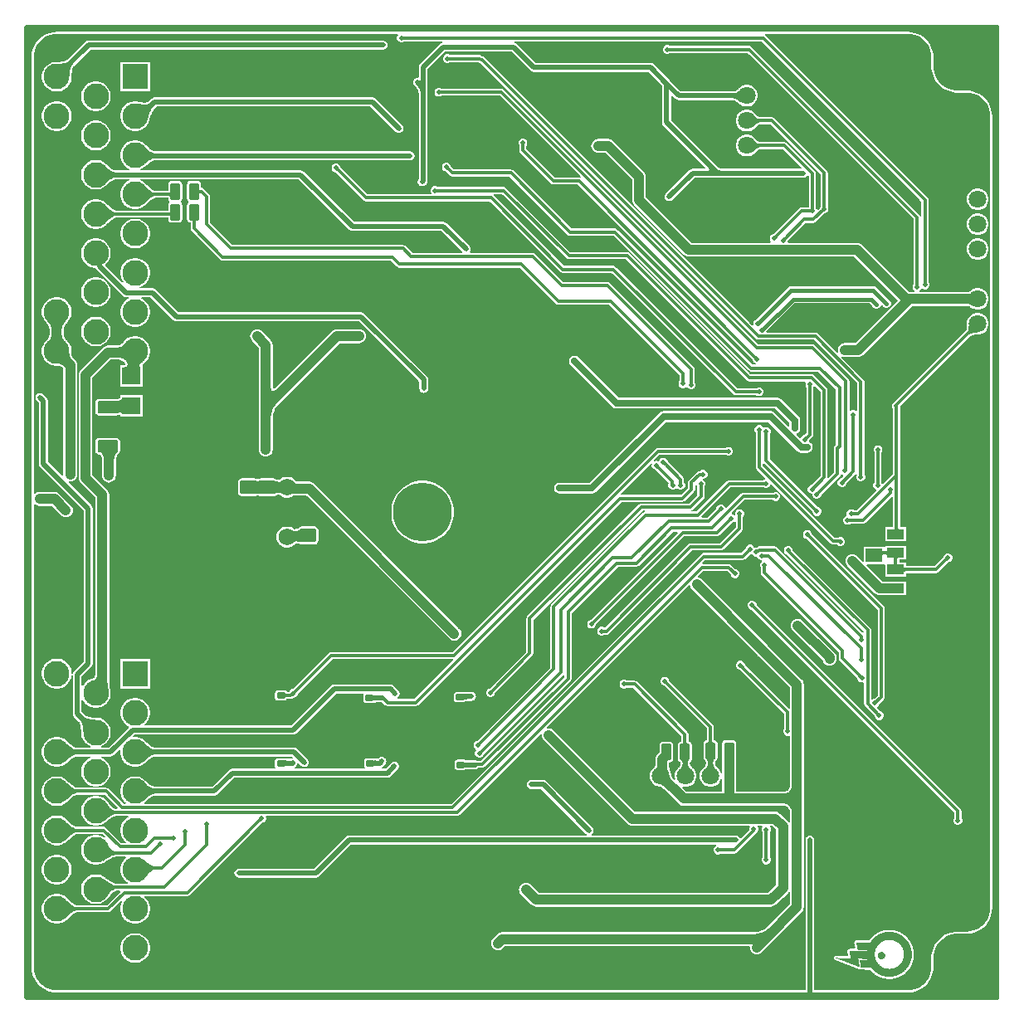
<source format=gbl>
G04*
G04 #@! TF.GenerationSoftware,Altium Limited,Altium Designer,24.5.2 (23)*
G04*
G04 Layer_Physical_Order=2*
G04 Layer_Color=16711680*
%FSLAX44Y44*%
%MOMM*%
G71*
G04*
G04 #@! TF.SameCoordinates,49661B99-7F85-447B-B4A6-A33B5E3A9DE8*
G04*
G04*
G04 #@! TF.FilePolarity,Positive*
G04*
G01*
G75*
%ADD14C,0.4000*%
G04:AMPARAMS|DCode=25|XSize=1mm|YSize=1.7mm|CornerRadius=0.125mm|HoleSize=0mm|Usage=FLASHONLY|Rotation=0.000|XOffset=0mm|YOffset=0mm|HoleType=Round|Shape=RoundedRectangle|*
%AMROUNDEDRECTD25*
21,1,1.0000,1.4500,0,0,0.0*
21,1,0.7500,1.7000,0,0,0.0*
1,1,0.2500,0.3750,-0.7250*
1,1,0.2500,-0.3750,-0.7250*
1,1,0.2500,-0.3750,0.7250*
1,1,0.2500,0.3750,0.7250*
%
%ADD25ROUNDEDRECTD25*%
G04:AMPARAMS|DCode=33|XSize=1.4mm|YSize=1.7mm|CornerRadius=0.175mm|HoleSize=0mm|Usage=FLASHONLY|Rotation=270.000|XOffset=0mm|YOffset=0mm|HoleType=Round|Shape=RoundedRectangle|*
%AMROUNDEDRECTD33*
21,1,1.4000,1.3500,0,0,270.0*
21,1,1.0500,1.7000,0,0,270.0*
1,1,0.3500,-0.6750,-0.5250*
1,1,0.3500,-0.6750,0.5250*
1,1,0.3500,0.6750,0.5250*
1,1,0.3500,0.6750,-0.5250*
%
%ADD33ROUNDEDRECTD33*%
G04:AMPARAMS|DCode=37|XSize=0.63mm|YSize=0.83mm|CornerRadius=0.0788mm|HoleSize=0mm|Usage=FLASHONLY|Rotation=270.000|XOffset=0mm|YOffset=0mm|HoleType=Round|Shape=RoundedRectangle|*
%AMROUNDEDRECTD37*
21,1,0.6300,0.6725,0,0,270.0*
21,1,0.4725,0.8300,0,0,270.0*
1,1,0.1575,-0.3363,-0.2362*
1,1,0.1575,-0.3363,0.2362*
1,1,0.1575,0.3363,0.2362*
1,1,0.1575,0.3363,-0.2362*
%
%ADD37ROUNDEDRECTD37*%
%ADD39R,1.8400X1.8000*%
%ADD58R,1.7000X1.0000*%
%ADD113C,0.5000*%
%ADD116C,0.3000*%
%ADD117C,1.0000*%
%ADD119C,0.7000*%
%ADD120C,6.0000*%
%ADD121C,1.8000*%
%ADD122C,1.7250*%
%ADD123C,2.6250*%
%ADD124R,2.6250X2.6250*%
%ADD125C,0.5000*%
%ADD126R,1.7000X1.4000*%
G04:AMPARAMS|DCode=127|XSize=1.27mm|YSize=2.1mm|CornerRadius=0.1588mm|HoleSize=0mm|Usage=FLASHONLY|Rotation=270.000|XOffset=0mm|YOffset=0mm|HoleType=Round|Shape=RoundedRectangle|*
%AMROUNDEDRECTD127*
21,1,1.2700,1.7825,0,0,270.0*
21,1,0.9525,2.1000,0,0,270.0*
1,1,0.3175,-0.8913,-0.4763*
1,1,0.3175,-0.8913,0.4763*
1,1,0.3175,0.8913,0.4763*
1,1,0.3175,0.8913,-0.4763*
%
%ADD127ROUNDEDRECTD127*%
G36*
X996365Y997043D02*
X997043Y996365D01*
X997410Y995479D01*
Y995000D01*
Y5000D01*
Y4521D01*
X997043Y3635D01*
X996365Y2957D01*
X995480Y2590D01*
X4521D01*
X3635Y2957D01*
X2957Y3635D01*
X2590Y4521D01*
Y5000D01*
Y995000D01*
Y995480D01*
X2957Y996365D01*
X3635Y997043D01*
X4521Y997410D01*
X995479D01*
X996365Y997043D01*
D02*
G37*
%LPC*%
G36*
X904600Y990000D02*
X35400D01*
X32910Y989878D01*
X28027Y988906D01*
X23426Y987001D01*
X19286Y984234D01*
X15766Y980714D01*
X12999Y976573D01*
X11094Y971973D01*
X10122Y967090D01*
X10000Y964600D01*
Y35400D01*
X10122Y32910D01*
X11094Y28027D01*
X12999Y23426D01*
X15766Y19286D01*
X19286Y15766D01*
X23426Y12999D01*
X28027Y11094D01*
X32910Y10122D01*
X35400Y10000D01*
X904600D01*
X907090Y10122D01*
X911973Y11094D01*
X916573Y12999D01*
X920714Y15766D01*
X924234Y19286D01*
X927001Y23426D01*
X928906Y28027D01*
X929878Y32910D01*
X930000Y35400D01*
Y44600D01*
Y47102D01*
X930976Y52009D01*
X932891Y56631D01*
X935670Y60792D01*
X939208Y64330D01*
X943369Y67109D01*
X947991Y69024D01*
X952898Y70000D01*
X964600D01*
X967090Y70122D01*
X971973Y71094D01*
X976573Y72999D01*
X980714Y75766D01*
X984234Y79286D01*
X987001Y83427D01*
X988906Y88027D01*
X989878Y92910D01*
X990000Y95400D01*
Y904600D01*
X989878Y907090D01*
X988906Y911973D01*
X987001Y916573D01*
X984234Y920714D01*
X980714Y924234D01*
X976573Y927001D01*
X971973Y928906D01*
X967090Y929878D01*
X964600Y930000D01*
X952898D01*
X947991Y930976D01*
X943369Y932891D01*
X939208Y935670D01*
X935670Y939208D01*
X932891Y943369D01*
X930976Y947991D01*
X930000Y952898D01*
Y955400D01*
Y964600D01*
X929878Y967090D01*
X928906Y971973D01*
X927001Y976573D01*
X924234Y980714D01*
X920714Y984234D01*
X916573Y987001D01*
X911973Y988906D01*
X907090Y989878D01*
X904600Y990000D01*
D02*
G37*
%LPD*%
G36*
X389097Y985332D02*
X389182Y985290D01*
X389293Y985253D01*
X389427Y985220D01*
X389586Y985192D01*
X389978Y985153D01*
X390468Y985133D01*
X390750Y985130D01*
Y982130D01*
X390468Y982128D01*
X389586Y982067D01*
X389427Y982040D01*
X389293Y982008D01*
X389182Y981970D01*
X389097Y981927D01*
X389035Y981880D01*
Y985380D01*
X389097Y985332D01*
D02*
G37*
G36*
X660597Y973702D02*
X660682Y973660D01*
X660793Y973623D01*
X660927Y973590D01*
X661087Y973562D01*
X661478Y973522D01*
X661968Y973503D01*
X662250Y973500D01*
Y970500D01*
X661968Y970498D01*
X661087Y970437D01*
X660927Y970410D01*
X660793Y970378D01*
X660682Y970340D01*
X660597Y970297D01*
X660535Y970250D01*
Y973750D01*
X660597Y973702D01*
D02*
G37*
G36*
X436187Y964362D02*
X436272Y964320D01*
X436383Y964283D01*
X436517Y964250D01*
X436676Y964222D01*
X437068Y964183D01*
X437558Y964163D01*
X437840Y964160D01*
Y961160D01*
X437558Y961158D01*
X436676Y961097D01*
X436517Y961070D01*
X436383Y961038D01*
X436272Y961000D01*
X436187Y960957D01*
X436125Y960910D01*
Y964410D01*
X436187Y964362D01*
D02*
G37*
G36*
X412000Y932890D02*
X407000Y926854D01*
X406965Y927840D01*
X406859Y928796D01*
X406682Y929723D01*
X406434Y930620D01*
X406116Y931488D01*
X405727Y932327D01*
X405268Y933137D01*
X404737Y933917D01*
X404136Y934668D01*
X403465Y935390D01*
X405628Y940298D01*
X405888Y940087D01*
X406122Y940004D01*
X406328Y940048D01*
X406506Y940219D01*
X406657Y940519D01*
X406780Y940945D01*
X406876Y941499D01*
X406986Y942989D01*
X407000Y943925D01*
X412000Y932890D01*
D02*
G37*
G36*
X427297Y930072D02*
X427382Y930030D01*
X427493Y929993D01*
X427627Y929960D01*
X427786Y929932D01*
X428178Y929893D01*
X428668Y929873D01*
X428950Y929870D01*
Y926870D01*
X428668Y926868D01*
X427786Y926807D01*
X427627Y926780D01*
X427493Y926748D01*
X427382Y926710D01*
X427297Y926667D01*
X427235Y926620D01*
Y930120D01*
X427297Y930072D01*
D02*
G37*
G36*
X733073Y918450D02*
X732326Y919172D01*
X731576Y919818D01*
X730823Y920388D01*
X730066Y920882D01*
X729306Y921300D01*
X728542Y921642D01*
X727775Y921908D01*
X727005Y922098D01*
X726231Y922212D01*
X725454Y922250D01*
Y927250D01*
X726231Y927288D01*
X727005Y927402D01*
X727775Y927592D01*
X728542Y927858D01*
X729306Y928200D01*
X730066Y928618D01*
X730823Y929112D01*
X731576Y929682D01*
X732326Y930328D01*
X733073Y931050D01*
Y918450D01*
D02*
G37*
G36*
X746853Y904738D02*
X748610Y903202D01*
X749441Y902578D01*
X750241Y902050D01*
X751011Y901618D01*
X751748Y901282D01*
X752455Y901042D01*
X753130Y900898D01*
X753774Y900850D01*
Y897850D01*
X753130Y897802D01*
X752455Y897658D01*
X751748Y897418D01*
X751011Y897082D01*
X750241Y896650D01*
X749441Y896122D01*
X748610Y895498D01*
X746853Y893962D01*
X745927Y893050D01*
Y905650D01*
X746853Y904738D01*
D02*
G37*
G36*
X512952Y874653D02*
X512910Y874568D01*
X512873Y874457D01*
X512840Y874323D01*
X512812Y874164D01*
X512772Y873772D01*
X512752Y873282D01*
X512750Y873000D01*
X509750D01*
X509748Y873282D01*
X509688Y874164D01*
X509660Y874323D01*
X509627Y874457D01*
X509590Y874568D01*
X509548Y874653D01*
X509500Y874715D01*
X513000D01*
X512952Y874653D01*
D02*
G37*
G36*
X746853Y879338D02*
X748610Y877802D01*
X749441Y877178D01*
X750241Y876650D01*
X751011Y876218D01*
X751748Y875882D01*
X752455Y875642D01*
X753130Y875498D01*
X753774Y875450D01*
Y872450D01*
X753130Y872402D01*
X752455Y872258D01*
X751748Y872018D01*
X751011Y871682D01*
X750241Y871250D01*
X749441Y870722D01*
X748610Y870098D01*
X746853Y868562D01*
X745927Y867650D01*
Y880250D01*
X746853Y879338D01*
D02*
G37*
G36*
X435580Y852068D02*
X435610Y851977D01*
X435662Y851873D01*
X435734Y851755D01*
X435827Y851623D01*
X436076Y851317D01*
X436408Y850957D01*
X436605Y850756D01*
X434484Y848634D01*
X434283Y848832D01*
X433617Y849413D01*
X433485Y849506D01*
X433367Y849578D01*
X433263Y849630D01*
X433172Y849660D01*
X433095Y849670D01*
X435570Y852145D01*
X435580Y852068D01*
D02*
G37*
G36*
X323010Y851148D02*
X323040Y851058D01*
X323092Y850953D01*
X323164Y850835D01*
X323257Y850703D01*
X323506Y850397D01*
X323838Y850037D01*
X324035Y849836D01*
X321914Y847714D01*
X321713Y847912D01*
X321047Y848493D01*
X320915Y848586D01*
X320797Y848658D01*
X320693Y848710D01*
X320602Y848740D01*
X320525Y848750D01*
X323000Y851225D01*
X323010Y851148D01*
D02*
G37*
G36*
X707902Y851184D02*
X708653Y850583D01*
X709433Y850052D01*
X710243Y849593D01*
X711082Y849204D01*
X711950Y848886D01*
X712847Y848638D01*
X713774Y848461D01*
X714730Y848355D01*
X715716Y848320D01*
X709680Y843320D01*
X698644Y848320D01*
X699559Y848355D01*
X700303Y848461D01*
X700876Y848638D01*
X701279Y848886D01*
X701511Y849204D01*
X701572Y849593D01*
X701462Y850052D01*
X701182Y850583D01*
X700731Y851184D01*
X700109Y851855D01*
X707180D01*
X707902Y851184D01*
D02*
G37*
G36*
X423487Y829743D02*
X423572Y829700D01*
X423683Y829662D01*
X423817Y829630D01*
X423977Y829603D01*
X424368Y829563D01*
X424858Y829542D01*
X425140Y829540D01*
Y826540D01*
X424858Y826537D01*
X423977Y826478D01*
X423817Y826450D01*
X423683Y826417D01*
X423572Y826380D01*
X423487Y826338D01*
X423425Y826290D01*
Y829790D01*
X423487Y829743D01*
D02*
G37*
G36*
X820250Y812535D02*
X820252Y812252D01*
X820333Y811088D01*
X820359Y810984D01*
X820387Y810905D01*
X820420Y810851D01*
X816937Y811201D01*
X816997Y811264D01*
X817050Y811350D01*
X817097Y811461D01*
X817137Y811596D01*
X817172Y811755D01*
X817200Y811938D01*
X817237Y812378D01*
X817250Y812915D01*
X820250Y812535D01*
D02*
G37*
G36*
X807956Y810672D02*
X808016Y809790D01*
X808044Y809631D01*
X808076Y809496D01*
X808113Y809386D01*
X808156Y809300D01*
X808204Y809239D01*
X804704D01*
X804751Y809300D01*
X804793Y809386D01*
X804831Y809496D01*
X804864Y809631D01*
X804891Y809790D01*
X804931Y810182D01*
X804951Y810672D01*
X804954Y810954D01*
X807953D01*
X807956Y810672D01*
D02*
G37*
G36*
X818222Y806766D02*
X818136Y806764D01*
X818037Y806740D01*
X817926Y806695D01*
X817802Y806628D01*
X817665Y806540D01*
X817515Y806430D01*
X817178Y806146D01*
X816789Y805775D01*
X814939Y808168D01*
X815139Y808370D01*
X815904Y809250D01*
X815960Y809341D01*
X815995Y809417D01*
X816010Y809478D01*
X818222Y806766D01*
D02*
G37*
G36*
X804668Y805704D02*
X804607Y805751D01*
X804521Y805794D01*
X804411Y805831D01*
X804276Y805863D01*
X804117Y805891D01*
X803725Y805931D01*
X803235Y805951D01*
X802953Y805954D01*
Y808953D01*
X803235Y808956D01*
X804117Y809016D01*
X804276Y809044D01*
X804411Y809076D01*
X804521Y809113D01*
X804607Y809156D01*
X804668Y809203D01*
Y805704D01*
D02*
G37*
G36*
X917931Y817022D02*
Y801632D01*
X916661Y801507D01*
X916477Y802436D01*
X915703Y803594D01*
X744773Y974523D01*
X743616Y975297D01*
X742250Y975569D01*
X661545D01*
X661299Y975815D01*
X659645Y976500D01*
X657855D01*
X656201Y975815D01*
X654935Y974549D01*
X654250Y972895D01*
Y971105D01*
X654935Y969451D01*
X656201Y968185D01*
X657855Y967500D01*
X659645D01*
X661299Y968185D01*
X661538Y968424D01*
X661643Y968431D01*
X740772D01*
X909611Y799592D01*
Y732461D01*
X909365Y732214D01*
X908680Y730561D01*
Y728770D01*
X909365Y727116D01*
X910601Y725880D01*
X910595Y725715D01*
X910306Y724610D01*
X905125D01*
X857028Y772707D01*
X855565Y773829D01*
X853862Y774535D01*
X852035Y774775D01*
X781739D01*
X781033Y775831D01*
X781250Y776355D01*
Y776693D01*
X781319Y776772D01*
X799657Y795110D01*
X807571D01*
X808937Y795382D01*
X810095Y796155D01*
X818689Y804750D01*
X819395D01*
X821049Y805435D01*
X822315Y806701D01*
X823000Y808355D01*
Y810145D01*
X822330Y811762D01*
X822319Y811928D01*
Y846000D01*
X822047Y847366D01*
X821273Y848523D01*
X767923Y901873D01*
X766766Y902647D01*
X765400Y902919D01*
X753456D01*
X753420Y902921D01*
X752997Y903011D01*
X752501Y903180D01*
X751934Y903438D01*
X751303Y903792D01*
X750616Y904246D01*
X749894Y904787D01*
X748241Y906233D01*
X747359Y907102D01*
X747199Y907207D01*
X746254Y908152D01*
X743746Y909600D01*
X740948Y910350D01*
X738052D01*
X735254Y909600D01*
X732746Y908152D01*
X730698Y906104D01*
X729250Y903596D01*
X728500Y900798D01*
Y897902D01*
X729250Y895104D01*
X730698Y892596D01*
X732746Y890548D01*
X735254Y889100D01*
X738052Y888350D01*
X740948D01*
X743746Y889100D01*
X746254Y890548D01*
X747199Y891492D01*
X747359Y891598D01*
X748241Y892467D01*
X749894Y893913D01*
X750616Y894454D01*
X751303Y894908D01*
X751934Y895262D01*
X752501Y895520D01*
X752997Y895689D01*
X753420Y895779D01*
X753456Y895781D01*
X763922D01*
X815181Y844522D01*
Y812295D01*
X814685Y811799D01*
X814018Y810189D01*
X813908Y810063D01*
X812127Y808281D01*
X810791Y808741D01*
X810268Y810003D01*
X810029Y810242D01*
X810022Y810346D01*
Y845412D01*
X809750Y846777D01*
X808977Y847935D01*
X780439Y876473D01*
X779281Y877247D01*
X777915Y877519D01*
X753456D01*
X753420Y877521D01*
X752997Y877611D01*
X752501Y877780D01*
X751934Y878038D01*
X751303Y878392D01*
X750616Y878846D01*
X749894Y879387D01*
X748241Y880833D01*
X747359Y881702D01*
X747199Y881807D01*
X746254Y882752D01*
X743746Y884200D01*
X740948Y884950D01*
X738052D01*
X735254Y884200D01*
X732746Y882752D01*
X730698Y880704D01*
X729250Y878196D01*
X728500Y875398D01*
Y872502D01*
X729250Y869704D01*
X730698Y867196D01*
X732746Y865148D01*
X735254Y863700D01*
X738052Y862950D01*
X740948D01*
X743746Y863700D01*
X746254Y865148D01*
X747199Y866092D01*
X747359Y866198D01*
X748241Y867067D01*
X749894Y868513D01*
X750616Y869054D01*
X751303Y869508D01*
X751934Y869862D01*
X752501Y870120D01*
X752997Y870289D01*
X753420Y870379D01*
X753456Y870381D01*
X776437D01*
X795237Y851581D01*
X794751Y850408D01*
X714720D01*
X714078Y850479D01*
X713310Y850626D01*
X712573Y850829D01*
X711863Y851089D01*
X711177Y851408D01*
X710512Y851785D01*
X709865Y852225D01*
X709361Y852628D01*
X662448Y899540D01*
Y924524D01*
X663622Y925010D01*
X667126Y921506D01*
X668614Y920511D01*
X670370Y920162D01*
X726156D01*
X726611Y920095D01*
X727196Y919951D01*
X727790Y919745D01*
X728396Y919473D01*
X729016Y919132D01*
X729649Y918719D01*
X730294Y918231D01*
X730951Y917665D01*
X731655Y916984D01*
X731808Y916886D01*
X732746Y915948D01*
X735254Y914500D01*
X738052Y913750D01*
X740948D01*
X743746Y914500D01*
X746254Y915948D01*
X748302Y917996D01*
X749750Y920504D01*
X750500Y923302D01*
Y926198D01*
X749750Y928996D01*
X748302Y931504D01*
X746254Y933552D01*
X743746Y935000D01*
X740948Y935750D01*
X738052D01*
X735254Y935000D01*
X732746Y933552D01*
X731808Y932614D01*
X731655Y932516D01*
X730951Y931835D01*
X730294Y931269D01*
X729649Y930781D01*
X729016Y930368D01*
X728396Y930027D01*
X727790Y929755D01*
X727196Y929549D01*
X726611Y929405D01*
X726156Y929338D01*
X672271D01*
X661104Y940504D01*
X644614Y956994D01*
X643126Y957989D01*
X641370Y958338D01*
X524400D01*
X505244Y977494D01*
X503756Y978489D01*
X502235Y978791D01*
X502360Y980061D01*
X754892D01*
X917931Y817022D01*
D02*
G37*
G36*
X771036Y780664D02*
X770838Y780463D01*
X770257Y779797D01*
X770164Y779665D01*
X770092Y779547D01*
X770040Y779443D01*
X770010Y779352D01*
X770000Y779275D01*
X767525Y781750D01*
X767602Y781760D01*
X767693Y781790D01*
X767797Y781842D01*
X767915Y781914D01*
X768047Y782007D01*
X768353Y782256D01*
X768713Y782588D01*
X768914Y782785D01*
X771036Y780664D01*
D02*
G37*
G36*
X780285Y778664D02*
X780088Y778463D01*
X779507Y777797D01*
X779414Y777665D01*
X779342Y777547D01*
X779290Y777443D01*
X779260Y777352D01*
X779250Y777275D01*
X776775Y779750D01*
X776852Y779760D01*
X776943Y779790D01*
X777047Y779842D01*
X777165Y779914D01*
X777297Y780007D01*
X777603Y780256D01*
X777963Y780588D01*
X778164Y780786D01*
X780285Y778664D01*
D02*
G37*
G36*
X906839Y987848D02*
X911378Y986945D01*
X915608Y985194D01*
X919414Y982651D01*
X922651Y979414D01*
X925194Y975608D01*
X926945Y971378D01*
X927848Y966839D01*
X927961Y964550D01*
Y952898D01*
X928000Y952701D01*
Y952501D01*
X928976Y947593D01*
X929053Y947408D01*
X929092Y947211D01*
X931007Y942588D01*
X931118Y942421D01*
X931195Y942236D01*
X933975Y938075D01*
X934117Y937934D01*
X934229Y937766D01*
X937766Y934229D01*
X937934Y934117D01*
X938075Y933975D01*
X942236Y931195D01*
X942421Y931118D01*
X942588Y931007D01*
X947211Y929092D01*
X947408Y929053D01*
X947593Y928976D01*
X952501Y928000D01*
X952701D01*
X952898Y927961D01*
X964550D01*
X966839Y927848D01*
X971378Y926945D01*
X975608Y925194D01*
X979414Y922651D01*
X982651Y919414D01*
X985194Y915608D01*
X986945Y911378D01*
X987848Y906839D01*
X987961Y904550D01*
Y95450D01*
X987848Y93161D01*
X986945Y88622D01*
X985194Y84392D01*
X982651Y80586D01*
X979414Y77350D01*
X975608Y74806D01*
X971378Y73054D01*
X966839Y72152D01*
X964550Y72039D01*
X952898D01*
X952701Y72000D01*
X952501D01*
X947593Y71024D01*
X947408Y70947D01*
X947211Y70908D01*
X942588Y68993D01*
X942421Y68882D01*
X942236Y68805D01*
X938075Y66025D01*
X937934Y65883D01*
X937766Y65771D01*
X934229Y62234D01*
X934117Y62066D01*
X933975Y61925D01*
X931195Y57764D01*
X931118Y57579D01*
X931007Y57412D01*
X929092Y52789D01*
X929053Y52592D01*
X928976Y52407D01*
X928000Y47499D01*
Y47299D01*
X927961Y47102D01*
Y35450D01*
X927848Y33161D01*
X926945Y28622D01*
X925194Y24392D01*
X922651Y20586D01*
X919414Y17349D01*
X915608Y14806D01*
X911378Y13054D01*
X906839Y12152D01*
X904550Y12039D01*
X808588D01*
Y26000D01*
Y36000D01*
Y46000D01*
Y56000D01*
Y66000D01*
Y76000D01*
Y86000D01*
Y96000D01*
Y106000D01*
Y116000D01*
Y126000D01*
Y136000D01*
Y146000D01*
Y156000D01*
Y165250D01*
X808500Y165693D01*
Y166145D01*
X808327Y166563D01*
X808239Y167006D01*
X807988Y167382D01*
X807815Y167799D01*
X807495Y168119D01*
X807244Y168494D01*
X806869Y168745D01*
X806549Y169065D01*
X806132Y169238D01*
X805756Y169489D01*
X805313Y169577D01*
X804895Y169750D01*
X804443D01*
X804000Y169838D01*
X803557Y169750D01*
X803105D01*
X802687Y169577D01*
X802244Y169489D01*
X801868Y169238D01*
X801451Y169065D01*
X801131Y168745D01*
X800756Y168494D01*
X800505Y168119D01*
X800185Y167799D01*
X800012Y167382D01*
X799761Y167006D01*
X799673Y166563D01*
X799500Y166145D01*
Y165693D01*
X799412Y165250D01*
Y156000D01*
Y146000D01*
Y136000D01*
Y126000D01*
Y116000D01*
Y106000D01*
Y96000D01*
Y86000D01*
Y76000D01*
Y66000D01*
Y56000D01*
Y46000D01*
Y36000D01*
Y26000D01*
Y12039D01*
X35450D01*
X33161Y12152D01*
X28622Y13054D01*
X24392Y14806D01*
X20586Y17349D01*
X17349Y20586D01*
X14806Y24392D01*
X13054Y28622D01*
X12152Y33161D01*
X12039Y35450D01*
Y507838D01*
X13309Y508276D01*
X14470Y507385D01*
X16173Y506680D01*
X18000Y506440D01*
X30326D01*
X40008Y496758D01*
X41470Y495636D01*
X43173Y494930D01*
X45000Y494690D01*
X46827Y494930D01*
X48530Y495636D01*
X49992Y496758D01*
X51115Y498220D01*
X51820Y499923D01*
X52060Y501750D01*
X51820Y503577D01*
X51115Y505280D01*
X49992Y506742D01*
X38242Y518492D01*
X36780Y519614D01*
X35077Y520320D01*
X33250Y520560D01*
X18000D01*
X16173Y520320D01*
X14470Y519614D01*
X13309Y518724D01*
X12039Y519162D01*
Y964550D01*
X12152Y966839D01*
X13054Y971378D01*
X14806Y975608D01*
X17349Y979414D01*
X20586Y982651D01*
X24392Y985194D01*
X28622Y986945D01*
X33161Y987848D01*
X35450Y987961D01*
X383421D01*
X383947Y986691D01*
X383435Y986179D01*
X382750Y984525D01*
Y982735D01*
X383435Y981081D01*
X384701Y979815D01*
X386355Y979130D01*
X388145D01*
X389799Y979815D01*
X390038Y980054D01*
X390143Y980061D01*
X429140D01*
X429265Y978791D01*
X427744Y978489D01*
X426256Y977494D01*
X406256Y957494D01*
X405261Y956006D01*
X404912Y954250D01*
Y944035D01*
X403860Y943118D01*
X403417Y943030D01*
X402965D01*
X402547Y942857D01*
X402104Y942769D01*
X401728Y942518D01*
X401311Y942345D01*
X400992Y942025D01*
X400616Y941774D01*
X400365Y941398D01*
X400045Y941079D01*
X399872Y940662D01*
X399621Y940286D01*
X399533Y939843D01*
X399360Y939425D01*
Y938973D01*
X399272Y938530D01*
X399360Y938087D01*
Y937635D01*
X399533Y937217D01*
X399621Y936774D01*
X399872Y936398D01*
X400045Y935981D01*
X400365Y935661D01*
X400616Y935286D01*
X402692Y933210D01*
X403095Y932705D01*
X403535Y932059D01*
X403912Y931394D01*
X404230Y930707D01*
X404491Y929997D01*
X404694Y929260D01*
X404841Y928492D01*
X404912Y927850D01*
Y839776D01*
X404685Y839549D01*
X404512Y839132D01*
X404261Y838756D01*
X404173Y838313D01*
X404000Y837895D01*
Y837443D01*
X403912Y837000D01*
X404000Y836557D01*
Y836105D01*
X404173Y835687D01*
X404261Y835244D01*
X404512Y834868D01*
X404685Y834451D01*
X405005Y834131D01*
X405256Y833756D01*
X405631Y833505D01*
X405951Y833185D01*
X406368Y833012D01*
X406744Y832761D01*
X407188Y832673D01*
X407605Y832500D01*
X408057D01*
X408500Y832412D01*
X408943Y832500D01*
X409395D01*
X409813Y832673D01*
X410256Y832761D01*
X410632Y833012D01*
X411049Y833185D01*
X411368Y833505D01*
X411744Y833756D01*
X412744Y834756D01*
X413739Y836244D01*
X414088Y838000D01*
Y932890D01*
Y952349D01*
X431400Y969662D01*
X500099D01*
X519256Y950506D01*
X520744Y949511D01*
X522500Y949162D01*
X639469D01*
X653272Y935359D01*
Y897640D01*
X653621Y895884D01*
X654616Y894396D01*
X697430Y851581D01*
X696944Y850408D01*
X684530D01*
X682774Y850059D01*
X681286Y849064D01*
X657156Y824934D01*
X656905Y824558D01*
X656585Y824239D01*
X656412Y823822D01*
X656161Y823446D01*
X656073Y823002D01*
X655900Y822585D01*
Y822133D01*
X655812Y821690D01*
X655900Y821247D01*
Y820795D01*
X656073Y820378D01*
X656161Y819934D01*
X656412Y819558D01*
X656585Y819141D01*
X656905Y818821D01*
X657156Y818446D01*
X657532Y818195D01*
X657851Y817875D01*
X658268Y817702D01*
X658644Y817451D01*
X659088Y817363D01*
X659505Y817190D01*
X659957D01*
X660400Y817102D01*
X660843Y817190D01*
X661295D01*
X661712Y817363D01*
X662156Y817451D01*
X662532Y817702D01*
X662949Y817875D01*
X663269Y818195D01*
X663644Y818446D01*
X686431Y841232D01*
X797560D01*
X798003Y841320D01*
X798455D01*
X798873Y841493D01*
X799316Y841581D01*
X799692Y841832D01*
X800109Y842005D01*
X800428Y842325D01*
X800804Y842576D01*
X801055Y842952D01*
X801375Y843271D01*
X802658Y843162D01*
X802885Y843060D01*
Y811022D01*
X795704D01*
X794338Y810750D01*
X793180Y809977D01*
X766953Y783750D01*
X766605D01*
X764951Y783065D01*
X763685Y781799D01*
X763000Y780145D01*
Y778355D01*
X763685Y776701D01*
X764341Y776045D01*
X763815Y774775D01*
X683544D01*
X636810Y821509D01*
Y842250D01*
X636570Y844077D01*
X635864Y845780D01*
X634742Y847243D01*
X603232Y878752D01*
X601770Y879874D01*
X600067Y880580D01*
X598240Y880820D01*
X588010D01*
X586183Y880580D01*
X584480Y879874D01*
X583018Y878752D01*
X581895Y877290D01*
X581190Y875587D01*
X580950Y873760D01*
X581190Y871933D01*
X581895Y870230D01*
X583018Y868768D01*
X584480Y867645D01*
X586183Y866940D01*
X588010Y866700D01*
X595316D01*
X622690Y839325D01*
Y818585D01*
X622930Y816758D01*
X623635Y815055D01*
X624758Y813593D01*
X675628Y762723D01*
X677090Y761600D01*
X678793Y760895D01*
X680620Y760655D01*
X849110D01*
X893765Y716000D01*
X850325Y672560D01*
X839500D01*
X837673Y672320D01*
X835970Y671615D01*
X834508Y670492D01*
X833385Y669030D01*
X832680Y667327D01*
X832440Y665500D01*
X832680Y663673D01*
X832864Y663229D01*
X831787Y662509D01*
X812273Y682023D01*
X811116Y682797D01*
X809750Y683069D01*
X760129D01*
X759606Y684339D01*
X788439Y713172D01*
X865061D01*
X867764Y710469D01*
X868185Y709451D01*
X869451Y708185D01*
X871105Y707500D01*
X872895D01*
X874549Y708185D01*
X875815Y709451D01*
X876130Y710211D01*
X877624Y710817D01*
X878306Y710512D01*
X878435Y710201D01*
X879701Y708935D01*
X881355Y708250D01*
X883145D01*
X884799Y708935D01*
X886065Y710201D01*
X886750Y711855D01*
Y713645D01*
X886065Y715299D01*
X884799Y716565D01*
X883781Y716987D01*
X871634Y729134D01*
X870311Y730018D01*
X868750Y730328D01*
X868750Y730328D01*
X784670D01*
X784670Y730328D01*
X783109Y730018D01*
X781786Y729134D01*
X749039Y696386D01*
X748021Y695965D01*
X746755Y694699D01*
X746070Y693045D01*
Y691523D01*
X745303Y691023D01*
X744897Y690900D01*
X472027Y963770D01*
X470869Y964544D01*
X470239Y964669D01*
X469725Y965183D01*
X468567Y965957D01*
X467201Y966229D01*
X437135D01*
X436889Y966475D01*
X435235Y967160D01*
X433445D01*
X431791Y966475D01*
X430525Y965209D01*
X429840Y963555D01*
Y961765D01*
X430525Y960111D01*
X431791Y958845D01*
X433445Y958160D01*
X435235D01*
X436889Y958845D01*
X437128Y959084D01*
X437233Y959091D01*
X465723D01*
X466091Y958723D01*
X467249Y957950D01*
X467879Y957824D01*
X748727Y676977D01*
X749884Y676203D01*
X751250Y675931D01*
X808272D01*
X852411Y631792D01*
Y603549D01*
X851141Y603022D01*
X850909Y603255D01*
X849255Y603940D01*
X847465D01*
X845811Y603255D01*
X845579Y603022D01*
X844309Y603549D01*
Y633760D01*
X844037Y635126D01*
X843263Y636283D01*
X809523Y670023D01*
X808366Y670797D01*
X807000Y671069D01*
X751728D01*
X491903Y930893D01*
X490746Y931667D01*
X489380Y931939D01*
X428245D01*
X427999Y932185D01*
X426345Y932870D01*
X424555D01*
X422901Y932185D01*
X421635Y930919D01*
X420950Y929265D01*
Y927475D01*
X421635Y925821D01*
X422901Y924555D01*
X424555Y923870D01*
X426345D01*
X427999Y924555D01*
X428238Y924794D01*
X428343Y924801D01*
X487902D01*
X570256Y842447D01*
X569547Y841360D01*
X568500Y841569D01*
X543728D01*
X514819Y870478D01*
Y873705D01*
X515065Y873951D01*
X515750Y875605D01*
Y877395D01*
X515065Y879049D01*
X513799Y880315D01*
X512145Y881000D01*
X510355D01*
X508701Y880315D01*
X507435Y879049D01*
X506750Y877395D01*
Y875605D01*
X507435Y873951D01*
X507674Y873712D01*
X507681Y873607D01*
Y869000D01*
X507953Y867634D01*
X508727Y866477D01*
X539727Y835477D01*
X540884Y834703D01*
X542250Y834431D01*
X567022D01*
X745750Y655703D01*
Y655355D01*
X746435Y653701D01*
X747701Y652435D01*
X749355Y651750D01*
X749141Y650569D01*
X745728D01*
X608023Y788273D01*
X606866Y789047D01*
X605500Y789319D01*
X560728D01*
X501523Y848523D01*
X500366Y849297D01*
X499000Y849569D01*
X440718D01*
X437570Y852717D01*
Y853065D01*
X436885Y854719D01*
X435619Y855985D01*
X433965Y856670D01*
X432175D01*
X430521Y855985D01*
X429255Y854719D01*
X428570Y853065D01*
Y851275D01*
X429255Y849621D01*
X430521Y848355D01*
X432175Y847670D01*
X432513D01*
X432592Y847601D01*
X436717Y843477D01*
X437874Y842703D01*
X439240Y842431D01*
X497522D01*
X556727Y783227D01*
X557884Y782453D01*
X559250Y782181D01*
X604022D01*
X741727Y644477D01*
X742884Y643703D01*
X744250Y643431D01*
X812522D01*
X830681Y625272D01*
Y568478D01*
X829727Y567523D01*
X828953Y566366D01*
X828681Y565000D01*
Y540614D01*
X823044Y534977D01*
X822352Y535173D01*
X821819Y535547D01*
Y624415D01*
X821547Y625781D01*
X820773Y626939D01*
X808189Y639523D01*
X807031Y640297D01*
X805665Y640569D01*
X743478D01*
X620023Y764023D01*
X618866Y764797D01*
X617500Y765069D01*
X559728D01*
X494233Y830563D01*
X493076Y831337D01*
X491710Y831609D01*
X424435D01*
X424189Y831855D01*
X422535Y832540D01*
X420745D01*
X419091Y831855D01*
X417825Y830589D01*
X417140Y828935D01*
Y827145D01*
X417785Y825589D01*
X417338Y824319D01*
X352478D01*
X325000Y851797D01*
Y852145D01*
X324315Y853799D01*
X323049Y855065D01*
X321395Y855750D01*
X319605D01*
X317951Y855065D01*
X316685Y853799D01*
X316000Y852145D01*
Y850355D01*
X316685Y848701D01*
X317951Y847435D01*
X319605Y846750D01*
X319943D01*
X320022Y846681D01*
X348477Y818227D01*
X349634Y817453D01*
X351000Y817181D01*
X477272D01*
X549227Y745227D01*
X550384Y744453D01*
X551750Y744181D01*
X602022D01*
X725977Y620227D01*
X727134Y619453D01*
X728500Y619181D01*
X749205D01*
X749451Y618935D01*
X751105Y618250D01*
X752895D01*
X754549Y618935D01*
X755815Y620201D01*
X756500Y621855D01*
Y623645D01*
X755815Y625299D01*
X754549Y626565D01*
X752895Y627250D01*
X751105D01*
X749451Y626565D01*
X749212Y626326D01*
X749107Y626319D01*
X729978D01*
X606023Y750273D01*
X604866Y751047D01*
X603500Y751319D01*
X553228D01*
X481345Y823201D01*
X481370Y823508D01*
X481766Y824471D01*
X490232D01*
X555727Y758977D01*
X556884Y758203D01*
X558250Y757931D01*
X616022D01*
X739477Y634477D01*
X740634Y633703D01*
X742000Y633431D01*
X799048D01*
X799823Y632161D01*
X799410Y631165D01*
Y629375D01*
X800095Y627721D01*
X800334Y627482D01*
X800341Y627377D01*
Y580598D01*
X798283Y578540D01*
X797935D01*
X796281Y577855D01*
X795015Y576589D01*
X794790Y576046D01*
X793544Y575798D01*
X790298Y579044D01*
X790667Y580260D01*
X790816Y580289D01*
X792635Y581505D01*
X793851Y583324D01*
X794278Y585470D01*
Y593580D01*
X793851Y595726D01*
X792635Y597545D01*
X774965Y615215D01*
X773146Y616431D01*
X771000Y616858D01*
X609003D01*
X567845Y658015D01*
X566026Y659231D01*
X563880Y659658D01*
X561734Y659231D01*
X559915Y658015D01*
X558699Y656196D01*
X558272Y654050D01*
X558699Y651904D01*
X559915Y650085D01*
X602715Y607285D01*
X604534Y606069D01*
X606680Y605642D01*
X768677D01*
X783062Y591257D01*
Y587940D01*
X781889Y587454D01*
X767877Y601465D01*
X766058Y602681D01*
X763912Y603108D01*
X654750D01*
X652604Y602681D01*
X650785Y601465D01*
X579437Y530118D01*
X548640D01*
X546494Y529691D01*
X544675Y528475D01*
X543459Y526656D01*
X543032Y524510D01*
X543459Y522364D01*
X544675Y520545D01*
X546494Y519329D01*
X548640Y518902D01*
X581760D01*
X583906Y519329D01*
X585725Y520545D01*
X657073Y591892D01*
X761589D01*
X791407Y562075D01*
X793226Y560859D01*
X795372Y560432D01*
X800990D01*
X803136Y560859D01*
X804955Y562075D01*
X805335Y562455D01*
X806551Y564274D01*
X806978Y566420D01*
X806551Y568566D01*
X805335Y570385D01*
X803516Y571601D01*
X803051Y572471D01*
X803330Y573145D01*
Y573483D01*
X803399Y573562D01*
X806433Y576597D01*
X807207Y577754D01*
X807479Y579120D01*
Y627475D01*
X807725Y627721D01*
X807924Y628201D01*
X809169Y628449D01*
X814681Y622937D01*
Y536802D01*
X805745Y527865D01*
X805396D01*
X803742Y527180D01*
X802477Y525914D01*
X801792Y524261D01*
Y522470D01*
X802477Y520816D01*
X803742Y519551D01*
X805396Y518866D01*
X806615D01*
Y517105D01*
X807300Y515451D01*
X808566Y514185D01*
X810219Y513500D01*
X812010D01*
X813663Y514185D01*
X814929Y515451D01*
X815614Y517105D01*
Y517443D01*
X815683Y517522D01*
X834773Y536612D01*
X835547Y537770D01*
X835594Y538006D01*
X836713Y538401D01*
X837913Y537797D01*
X838171Y536617D01*
X836182Y534627D01*
X835833D01*
X834179Y533942D01*
X832913Y532676D01*
X832228Y531022D01*
Y529232D01*
X832913Y527578D01*
X834179Y526312D01*
X835833Y525627D01*
X837623D01*
X839277Y526312D01*
X840543Y527578D01*
X841228Y529232D01*
Y529570D01*
X841297Y529649D01*
X850411Y538763D01*
X850429Y538771D01*
X851823Y538486D01*
X851846Y538467D01*
X851979Y538040D01*
X851480Y536835D01*
Y535045D01*
X852165Y533391D01*
X853431Y532125D01*
X855085Y531440D01*
X856875D01*
X858529Y532125D01*
X859795Y533391D01*
X860480Y535045D01*
Y536835D01*
X859795Y538489D01*
X859556Y538728D01*
X859549Y538833D01*
Y633270D01*
X859277Y634636D01*
X858503Y635793D01*
X836509Y657787D01*
X837229Y658864D01*
X837673Y658680D01*
X839500Y658440D01*
X853250D01*
X855077Y658680D01*
X856780Y659386D01*
X858242Y660508D01*
X908224Y710490D01*
X963624D01*
X964251Y710463D01*
X965726Y710320D01*
X966276Y710226D01*
X966743Y710115D01*
X967099Y710002D01*
X967337Y709898D01*
X967454Y709829D01*
X967621Y709689D01*
X967719Y709635D01*
X968606Y708748D01*
X971114Y707300D01*
X973912Y706550D01*
X976808D01*
X979606Y707300D01*
X982114Y708748D01*
X984162Y710796D01*
X985610Y713304D01*
X986360Y716102D01*
Y718998D01*
X985610Y721796D01*
X984162Y724304D01*
X982114Y726352D01*
X979606Y727800D01*
X976808Y728550D01*
X973912D01*
X971114Y727800D01*
X968606Y726352D01*
X967719Y725465D01*
X967621Y725411D01*
X967454Y725271D01*
X967337Y725202D01*
X967099Y725098D01*
X966743Y724985D01*
X966275Y724874D01*
X965746Y724784D01*
X963502Y724610D01*
X916054D01*
X915764Y725715D01*
X915759Y725880D01*
X916995Y727116D01*
X917281Y727809D01*
X918779Y728107D01*
X918951Y727935D01*
X920605Y727250D01*
X922395D01*
X924049Y727935D01*
X925315Y729201D01*
X926000Y730855D01*
Y732645D01*
X925315Y734299D01*
X925076Y734538D01*
X925069Y734643D01*
Y818500D01*
X924797Y819866D01*
X924023Y821023D01*
X758893Y986153D01*
X758089Y986691D01*
X758474Y987961D01*
X904550D01*
X906839Y987848D01*
D02*
G37*
G36*
X923002Y734968D02*
X923063Y734087D01*
X923090Y733927D01*
X923122Y733793D01*
X923160Y733682D01*
X923203Y733597D01*
X923250Y733535D01*
X919750D01*
X919798Y733597D01*
X919840Y733682D01*
X919877Y733793D01*
X919910Y733927D01*
X919938Y734087D01*
X919977Y734478D01*
X919997Y734968D01*
X920000Y735250D01*
X923000D01*
X923002Y734968D01*
D02*
G37*
G36*
X914682Y732884D02*
X914742Y732002D01*
X914770Y731843D01*
X914802Y731708D01*
X914840Y731598D01*
X914882Y731512D01*
X914930Y731451D01*
X911430D01*
X911477Y731512D01*
X911520Y731598D01*
X911557Y731708D01*
X911590Y731843D01*
X911617Y732002D01*
X911657Y732394D01*
X911677Y732884D01*
X911680Y733165D01*
X914680D01*
X914682Y732884D01*
D02*
G37*
G36*
X968933Y711250D02*
X968639Y711497D01*
X968267Y711718D01*
X967816Y711913D01*
X967288Y712082D01*
X966682Y712225D01*
X965997Y712342D01*
X964393Y712498D01*
X963474Y712537D01*
X962477Y712550D01*
Y722550D01*
X963474Y722563D01*
X965997Y722758D01*
X966682Y722875D01*
X967288Y723018D01*
X967816Y723187D01*
X968267Y723382D01*
X968639Y723603D01*
X968933Y723850D01*
Y711250D01*
D02*
G37*
G36*
X749037Y659588D02*
X749703Y659007D01*
X749835Y658914D01*
X749953Y658842D01*
X750057Y658790D01*
X750148Y658760D01*
X750225Y658750D01*
X747750Y656275D01*
X747740Y656352D01*
X747710Y656443D01*
X747658Y656547D01*
X747586Y656665D01*
X747493Y656797D01*
X747244Y657103D01*
X746912Y657463D01*
X746714Y657664D01*
X748836Y659786D01*
X749037Y659588D01*
D02*
G37*
G36*
X805612Y628423D02*
X805570Y628338D01*
X805533Y628227D01*
X805500Y628093D01*
X805472Y627934D01*
X805433Y627542D01*
X805413Y627052D01*
X805410Y626770D01*
X802410D01*
X802408Y627052D01*
X802347Y627934D01*
X802320Y628093D01*
X802288Y628227D01*
X802250Y628338D01*
X802207Y628423D01*
X802160Y628485D01*
X805660D01*
X805612Y628423D01*
D02*
G37*
G36*
X750215Y621000D02*
X750153Y621048D01*
X750068Y621090D01*
X749957Y621128D01*
X749823Y621160D01*
X749663Y621188D01*
X749272Y621227D01*
X748782Y621247D01*
X748500Y621250D01*
Y624250D01*
X748782Y624253D01*
X749663Y624313D01*
X749823Y624340D01*
X749957Y624372D01*
X750068Y624410D01*
X750153Y624453D01*
X750215Y624500D01*
Y621000D01*
D02*
G37*
G36*
X850062Y597593D02*
X850020Y597508D01*
X849983Y597397D01*
X849950Y597263D01*
X849922Y597104D01*
X849883Y596712D01*
X849863Y596222D01*
X849860Y595940D01*
X846860D01*
X846858Y596222D01*
X846797Y597104D01*
X846770Y597263D01*
X846738Y597397D01*
X846700Y597508D01*
X846657Y597593D01*
X846610Y597655D01*
X850110D01*
X850062Y597593D01*
D02*
G37*
G36*
X802365Y575454D02*
X802168Y575253D01*
X801587Y574587D01*
X801494Y574455D01*
X801422Y574337D01*
X801370Y574233D01*
X801340Y574142D01*
X801330Y574065D01*
X798855Y576540D01*
X798932Y576550D01*
X799023Y576580D01*
X799127Y576632D01*
X799245Y576704D01*
X799377Y576797D01*
X799683Y577046D01*
X800043Y577378D01*
X800244Y577575D01*
X802365Y575454D01*
D02*
G37*
G36*
X842240Y545943D02*
X841850Y543055D01*
X838870Y544717D01*
X838940Y544749D01*
X839003Y544809D01*
X839059Y544896D01*
X839107Y545011D01*
X839147Y545153D01*
X839181Y545323D01*
X839207Y545521D01*
X839236Y545999D01*
X839240Y546279D01*
X842240Y545943D01*
D02*
G37*
G36*
X857483Y539158D02*
X857542Y538276D01*
X857570Y538117D01*
X857602Y537983D01*
X857640Y537872D01*
X857682Y537787D01*
X857730Y537725D01*
X854230D01*
X854277Y537787D01*
X854320Y537872D01*
X854358Y537983D01*
X854390Y538117D01*
X854417Y538276D01*
X854457Y538668D01*
X854477Y539158D01*
X854480Y539440D01*
X857480D01*
X857483Y539158D01*
D02*
G37*
G36*
X840264Y531541D02*
X840066Y531340D01*
X839485Y530674D01*
X839392Y530542D01*
X839320Y530424D01*
X839268Y530320D01*
X839238Y530229D01*
X839228Y530152D01*
X836753Y532627D01*
X836830Y532637D01*
X836921Y532667D01*
X837025Y532719D01*
X837144Y532791D01*
X837276Y532884D01*
X837581Y533133D01*
X837942Y533465D01*
X838142Y533662D01*
X840264Y531541D01*
D02*
G37*
G36*
X809827Y524780D02*
X809630Y524579D01*
X809048Y523913D01*
X808955Y523781D01*
X808883Y523662D01*
X808832Y523558D01*
X808801Y523467D01*
X808791Y523391D01*
X806317Y525865D01*
X806393Y525875D01*
X806484Y525906D01*
X806589Y525957D01*
X806707Y526029D01*
X806839Y526123D01*
X807144Y526371D01*
X807505Y526704D01*
X807706Y526901D01*
X809827Y524780D01*
D02*
G37*
G36*
X814650Y519414D02*
X814453Y519213D01*
X813872Y518547D01*
X813778Y518415D01*
X813706Y518297D01*
X813655Y518193D01*
X813624Y518102D01*
X813614Y518025D01*
X811140Y520500D01*
X811216Y520510D01*
X811307Y520540D01*
X811412Y520592D01*
X811530Y520664D01*
X811662Y520757D01*
X811967Y521006D01*
X812328Y521338D01*
X812529Y521535D01*
X814650Y519414D01*
D02*
G37*
%LPC*%
G36*
X368370Y981218D02*
X67990D01*
X66234Y980869D01*
X64746Y979874D01*
X46545Y961673D01*
X46495Y961630D01*
X45837Y961189D01*
X45048Y960780D01*
X44124Y960413D01*
X43062Y960092D01*
X41862Y959826D01*
X40551Y959622D01*
X37430Y959389D01*
X35683Y959373D01*
X35498Y959335D01*
X34080D01*
X31158Y958754D01*
X28406Y957614D01*
X25928Y955958D01*
X23822Y953852D01*
X22166Y951374D01*
X21026Y948622D01*
X20445Y945700D01*
Y942720D01*
X21026Y939798D01*
X22166Y937046D01*
X23822Y934568D01*
X25928Y932462D01*
X28406Y930806D01*
X31158Y929666D01*
X34080Y929085D01*
X37060D01*
X39982Y929666D01*
X42734Y930806D01*
X45212Y932462D01*
X47318Y934568D01*
X48974Y937046D01*
X50114Y939798D01*
X50695Y942720D01*
Y944117D01*
X50733Y944281D01*
X50834Y947718D01*
X50978Y949166D01*
X51186Y950502D01*
X51452Y951702D01*
X51773Y952764D01*
X52140Y953689D01*
X52549Y954477D01*
X52990Y955135D01*
X53033Y955185D01*
X69890Y972042D01*
X367504D01*
X367605Y972000D01*
X368057D01*
X368500Y971912D01*
X368943Y972000D01*
X369395D01*
X369813Y972173D01*
X370256Y972261D01*
X370632Y972512D01*
X371049Y972685D01*
X371368Y973005D01*
X371744Y973256D01*
X371995Y973632D01*
X372315Y973951D01*
X372488Y974368D01*
X372739Y974744D01*
X372827Y975188D01*
X373000Y975605D01*
Y976057D01*
X373088Y976500D01*
X373000Y976943D01*
Y977395D01*
X372827Y977812D01*
X372739Y978256D01*
X372488Y978632D01*
X372315Y979049D01*
X371995Y979369D01*
X371744Y979744D01*
X371614Y979874D01*
X371239Y980125D01*
X371049Y980315D01*
X370802Y980417D01*
X370126Y980869D01*
X368370Y981218D01*
D02*
G37*
G36*
X130695Y959335D02*
X100445D01*
Y929085D01*
X130695D01*
Y959335D01*
D02*
G37*
G36*
X357600Y923338D02*
X135500D01*
X133744Y922989D01*
X132256Y921994D01*
X129369Y919108D01*
X129258Y919011D01*
X128606Y918587D01*
X127887Y918254D01*
X127086Y918007D01*
X126189Y917850D01*
X125189Y917791D01*
X124080Y917838D01*
X122864Y917997D01*
X121542Y918276D01*
X120271Y918634D01*
X119982Y918754D01*
X117060Y919335D01*
X114080D01*
X111158Y918754D01*
X108406Y917614D01*
X105928Y915958D01*
X103822Y913852D01*
X102166Y911374D01*
X101026Y908622D01*
X100445Y905700D01*
Y902720D01*
X101026Y899798D01*
X102166Y897046D01*
X103822Y894568D01*
X105928Y892462D01*
X108406Y890806D01*
X111158Y889666D01*
X114080Y889085D01*
X117060D01*
X119982Y889666D01*
X122734Y890806D01*
X125212Y892462D01*
X127318Y894568D01*
X128974Y897046D01*
X130114Y899798D01*
X130180Y900129D01*
X131298Y903722D01*
X132416Y906836D01*
X133479Y909301D01*
X133962Y910243D01*
X134421Y911020D01*
X134805Y911566D01*
X137401Y914162D01*
X355700D01*
X381566Y888296D01*
X381941Y888045D01*
X382261Y887725D01*
X382678Y887552D01*
X383054Y887301D01*
X383497Y887213D01*
X383915Y887040D01*
X384367D01*
X384810Y886952D01*
X385253Y887040D01*
X385705D01*
X386123Y887213D01*
X386566Y887301D01*
X386941Y887552D01*
X387359Y887725D01*
X387679Y888045D01*
X388054Y888296D01*
X388305Y888671D01*
X388625Y888991D01*
X388798Y889408D01*
X389049Y889784D01*
X389137Y890227D01*
X389310Y890645D01*
Y891097D01*
X389398Y891540D01*
X389310Y891983D01*
Y892435D01*
X389137Y892853D01*
X389049Y893296D01*
X388798Y893671D01*
X388625Y894089D01*
X388305Y894408D01*
X388054Y894784D01*
X360844Y921994D01*
X359356Y922989D01*
X357600Y923338D01*
D02*
G37*
G36*
X77060Y939335D02*
X74080D01*
X71158Y938754D01*
X68406Y937614D01*
X65928Y935958D01*
X63822Y933852D01*
X62166Y931374D01*
X61026Y928622D01*
X60445Y925700D01*
Y922720D01*
X61026Y919798D01*
X62166Y917046D01*
X63822Y914568D01*
X65928Y912462D01*
X68406Y910806D01*
X71158Y909666D01*
X74080Y909085D01*
X77060D01*
X79982Y909666D01*
X82734Y910806D01*
X85212Y912462D01*
X87318Y914568D01*
X88974Y917046D01*
X90114Y919798D01*
X90695Y922720D01*
Y925700D01*
X90114Y928622D01*
X88974Y931374D01*
X87318Y933852D01*
X85212Y935958D01*
X82734Y937614D01*
X79982Y938754D01*
X77060Y939335D01*
D02*
G37*
G36*
X37060Y919335D02*
X34080D01*
X31158Y918754D01*
X28406Y917614D01*
X25928Y915958D01*
X23822Y913852D01*
X22166Y911374D01*
X21026Y908622D01*
X20445Y905700D01*
Y902720D01*
X21026Y899798D01*
X22166Y897046D01*
X23822Y894568D01*
X25928Y892462D01*
X28406Y890806D01*
X31158Y889666D01*
X34080Y889085D01*
X37060D01*
X39982Y889666D01*
X42734Y890806D01*
X45212Y892462D01*
X47318Y894568D01*
X48974Y897046D01*
X50114Y899798D01*
X50695Y902720D01*
Y905700D01*
X50114Y908622D01*
X48974Y911374D01*
X47318Y913852D01*
X45212Y915958D01*
X42734Y917614D01*
X39982Y918754D01*
X37060Y919335D01*
D02*
G37*
G36*
X77060Y899335D02*
X74080D01*
X71158Y898754D01*
X68406Y897614D01*
X65928Y895958D01*
X63822Y893852D01*
X62166Y891374D01*
X61026Y888622D01*
X60445Y885700D01*
Y882720D01*
X61026Y879798D01*
X62166Y877046D01*
X63822Y874568D01*
X65928Y872462D01*
X68406Y870806D01*
X71158Y869666D01*
X74080Y869085D01*
X77060D01*
X79982Y869666D01*
X82734Y870806D01*
X85212Y872462D01*
X87318Y874568D01*
X88974Y877046D01*
X90114Y879798D01*
X90695Y882720D01*
Y885700D01*
X90114Y888622D01*
X88974Y891374D01*
X87318Y893852D01*
X85212Y895958D01*
X82734Y897614D01*
X79982Y898754D01*
X77060Y899335D01*
D02*
G37*
G36*
X117060Y879335D02*
X114080D01*
X111158Y878754D01*
X108406Y877614D01*
X105928Y875958D01*
X103822Y873852D01*
X102166Y871374D01*
X101026Y868622D01*
X100445Y865700D01*
Y862720D01*
X101026Y859798D01*
X102166Y857046D01*
X103822Y854568D01*
X105928Y852462D01*
X108406Y850806D01*
X110188Y850068D01*
X109935Y848798D01*
X95679D01*
X95614Y848803D01*
X94836Y848956D01*
X93989Y849225D01*
X93076Y849618D01*
X92098Y850143D01*
X91061Y850803D01*
X89990Y851585D01*
X87618Y853628D01*
X86372Y854852D01*
X86214Y854956D01*
X85212Y855958D01*
X82734Y857614D01*
X79982Y858754D01*
X77060Y859335D01*
X74080D01*
X71158Y858754D01*
X68406Y857614D01*
X65928Y855958D01*
X63822Y853852D01*
X62166Y851374D01*
X61026Y848622D01*
X60445Y845700D01*
Y842720D01*
X61026Y839798D01*
X62166Y837046D01*
X63822Y834568D01*
X65928Y832462D01*
X68406Y830806D01*
X71158Y829666D01*
X74080Y829085D01*
X77060D01*
X79982Y829666D01*
X82734Y830806D01*
X85212Y832462D01*
X86199Y833449D01*
X86342Y833539D01*
X88843Y835898D01*
X89969Y836820D01*
X91061Y837617D01*
X92098Y838277D01*
X93076Y838802D01*
X93989Y839195D01*
X94836Y839464D01*
X95614Y839617D01*
X95679Y839622D01*
X109935D01*
X110188Y838352D01*
X108406Y837614D01*
X105928Y835958D01*
X103822Y833852D01*
X102166Y831374D01*
X101026Y828622D01*
X100445Y825700D01*
Y822720D01*
X101026Y819798D01*
X102166Y817046D01*
X103822Y814568D01*
X105928Y812462D01*
X108406Y810806D01*
X111158Y809666D01*
X114080Y809085D01*
X117060D01*
X119982Y809666D01*
X122734Y810806D01*
X125212Y812462D01*
X126218Y813468D01*
X126380Y813575D01*
X127816Y815001D01*
X130464Y817385D01*
X131632Y818312D01*
X132724Y819088D01*
X133718Y819703D01*
X134604Y820158D01*
X135367Y820458D01*
X135994Y820617D01*
X136258Y820641D01*
X149158D01*
X149343Y820625D01*
X149436Y820610D01*
Y820000D01*
X149689Y818732D01*
X150407Y817657D01*
X150808Y817389D01*
X150826Y815873D01*
X150587Y815713D01*
X149869Y814638D01*
X149616Y813370D01*
Y807810D01*
X149522Y807795D01*
X149338Y807779D01*
X96258D01*
X95994Y807803D01*
X95367Y807962D01*
X94604Y808262D01*
X93718Y808717D01*
X92724Y809332D01*
X91668Y810083D01*
X87802Y813433D01*
X86380Y814845D01*
X86218Y814952D01*
X85212Y815958D01*
X82734Y817614D01*
X79982Y818754D01*
X77060Y819335D01*
X74080D01*
X71158Y818754D01*
X68406Y817614D01*
X65928Y815958D01*
X63822Y813852D01*
X62166Y811374D01*
X61026Y808622D01*
X60445Y805700D01*
Y802720D01*
X61026Y799798D01*
X62166Y797046D01*
X63822Y794568D01*
X65928Y792462D01*
X68406Y790806D01*
X71158Y789666D01*
X74080Y789085D01*
X77060D01*
X79982Y789666D01*
X82734Y790806D01*
X85212Y792462D01*
X86218Y793468D01*
X86380Y793575D01*
X87816Y795001D01*
X90464Y797385D01*
X91632Y798312D01*
X92724Y799088D01*
X93718Y799703D01*
X94604Y800158D01*
X95367Y800458D01*
X95994Y800617D01*
X96258Y800641D01*
X149338D01*
X149522Y800625D01*
X149616Y800610D01*
Y798870D01*
X149869Y797602D01*
X150587Y796527D01*
X151662Y795808D01*
X152930Y795556D01*
X160430D01*
X161698Y795808D01*
X162773Y796527D01*
X163491Y797602D01*
X163744Y798870D01*
Y813370D01*
X163491Y814638D01*
X162773Y815713D01*
X162372Y815981D01*
X162354Y817497D01*
X162593Y817657D01*
X163311Y818732D01*
X163564Y820000D01*
Y834500D01*
X163311Y835768D01*
X162593Y836843D01*
X161518Y837561D01*
X160250Y837814D01*
X152750D01*
X151482Y837561D01*
X150407Y836843D01*
X149689Y835768D01*
X149436Y834500D01*
Y827810D01*
X149343Y827795D01*
X149158Y827779D01*
X136258D01*
X135994Y827803D01*
X135367Y827962D01*
X134604Y828262D01*
X133718Y828717D01*
X132724Y829332D01*
X131668Y830083D01*
X127802Y833433D01*
X126380Y834845D01*
X126218Y834952D01*
X125212Y835958D01*
X122734Y837614D01*
X120952Y838352D01*
X121205Y839622D01*
X282640D01*
X334006Y788256D01*
X335494Y787261D01*
X337250Y786912D01*
X428340D01*
X449413Y765839D01*
X448887Y764569D01*
X398478D01*
X391523Y771523D01*
X390366Y772297D01*
X389000Y772569D01*
X214478D01*
X192069Y794978D01*
Y822250D01*
X191797Y823616D01*
X191023Y824773D01*
X186023Y829773D01*
X184866Y830547D01*
X183500Y830819D01*
X182842D01*
X182658Y830835D01*
X182564Y830850D01*
Y834500D01*
X182311Y835768D01*
X181593Y836843D01*
X180518Y837561D01*
X179250Y837814D01*
X171750D01*
X170482Y837561D01*
X169407Y836843D01*
X168689Y835768D01*
X168436Y834500D01*
Y820000D01*
X168689Y818732D01*
X169407Y817657D01*
X169809Y817389D01*
X169826Y815873D01*
X169587Y815713D01*
X168869Y814638D01*
X168616Y813370D01*
Y798870D01*
X168869Y797602D01*
X169587Y796527D01*
X170662Y795808D01*
X171930Y795556D01*
X172080D01*
X172095Y795462D01*
X172111Y795278D01*
Y789320D01*
X172383Y787954D01*
X173157Y786797D01*
X202287Y757666D01*
X203445Y756893D01*
X204810Y756621D01*
X376582D01*
X382727Y750477D01*
X383884Y749703D01*
X385250Y749431D01*
X507772D01*
X544727Y712477D01*
X545884Y711703D01*
X547250Y711431D01*
X599272D01*
X670811Y639893D01*
Y633814D01*
X670564Y633568D01*
X669879Y631914D01*
Y630123D01*
X670564Y628470D01*
X671830Y627204D01*
X673484Y626519D01*
X675274D01*
X676928Y627204D01*
X677448Y627723D01*
X678935Y627451D01*
X680201Y626185D01*
X681855Y625500D01*
X683645D01*
X685299Y626185D01*
X686565Y627451D01*
X687250Y629105D01*
Y630895D01*
X686565Y632549D01*
X686326Y632788D01*
X686319Y632893D01*
Y645500D01*
X686047Y646866D01*
X685273Y648023D01*
X599773Y733523D01*
X598616Y734297D01*
X597250Y734569D01*
X552478D01*
X523523Y763523D01*
X522366Y764297D01*
X521000Y764569D01*
X457803D01*
X457705Y764666D01*
X457205Y765801D01*
X457378Y766218D01*
X457629Y766594D01*
X457717Y767037D01*
X457890Y767455D01*
Y767907D01*
X457978Y768350D01*
X457890Y768793D01*
Y769245D01*
X457717Y769663D01*
X457629Y770106D01*
X457378Y770481D01*
X457205Y770899D01*
X456885Y771218D01*
X456634Y771594D01*
X433484Y794744D01*
X431996Y795739D01*
X430240Y796088D01*
X339151D01*
X287784Y847454D01*
X286296Y848449D01*
X284540Y848798D01*
X121205D01*
X120952Y850068D01*
X122734Y850806D01*
X125212Y852462D01*
X125773Y853023D01*
X125868Y853079D01*
X127199Y854275D01*
X129708Y856272D01*
X130835Y857041D01*
X131916Y857690D01*
X132928Y858206D01*
X133864Y858594D01*
X134722Y858859D01*
X135498Y859009D01*
X135541Y859012D01*
X396240D01*
X396683Y859100D01*
X397135D01*
X397553Y859273D01*
X397996Y859361D01*
X398372Y859612D01*
X398789Y859785D01*
X399109Y860105D01*
X399484Y860356D01*
X399735Y860732D01*
X400055Y861051D01*
X400228Y861468D01*
X400479Y861844D01*
X400567Y862287D01*
X400740Y862705D01*
Y863157D01*
X400828Y863600D01*
X400740Y864043D01*
Y864495D01*
X400567Y864913D01*
X400479Y865356D01*
X400228Y865732D01*
X400055Y866149D01*
X399735Y866469D01*
X399484Y866844D01*
X399109Y867095D01*
X398789Y867415D01*
X398372Y867588D01*
X397996Y867839D01*
X397553Y867927D01*
X397135Y868100D01*
X396683D01*
X396240Y868188D01*
X135786D01*
X135702Y868194D01*
X134923Y868350D01*
X134090Y868622D01*
X133202Y869019D01*
X132259Y869550D01*
X131267Y870218D01*
X130251Y871011D01*
X128015Y873093D01*
X127343Y873814D01*
X127318Y873852D01*
X127176Y873994D01*
X126853Y874342D01*
X126766Y874404D01*
X125212Y875958D01*
X122734Y877614D01*
X119982Y878754D01*
X117060Y879335D01*
D02*
G37*
G36*
X976808Y830150D02*
X973912D01*
X971114Y829400D01*
X968606Y827952D01*
X966558Y825904D01*
X965110Y823396D01*
X964360Y820598D01*
Y817702D01*
X965110Y814904D01*
X966558Y812396D01*
X968606Y810348D01*
X971114Y808900D01*
X973912Y808150D01*
X976808D01*
X979606Y808900D01*
X982114Y810348D01*
X984162Y812396D01*
X985610Y814904D01*
X986360Y817702D01*
Y820598D01*
X985610Y823396D01*
X984162Y825904D01*
X982114Y827952D01*
X979606Y829400D01*
X976808Y830150D01*
D02*
G37*
G36*
Y804750D02*
X973912D01*
X971114Y804000D01*
X968606Y802552D01*
X966558Y800504D01*
X965110Y797996D01*
X964360Y795198D01*
Y792302D01*
X965110Y789504D01*
X966558Y786996D01*
X968606Y784948D01*
X971114Y783500D01*
X973912Y782750D01*
X976808D01*
X979606Y783500D01*
X982114Y784948D01*
X984162Y786996D01*
X985610Y789504D01*
X986360Y792302D01*
Y795198D01*
X985610Y797996D01*
X984162Y800504D01*
X982114Y802552D01*
X979606Y804000D01*
X976808Y804750D01*
D02*
G37*
G36*
X117060Y799335D02*
X114080D01*
X111158Y798754D01*
X108406Y797614D01*
X105928Y795958D01*
X103822Y793852D01*
X102166Y791374D01*
X101026Y788622D01*
X100445Y785700D01*
Y782720D01*
X101026Y779798D01*
X102166Y777046D01*
X103822Y774568D01*
X105928Y772462D01*
X108406Y770806D01*
X111158Y769666D01*
X114080Y769085D01*
X117060D01*
X119982Y769666D01*
X122734Y770806D01*
X125212Y772462D01*
X127318Y774568D01*
X128974Y777046D01*
X130114Y779798D01*
X130695Y782720D01*
Y785700D01*
X130114Y788622D01*
X128974Y791374D01*
X127318Y793852D01*
X125212Y795958D01*
X122734Y797614D01*
X119982Y798754D01*
X117060Y799335D01*
D02*
G37*
G36*
X976808Y779350D02*
X973912D01*
X971114Y778600D01*
X968606Y777152D01*
X966558Y775104D01*
X965110Y772596D01*
X964360Y769798D01*
Y766902D01*
X965110Y764104D01*
X966558Y761596D01*
X968606Y759548D01*
X971114Y758100D01*
X973912Y757350D01*
X976808D01*
X979606Y758100D01*
X982114Y759548D01*
X984162Y761596D01*
X985610Y764104D01*
X986360Y766902D01*
Y769798D01*
X985610Y772596D01*
X984162Y775104D01*
X982114Y777152D01*
X979606Y778600D01*
X976808Y779350D01*
D02*
G37*
G36*
X77060Y739335D02*
X74080D01*
X71158Y738754D01*
X68406Y737614D01*
X65928Y735958D01*
X63822Y733852D01*
X62166Y731374D01*
X61026Y728622D01*
X60445Y725700D01*
Y722720D01*
X61026Y719798D01*
X62166Y717046D01*
X63822Y714568D01*
X65928Y712462D01*
X68406Y710806D01*
X71158Y709666D01*
X74080Y709085D01*
X77060D01*
X79982Y709666D01*
X82734Y710806D01*
X85212Y712462D01*
X87318Y714568D01*
X88974Y717046D01*
X90114Y719798D01*
X90695Y722720D01*
Y725700D01*
X90114Y728622D01*
X88974Y731374D01*
X87318Y733852D01*
X85212Y735958D01*
X82734Y737614D01*
X79982Y738754D01*
X77060Y739335D01*
D02*
G37*
G36*
Y699335D02*
X74080D01*
X71158Y698754D01*
X68406Y697614D01*
X65928Y695958D01*
X63822Y693852D01*
X62166Y691374D01*
X61026Y688622D01*
X60445Y685700D01*
Y682720D01*
X61026Y679798D01*
X62166Y677046D01*
X63822Y674568D01*
X65928Y672462D01*
X68406Y670806D01*
X71158Y669666D01*
X74080Y669085D01*
X77060D01*
X79982Y669666D01*
X82734Y670806D01*
X85212Y672462D01*
X87318Y674568D01*
X88974Y677046D01*
X90114Y679798D01*
X90695Y682720D01*
Y685700D01*
X90114Y688622D01*
X88974Y691374D01*
X87318Y693852D01*
X85212Y695958D01*
X82734Y697614D01*
X79982Y698754D01*
X77060Y699335D01*
D02*
G37*
G36*
X37060Y719335D02*
X34080D01*
X31158Y718754D01*
X28406Y717614D01*
X25928Y715958D01*
X23822Y713852D01*
X22166Y711374D01*
X21026Y708622D01*
X20445Y705700D01*
Y702720D01*
X21026Y699798D01*
X22166Y697046D01*
X23822Y694568D01*
X24809Y693581D01*
X24898Y693439D01*
X25636Y692655D01*
X26241Y691895D01*
X26773Y691097D01*
X27233Y690259D01*
X27624Y689377D01*
X27946Y688448D01*
X28199Y687468D01*
X28381Y686434D01*
X28492Y685345D01*
X28510Y684816D01*
Y683604D01*
X28492Y683075D01*
X28381Y681985D01*
X28199Y680952D01*
X27946Y679972D01*
X27624Y679043D01*
X27233Y678161D01*
X26773Y677323D01*
X26241Y676525D01*
X25636Y675765D01*
X24898Y674981D01*
X24809Y674839D01*
X23822Y673852D01*
X22166Y671374D01*
X21026Y668622D01*
X20445Y665700D01*
Y662720D01*
X21026Y659798D01*
X22166Y657046D01*
X23822Y654568D01*
X25928Y652462D01*
X28406Y650806D01*
X31158Y649666D01*
X34080Y649085D01*
X37060D01*
X37685Y649209D01*
X37719Y649205D01*
X38245Y649242D01*
X38664Y649205D01*
X39161Y649089D01*
X39738Y648880D01*
X40390Y648564D01*
X41110Y648136D01*
X41870Y647607D01*
X42470Y647105D01*
Y538480D01*
X42646Y537138D01*
X41443Y536545D01*
X26588Y551400D01*
Y613500D01*
X26239Y615256D01*
X25244Y616744D01*
X21744Y620244D01*
X21369Y620495D01*
X21049Y620815D01*
X20632Y620988D01*
X20256Y621239D01*
X19813Y621327D01*
X19395Y621500D01*
X18943D01*
X18500Y621588D01*
X18057Y621500D01*
X17605D01*
X17187Y621327D01*
X16744Y621239D01*
X16368Y620988D01*
X15951Y620815D01*
X15631Y620495D01*
X15256Y620244D01*
X15005Y619869D01*
X14685Y619549D01*
X14512Y619132D01*
X14261Y618756D01*
X14173Y618313D01*
X14000Y617895D01*
Y617443D01*
X13912Y617000D01*
X14000Y616557D01*
Y616105D01*
X14173Y615687D01*
X14261Y615244D01*
X14512Y614868D01*
X14685Y614451D01*
X15005Y614132D01*
X15256Y613756D01*
X17412Y611600D01*
Y549500D01*
X17761Y547744D01*
X18756Y546256D01*
X63162Y501850D01*
Y347401D01*
X53256Y337494D01*
X52261Y336006D01*
X51995Y334666D01*
X51965Y334517D01*
X50695Y334642D01*
X50695Y334765D01*
Y336770D01*
X50114Y339692D01*
X48974Y342444D01*
X47318Y344922D01*
X45212Y347028D01*
X42734Y348684D01*
X39982Y349824D01*
X37060Y350405D01*
X34080D01*
X31158Y349824D01*
X28406Y348684D01*
X25928Y347028D01*
X23822Y344922D01*
X22166Y342444D01*
X21026Y339692D01*
X20445Y336770D01*
Y333790D01*
X21026Y330868D01*
X22166Y328116D01*
X23822Y325638D01*
X25928Y323532D01*
X28406Y321876D01*
X31158Y320736D01*
X34080Y320155D01*
X37060D01*
X39982Y320736D01*
X42734Y321876D01*
X45212Y323532D01*
X47318Y325638D01*
X48974Y328116D01*
X50114Y330868D01*
X50612Y333374D01*
X50642Y333523D01*
X51912Y333398D01*
X51912Y333275D01*
Y294350D01*
X52261Y292594D01*
X53256Y291106D01*
X58107Y286255D01*
X58149Y286206D01*
X58591Y285547D01*
X59000Y284759D01*
X59367Y283834D01*
X59688Y282772D01*
X59954Y281572D01*
X60158Y280262D01*
X60391Y277139D01*
X60406Y275393D01*
X60445Y275208D01*
Y273790D01*
X61026Y270868D01*
X62166Y268116D01*
X63822Y265638D01*
X65928Y263532D01*
X68406Y261876D01*
X70188Y261138D01*
X69935Y259868D01*
X55679D01*
X55614Y259873D01*
X54836Y260026D01*
X53989Y260295D01*
X53076Y260688D01*
X52098Y261213D01*
X51061Y261873D01*
X49990Y262655D01*
X47618Y264698D01*
X46372Y265922D01*
X46214Y266026D01*
X45212Y267028D01*
X42734Y268684D01*
X39982Y269824D01*
X37060Y270405D01*
X34080D01*
X31158Y269824D01*
X28406Y268684D01*
X25928Y267028D01*
X23822Y264922D01*
X22166Y262444D01*
X21026Y259692D01*
X20445Y256770D01*
Y253790D01*
X21026Y250868D01*
X22166Y248116D01*
X23822Y245638D01*
X25928Y243532D01*
X28406Y241876D01*
X31158Y240736D01*
X34080Y240155D01*
X37060D01*
X39982Y240736D01*
X42734Y241876D01*
X45212Y243532D01*
X46199Y244519D01*
X46342Y244609D01*
X48843Y246968D01*
X49969Y247890D01*
X51061Y248687D01*
X52098Y249347D01*
X53076Y249872D01*
X53989Y250265D01*
X54836Y250534D01*
X55614Y250687D01*
X55679Y250692D01*
X69935D01*
X70188Y249422D01*
X68406Y248684D01*
X65928Y247028D01*
X63822Y244922D01*
X62166Y242444D01*
X61026Y239692D01*
X60445Y236770D01*
Y233790D01*
X61026Y230868D01*
X62166Y228116D01*
X63822Y225638D01*
X65928Y223532D01*
X68406Y221876D01*
X71158Y220736D01*
X74080Y220155D01*
X77060D01*
X79982Y220736D01*
X82734Y221876D01*
X85212Y223532D01*
X87318Y225638D01*
X88974Y228116D01*
X90114Y230868D01*
X90695Y233790D01*
Y236770D01*
X90114Y239692D01*
X88974Y242444D01*
X87318Y244922D01*
X85212Y247028D01*
X82734Y248684D01*
X80952Y249422D01*
X81205Y250692D01*
X90645D01*
X92400Y251041D01*
X93889Y252036D01*
X99351Y257498D01*
X100471Y256899D01*
X100445Y256770D01*
Y253790D01*
X101026Y250868D01*
X102166Y248116D01*
X103822Y245638D01*
X105928Y243532D01*
X108406Y241876D01*
X111158Y240736D01*
X114080Y240155D01*
X117060D01*
X119982Y240736D01*
X122734Y241876D01*
X125212Y243532D01*
X126199Y244519D01*
X126342Y244609D01*
X128843Y246968D01*
X129969Y247890D01*
X131061Y248687D01*
X132098Y249347D01*
X133076Y249872D01*
X133989Y250265D01*
X134836Y250534D01*
X135614Y250687D01*
X135679Y250692D01*
X275569D01*
X276471Y249790D01*
X276111Y248668D01*
X275965Y248500D01*
X275605D01*
X275407Y248418D01*
X271290D01*
X270531Y248456D01*
X269564Y248558D01*
X269263Y248610D01*
X269063Y248658D01*
X269016Y248675D01*
X268967Y248700D01*
X268790Y248818D01*
X267703Y249035D01*
X260977D01*
X259890Y248818D01*
X258968Y248202D01*
X258352Y247280D01*
X258135Y246192D01*
Y241467D01*
X258352Y240380D01*
X258867Y239608D01*
X258696Y238958D01*
X258358Y238338D01*
X215020D01*
X213264Y237989D01*
X211776Y236994D01*
X194650Y219868D01*
X135679D01*
X135614Y219873D01*
X134836Y220026D01*
X133989Y220295D01*
X133076Y220688D01*
X132098Y221213D01*
X131061Y221873D01*
X129990Y222655D01*
X127618Y224698D01*
X126372Y225922D01*
X126214Y226026D01*
X125212Y227028D01*
X122734Y228684D01*
X119982Y229824D01*
X117060Y230405D01*
X114080D01*
X111158Y229824D01*
X108406Y228684D01*
X105928Y227028D01*
X103822Y224922D01*
X102166Y222444D01*
X101026Y219692D01*
X100445Y216770D01*
Y213790D01*
X101026Y210868D01*
X102166Y208116D01*
X103822Y205638D01*
X105928Y203532D01*
X106067Y203439D01*
X105699Y202224D01*
X104073D01*
X88493Y217803D01*
X87336Y218577D01*
X85970Y218849D01*
X56258D01*
X55994Y218873D01*
X55367Y219032D01*
X54604Y219332D01*
X53718Y219787D01*
X52724Y220402D01*
X51668Y221153D01*
X47802Y224503D01*
X46380Y225915D01*
X46218Y226022D01*
X45212Y227028D01*
X42734Y228684D01*
X39982Y229824D01*
X37060Y230405D01*
X34080D01*
X31158Y229824D01*
X28406Y228684D01*
X25928Y227028D01*
X23822Y224922D01*
X22166Y222444D01*
X21026Y219692D01*
X20445Y216770D01*
Y213790D01*
X21026Y210868D01*
X22166Y208116D01*
X23822Y205638D01*
X25928Y203532D01*
X28406Y201876D01*
X31158Y200736D01*
X34080Y200155D01*
X37060D01*
X39982Y200736D01*
X42734Y201876D01*
X45212Y203532D01*
X46218Y204538D01*
X46380Y204645D01*
X47816Y206071D01*
X50464Y208455D01*
X51632Y209382D01*
X52724Y210158D01*
X53718Y210773D01*
X54604Y211228D01*
X55367Y211528D01*
X55994Y211687D01*
X56258Y211711D01*
X84492D01*
X97806Y198397D01*
X97320Y197224D01*
X96335D01*
X96022Y197252D01*
X95391Y197416D01*
X94667Y197718D01*
X93855Y198175D01*
X92966Y198798D01*
X92008Y199592D01*
X91008Y200539D01*
X88783Y203016D01*
X87608Y204501D01*
X87588Y204519D01*
X87318Y204922D01*
X85212Y207028D01*
X82734Y208684D01*
X79982Y209824D01*
X77060Y210405D01*
X74080D01*
X71158Y209824D01*
X68406Y208684D01*
X65928Y207028D01*
X63822Y204922D01*
X62166Y202444D01*
X61026Y199692D01*
X60445Y196770D01*
Y193790D01*
X61026Y190868D01*
X62166Y188116D01*
X63822Y185638D01*
X65928Y183532D01*
X68406Y181876D01*
X71158Y180736D01*
X74080Y180155D01*
X77060D01*
X79982Y180736D01*
X82734Y181876D01*
X85212Y183532D01*
X85381Y183701D01*
X86704Y184731D01*
X89781Y186962D01*
X92382Y188606D01*
X93456Y189187D01*
X94403Y189627D01*
X95191Y189918D01*
X95793Y190068D01*
X95983Y190086D01*
X108474D01*
X108726Y188816D01*
X108406Y188684D01*
X105928Y187028D01*
X103822Y184922D01*
X102166Y182444D01*
X101026Y179692D01*
X100445Y176770D01*
Y173790D01*
X101026Y170868D01*
X102166Y168116D01*
X103822Y165638D01*
X105928Y163532D01*
X106067Y163439D01*
X105699Y162224D01*
X101573D01*
X85993Y177803D01*
X84836Y178577D01*
X83470Y178849D01*
X56258D01*
X55994Y178873D01*
X55367Y179032D01*
X54604Y179332D01*
X53718Y179787D01*
X52724Y180402D01*
X51668Y181153D01*
X47802Y184503D01*
X46380Y185915D01*
X46218Y186022D01*
X45212Y187028D01*
X42734Y188684D01*
X39982Y189824D01*
X37060Y190405D01*
X34080D01*
X31158Y189824D01*
X28406Y188684D01*
X25928Y187028D01*
X23822Y184922D01*
X22166Y182444D01*
X21026Y179692D01*
X20445Y176770D01*
Y173790D01*
X21026Y170868D01*
X22166Y168116D01*
X23822Y165638D01*
X25928Y163532D01*
X28406Y161876D01*
X31158Y160736D01*
X34080Y160155D01*
X37060D01*
X39982Y160736D01*
X42734Y161876D01*
X45212Y163532D01*
X46218Y164538D01*
X46380Y164645D01*
X47816Y166071D01*
X50464Y168455D01*
X51632Y169382D01*
X52724Y170158D01*
X53718Y170773D01*
X54604Y171228D01*
X55367Y171528D01*
X55994Y171687D01*
X56258Y171711D01*
X81992D01*
X85018Y168685D01*
X84209Y167698D01*
X82734Y168684D01*
X79982Y169824D01*
X77060Y170405D01*
X74080D01*
X71158Y169824D01*
X68406Y168684D01*
X65928Y167028D01*
X63822Y164922D01*
X62166Y162444D01*
X61026Y159692D01*
X60445Y156770D01*
Y153790D01*
X61026Y150868D01*
X62166Y148116D01*
X63822Y145638D01*
X65928Y143532D01*
X68406Y141876D01*
X71158Y140736D01*
X74080Y140155D01*
X77060D01*
X79982Y140736D01*
X82734Y141876D01*
X83302Y142256D01*
X83386Y142285D01*
X83389Y142288D01*
X83393Y142290D01*
X85429Y143502D01*
X90562Y146366D01*
X93119Y147606D01*
X94099Y148013D01*
X94886Y148287D01*
X95426Y148423D01*
X95503Y148431D01*
X105841D01*
X106209Y147216D01*
X105928Y147028D01*
X103822Y144922D01*
X102166Y142444D01*
X101026Y139692D01*
X100445Y136770D01*
Y133790D01*
X101026Y130868D01*
X102166Y128116D01*
X103822Y125638D01*
X105928Y123532D01*
X108088Y122089D01*
X107709Y120819D01*
X95900D01*
X95729Y120835D01*
X95136Y120983D01*
X94347Y121271D01*
X93387Y121706D01*
X92321Y122266D01*
X86429Y126112D01*
X85280Y126960D01*
X85212Y127028D01*
X84955Y127200D01*
X84669Y127411D01*
X84668Y127411D01*
X84667Y127412D01*
X84566Y127460D01*
X82734Y128684D01*
X79982Y129824D01*
X77060Y130405D01*
X74080D01*
X71158Y129824D01*
X68406Y128684D01*
X65928Y127028D01*
X63822Y124922D01*
X62166Y122444D01*
X61026Y119692D01*
X60445Y116770D01*
Y113790D01*
X61026Y110868D01*
X62166Y108116D01*
X63822Y105638D01*
X65928Y103532D01*
X68406Y101876D01*
X71158Y100736D01*
X74080Y100155D01*
X77060D01*
X79982Y100736D01*
X82734Y101876D01*
X85212Y103532D01*
X87318Y105638D01*
X87751Y106286D01*
X87822Y106347D01*
X90071Y109223D01*
X91087Y110346D01*
X92070Y111313D01*
X92999Y112107D01*
X93866Y112730D01*
X94661Y113187D01*
X95374Y113488D01*
X96004Y113653D01*
X96325Y113681D01*
X99725D01*
X100211Y112508D01*
X86552Y98849D01*
X56258D01*
X55994Y98873D01*
X55367Y99032D01*
X54604Y99332D01*
X53718Y99787D01*
X52724Y100402D01*
X51668Y101153D01*
X47802Y104503D01*
X46380Y105915D01*
X46218Y106022D01*
X45212Y107028D01*
X42734Y108684D01*
X39982Y109824D01*
X37060Y110405D01*
X34080D01*
X31158Y109824D01*
X28406Y108684D01*
X25928Y107028D01*
X23822Y104922D01*
X22166Y102444D01*
X21026Y99692D01*
X20445Y96770D01*
Y93790D01*
X21026Y90868D01*
X22166Y88116D01*
X23822Y85638D01*
X25928Y83532D01*
X28406Y81876D01*
X31158Y80736D01*
X34080Y80155D01*
X37060D01*
X39982Y80736D01*
X42734Y81876D01*
X45212Y83532D01*
X46218Y84538D01*
X46380Y84645D01*
X47816Y86071D01*
X50464Y88455D01*
X51632Y89382D01*
X52724Y90158D01*
X53718Y90773D01*
X54604Y91228D01*
X55367Y91528D01*
X55994Y91687D01*
X56258Y91711D01*
X88030D01*
X89396Y91983D01*
X90553Y92757D01*
X101440Y103644D01*
X102427Y102834D01*
X102166Y102444D01*
X101026Y99692D01*
X100445Y96770D01*
Y93790D01*
X101026Y90868D01*
X102166Y88116D01*
X103822Y85638D01*
X105928Y83532D01*
X108406Y81876D01*
X111158Y80736D01*
X114080Y80155D01*
X117060D01*
X119982Y80736D01*
X122734Y81876D01*
X125212Y83532D01*
X127318Y85638D01*
X128974Y88116D01*
X130114Y90868D01*
X130695Y93790D01*
Y96770D01*
X130114Y99692D01*
X128974Y102444D01*
X127318Y104922D01*
X125212Y107028D01*
X125073Y107121D01*
X125441Y108336D01*
X169000D01*
X170366Y108608D01*
X171523Y109382D01*
X245297Y183155D01*
X245645D01*
X247299Y183840D01*
X248565Y185106D01*
X249250Y186760D01*
Y188550D01*
X249051Y189030D01*
X249757Y190086D01*
X443905D01*
X445271Y190358D01*
X446428Y191132D01*
X529757Y274460D01*
X530164Y274327D01*
X530894Y273801D01*
X530690Y272250D01*
X530930Y270423D01*
X531636Y268720D01*
X532758Y267257D01*
X617757Y182257D01*
X619220Y181136D01*
X620923Y180430D01*
X622750Y180190D01*
X742416D01*
X742881Y178920D01*
X742250Y177395D01*
Y175605D01*
X742263Y175574D01*
X733968Y167279D01*
X733733Y167227D01*
X732861Y167335D01*
X732425Y167533D01*
X732315Y167799D01*
X731995Y168119D01*
X731744Y168494D01*
X731368Y168745D01*
X731049Y169065D01*
X730632Y169238D01*
X730256Y169489D01*
X729813Y169577D01*
X729395Y169750D01*
X728943D01*
X728500Y169838D01*
X581599D01*
X581402Y170083D01*
X581389Y170113D01*
X581299Y171435D01*
X581559Y171695D01*
X581664Y171785D01*
X581994Y172006D01*
X582245Y172381D01*
X582565Y172701D01*
X582738Y173118D01*
X582989Y173494D01*
X583077Y173937D01*
X583250Y174355D01*
Y174807D01*
X583338Y175250D01*
X583250Y175693D01*
Y176145D01*
X583077Y176562D01*
X582989Y177006D01*
X582738Y177382D01*
X582565Y177799D01*
X582245Y178118D01*
X581994Y178494D01*
X535244Y225244D01*
X533756Y226239D01*
X532000Y226588D01*
X520000D01*
X519557Y226500D01*
X519105D01*
X518687Y226327D01*
X518244Y226239D01*
X517868Y225988D01*
X517451Y225815D01*
X517132Y225495D01*
X516756Y225244D01*
X516505Y224869D01*
X516185Y224549D01*
X516012Y224132D01*
X515761Y223756D01*
X515673Y223313D01*
X515500Y222895D01*
Y222443D01*
X515412Y222000D01*
X515500Y221557D01*
Y221105D01*
X515673Y220687D01*
X515761Y220244D01*
X516012Y219868D01*
X516185Y219451D01*
X516505Y219131D01*
X516756Y218756D01*
X517132Y218505D01*
X517451Y218185D01*
X517868Y218012D01*
X518244Y217761D01*
X518687Y217673D01*
X519105Y217500D01*
X519557D01*
X520000Y217412D01*
X530099D01*
X575506Y172006D01*
X575836Y171785D01*
X575941Y171695D01*
X576201Y171435D01*
X576111Y170113D01*
X576098Y170083D01*
X575901Y169838D01*
X333750D01*
X331994Y169489D01*
X330506Y168494D01*
X298099Y136088D01*
X221250D01*
X219494Y135739D01*
X218006Y134744D01*
X217011Y133256D01*
X216662Y131500D01*
X217011Y129744D01*
X218006Y128256D01*
X219494Y127261D01*
X221250Y126912D01*
X300000D01*
X301756Y127261D01*
X303244Y128256D01*
X335650Y160662D01*
X708238D01*
X708490Y159392D01*
X707701Y159065D01*
X706435Y157799D01*
X705750Y156145D01*
Y154355D01*
X706435Y152701D01*
X707701Y151435D01*
X709355Y150750D01*
X711145D01*
X712799Y151435D01*
X713038Y151674D01*
X713143Y151681D01*
X726985D01*
X728351Y151953D01*
X729509Y152727D01*
X748891Y172109D01*
X749267Y172672D01*
X749299Y172685D01*
X750565Y173951D01*
X751250Y175605D01*
Y177395D01*
X750619Y178920D01*
X751084Y180190D01*
X755280D01*
X755806Y178920D01*
X755685Y178799D01*
X755000Y177145D01*
Y175355D01*
X755685Y173701D01*
X755924Y173462D01*
X755931Y173357D01*
Y147795D01*
X755685Y147549D01*
X755000Y145895D01*
Y144105D01*
X755685Y142451D01*
X756951Y141185D01*
X758605Y140500D01*
X760395D01*
X762049Y141185D01*
X763315Y142451D01*
X764000Y144105D01*
Y145895D01*
X763315Y147549D01*
X763076Y147788D01*
X763069Y147893D01*
Y173455D01*
X763315Y173701D01*
X764000Y175355D01*
Y177145D01*
X763315Y178799D01*
X763194Y178920D01*
X763720Y180190D01*
X765826D01*
X769690Y176325D01*
Y119675D01*
X761575Y111560D01*
X527425D01*
X519242Y119742D01*
X517780Y120864D01*
X516077Y121570D01*
X514250Y121810D01*
X512423Y121570D01*
X510720Y120864D01*
X509258Y119742D01*
X508135Y118280D01*
X507430Y116577D01*
X507190Y114750D01*
X507430Y112923D01*
X508135Y111220D01*
X509258Y109758D01*
X519508Y99508D01*
X520970Y98385D01*
X522673Y97680D01*
X524500Y97440D01*
X764500D01*
X766327Y97680D01*
X768030Y98385D01*
X769492Y99508D01*
X776742Y106758D01*
X781742Y111758D01*
X782420Y112640D01*
X783690Y112209D01*
Y99924D01*
X761276Y77511D01*
X760348Y76647D01*
X758967Y75542D01*
X757541Y74573D01*
X756066Y73735D01*
X754541Y73028D01*
X752962Y72450D01*
X751327Y71999D01*
X749633Y71676D01*
X747875Y71481D01*
X746608Y71435D01*
X490125D01*
X488298Y71195D01*
X486595Y70490D01*
X485132Y69367D01*
X481007Y65243D01*
X479885Y63780D01*
X479180Y62077D01*
X478940Y60250D01*
X479180Y58423D01*
X479885Y56720D01*
X481007Y55258D01*
X482470Y54136D01*
X484173Y53430D01*
X486000Y53190D01*
X487827Y53430D01*
X489530Y54136D01*
X490992Y55258D01*
X493050Y57315D01*
X741900D01*
X742737Y56360D01*
X742690Y56000D01*
X742930Y54173D01*
X743635Y52470D01*
X744758Y51008D01*
X746220Y49886D01*
X747923Y49180D01*
X749750Y48940D01*
X751577Y49180D01*
X753280Y49886D01*
X754743Y51008D01*
X763117Y59383D01*
X795742Y92008D01*
X796864Y93470D01*
X797570Y95173D01*
X797810Y97000D01*
Y207625D01*
Y251500D01*
Y324310D01*
X797570Y326137D01*
X796864Y327840D01*
X795742Y329302D01*
X761912Y363132D01*
X761912Y363133D01*
X693658Y431387D01*
X692196Y432509D01*
X690493Y433214D01*
X690165Y433257D01*
X689757Y434460D01*
X695228Y439931D01*
X720022D01*
X723250Y436703D01*
Y436355D01*
X723935Y434701D01*
X725201Y433435D01*
X726855Y432750D01*
X728645D01*
X730299Y433435D01*
X731565Y434701D01*
X732250Y436355D01*
Y438145D01*
X731565Y439799D01*
X730299Y441065D01*
X728645Y441750D01*
X728307D01*
X728228Y441819D01*
X724023Y446023D01*
X722866Y446797D01*
X721500Y447069D01*
X694661D01*
X694135Y448339D01*
X696978Y451181D01*
X735522D01*
X736887Y451453D01*
X738045Y452227D01*
X743558Y457739D01*
X743906D01*
X744928Y458162D01*
X745529Y456709D01*
X746795Y455443D01*
X748449Y454758D01*
X750239D01*
X751071Y453829D01*
X751435Y452951D01*
X752701Y451685D01*
X754355Y451000D01*
X755097D01*
X755350Y449730D01*
X754951Y449565D01*
X753685Y448299D01*
X753000Y446645D01*
Y444855D01*
X753685Y443201D01*
X753924Y442962D01*
X753931Y442857D01*
Y438000D01*
X754203Y436634D01*
X754977Y435477D01*
X833482Y356971D01*
Y350700D01*
X833754Y349334D01*
X834527Y348176D01*
X852500Y330203D01*
Y329855D01*
X853185Y328201D01*
X854451Y326935D01*
X856105Y326250D01*
X857895D01*
X858375Y326449D01*
X859431Y325743D01*
Y304250D01*
X859703Y302884D01*
X860477Y301727D01*
X870250Y291953D01*
Y291605D01*
X870935Y289951D01*
X872201Y288685D01*
X873855Y288000D01*
X875645D01*
X877299Y288685D01*
X878565Y289951D01*
X879250Y291605D01*
Y293395D01*
X878565Y295049D01*
X877299Y296315D01*
X875645Y297000D01*
X875307D01*
X875228Y297069D01*
X872310Y299986D01*
X872558Y301232D01*
X873049Y301435D01*
X874315Y302701D01*
X875000Y304355D01*
Y304693D01*
X875069Y304772D01*
X879273Y308977D01*
X880047Y310134D01*
X880319Y311500D01*
Y402000D01*
X880047Y403366D01*
X879273Y404523D01*
X806000Y477797D01*
Y478145D01*
X805315Y479799D01*
X804049Y481065D01*
X802395Y481750D01*
X800605D01*
X798951Y481065D01*
X797685Y479799D01*
X797000Y478145D01*
Y476355D01*
X797685Y474701D01*
X798951Y473435D01*
X800605Y472750D01*
X800943D01*
X801022Y472681D01*
X873181Y400522D01*
Y312978D01*
X869953Y309750D01*
X869605D01*
X867951Y309065D01*
X867839Y308953D01*
X866569Y309479D01*
Y379465D01*
X866297Y380830D01*
X865523Y381988D01*
X786500Y461012D01*
Y461895D01*
X785815Y463549D01*
X784549Y464815D01*
X782895Y465500D01*
X781105D01*
X779451Y464815D01*
X778185Y463549D01*
X777500Y461895D01*
Y460105D01*
X778185Y458451D01*
X779451Y457185D01*
X780744Y456649D01*
X780955Y456463D01*
X859083Y378335D01*
X858985Y377608D01*
X857642Y377155D01*
X770773Y464023D01*
X769616Y464797D01*
X768250Y465069D01*
X752128D01*
X750762Y464797D01*
X749604Y464023D01*
X749339Y463758D01*
X748449D01*
X747428Y463335D01*
X746826Y464788D01*
X745560Y466054D01*
X743906Y466739D01*
X742116D01*
X740462Y466054D01*
X739196Y464788D01*
X738511Y463134D01*
Y462796D01*
X738442Y462717D01*
X734044Y458319D01*
X695500D01*
X694134Y458047D01*
X692977Y457273D01*
X437927Y202224D01*
X178784D01*
X178306Y202318D01*
X169194D01*
X168716Y202224D01*
X125441D01*
X125073Y203439D01*
X125212Y203532D01*
X126199Y204520D01*
X126342Y204609D01*
X128843Y206968D01*
X129969Y207890D01*
X131061Y208687D01*
X132098Y209347D01*
X133076Y209872D01*
X133989Y210265D01*
X134836Y210534D01*
X135614Y210687D01*
X135679Y210692D01*
X196550D01*
X198306Y211041D01*
X199794Y212036D01*
X216921Y229162D01*
X373250D01*
X375006Y229511D01*
X376494Y230506D01*
X383494Y237506D01*
X383745Y237881D01*
X384065Y238201D01*
X384238Y238618D01*
X384489Y238994D01*
X384577Y239437D01*
X384750Y239855D01*
Y240307D01*
X384838Y240750D01*
X384750Y241193D01*
Y241645D01*
X384577Y242062D01*
X384489Y242506D01*
X384238Y242882D01*
X384065Y243299D01*
X383745Y243619D01*
X383494Y243994D01*
X383119Y244245D01*
X382799Y244565D01*
X382382Y244738D01*
X382006Y244989D01*
X381562Y245077D01*
X381145Y245250D01*
X380693D01*
X380250Y245338D01*
X379807Y245250D01*
X379355D01*
X378937Y245077D01*
X378494Y244989D01*
X378118Y244738D01*
X377701Y244565D01*
X377381Y244245D01*
X377006Y243994D01*
X371349Y238338D01*
X367176D01*
X367051Y239608D01*
X367116Y239621D01*
X368604Y240616D01*
X370494Y242506D01*
X370745Y242882D01*
X371065Y243201D01*
X371238Y243618D01*
X371489Y243994D01*
X371577Y244438D01*
X371750Y244855D01*
Y245307D01*
X371838Y245750D01*
X371750Y246193D01*
Y246645D01*
X371577Y247062D01*
X371489Y247506D01*
X371238Y247882D01*
X371065Y248299D01*
X370745Y248619D01*
X370494Y248994D01*
X370118Y249245D01*
X369799Y249565D01*
X369382Y249738D01*
X369006Y249989D01*
X368563Y250077D01*
X368145Y250250D01*
X367693D01*
X367250Y250338D01*
X366807Y250250D01*
X366355D01*
X365937Y250077D01*
X365494Y249989D01*
X365118Y249738D01*
X364701Y249565D01*
X364381Y249245D01*
X364006Y248994D01*
X363460Y248448D01*
X362610D01*
X361851Y248486D01*
X360884Y248588D01*
X360583Y248640D01*
X360383Y248688D01*
X360336Y248705D01*
X360287Y248730D01*
X360110Y248848D01*
X359022Y249065D01*
X352297D01*
X351210Y248848D01*
X350288Y248232D01*
X349672Y247310D01*
X349455Y246222D01*
Y241497D01*
X349672Y240410D01*
X350207Y239608D01*
X350069Y239043D01*
X349722Y238338D01*
X278297D01*
X278086Y239591D01*
X278854Y240104D01*
X279049Y240185D01*
X279198Y240335D01*
X279574Y240586D01*
X279744Y240756D01*
X279995Y241131D01*
X280315Y241451D01*
X280488Y241868D01*
X280739Y242244D01*
X280827Y242687D01*
X281000Y243105D01*
Y243465D01*
X281168Y243611D01*
X282290Y243971D01*
X285006Y241256D01*
X285381Y241005D01*
X285701Y240685D01*
X286119Y240512D01*
X286494Y240261D01*
X286937Y240173D01*
X287355Y240000D01*
X287807D01*
X288250Y239912D01*
X288693Y240000D01*
X289145D01*
X289563Y240173D01*
X290006Y240261D01*
X290382Y240512D01*
X290799Y240685D01*
X291119Y241005D01*
X291494Y241256D01*
X291745Y241631D01*
X292065Y241951D01*
X292238Y242369D01*
X292489Y242744D01*
X292577Y243187D01*
X292750Y243605D01*
Y244057D01*
X292838Y244500D01*
X292750Y244943D01*
Y245395D01*
X292577Y245813D01*
X292489Y246256D01*
X292238Y246632D01*
X292065Y247049D01*
X291745Y247369D01*
X291494Y247744D01*
X280714Y258524D01*
X279226Y259519D01*
X277470Y259868D01*
X135679D01*
X135614Y259873D01*
X134836Y260026D01*
X133989Y260295D01*
X133076Y260688D01*
X132098Y261213D01*
X131061Y261873D01*
X129990Y262655D01*
X127618Y264698D01*
X126372Y265922D01*
X126214Y266026D01*
X125212Y267028D01*
X122734Y268684D01*
X119982Y269824D01*
X117060Y270405D01*
X114080D01*
X113951Y270379D01*
X113352Y271499D01*
X114920Y273067D01*
X276905D01*
X278661Y273416D01*
X280149Y274411D01*
X320798Y315059D01*
X348139D01*
X348854Y313899D01*
X348856Y313789D01*
X348655Y312782D01*
Y308057D01*
X348872Y306970D01*
X349488Y306048D01*
X350410Y305432D01*
X351497Y305215D01*
X358223D01*
X359310Y305432D01*
X359487Y305550D01*
X359536Y305575D01*
X359584Y305592D01*
X359783Y305640D01*
X360040Y305684D01*
X362445Y305832D01*
X367157D01*
X367355Y305750D01*
X367807D01*
X368250Y305662D01*
X368319Y305676D01*
X370768Y303227D01*
X371926Y302453D01*
X373291Y302181D01*
X402000D01*
X403366Y302453D01*
X404523Y303227D01*
X611728Y510431D01*
X674000D01*
X675366Y510703D01*
X676523Y511477D01*
X685773Y520727D01*
X686547Y521884D01*
X686819Y523250D01*
Y527866D01*
X687209Y528130D01*
X688194Y527764D01*
X688543Y527502D01*
X689164Y526004D01*
X689326Y525842D01*
X689330Y525775D01*
Y517362D01*
X680787Y508819D01*
X632000D01*
X630634Y508547D01*
X629477Y507773D01*
X515727Y394023D01*
X514953Y392866D01*
X514681Y391500D01*
Y357228D01*
X477578Y320125D01*
X477230D01*
X475576Y319440D01*
X474310Y318174D01*
X473625Y316520D01*
Y314730D01*
X474310Y313076D01*
X475576Y311810D01*
X477230Y311125D01*
X479020D01*
X480674Y311810D01*
X481940Y313076D01*
X482625Y314730D01*
Y315068D01*
X482694Y315147D01*
X520773Y353227D01*
X521547Y354384D01*
X521819Y355750D01*
Y390022D01*
X633478Y501681D01*
X635585D01*
X635710Y500411D01*
X635134Y500297D01*
X633977Y499523D01*
X540299Y405845D01*
X539525Y404688D01*
X539253Y403322D01*
Y341300D01*
X464703Y266750D01*
X464355D01*
X462701Y266065D01*
X461435Y264799D01*
X460750Y263145D01*
Y261355D01*
X461435Y259701D01*
X462701Y258435D01*
X463107Y258267D01*
X463405Y256769D01*
X462935Y256299D01*
X462250Y254645D01*
Y252855D01*
X462935Y251201D01*
X464201Y249935D01*
X465855Y249250D01*
X467645D01*
X469299Y249935D01*
X470565Y251201D01*
X471250Y252855D01*
Y253203D01*
X552240Y334193D01*
X552479Y334551D01*
X553749Y334166D01*
Y331796D01*
X468022Y246068D01*
X465040D01*
X464645Y246232D01*
X464246Y246499D01*
X463775Y246593D01*
X463395Y246750D01*
X462984D01*
X462490Y246848D01*
X452959D01*
X452360Y247248D01*
X451273Y247465D01*
X444547D01*
X443460Y247248D01*
X442538Y246632D01*
X441922Y245710D01*
X441705Y244622D01*
Y239897D01*
X441922Y238810D01*
X442538Y237888D01*
X443460Y237272D01*
X444547Y237055D01*
X451273D01*
X452360Y237272D01*
X452959Y237672D01*
X462450D01*
X462500Y237662D01*
X462943Y237750D01*
X463395D01*
X463812Y237923D01*
X464256Y238011D01*
X464632Y238262D01*
X465049Y238435D01*
X465368Y238755D01*
X465633Y238931D01*
X469500D01*
X470866Y239203D01*
X472023Y239977D01*
X559841Y327794D01*
X560615Y328952D01*
X560886Y330318D01*
Y397090D01*
X608228Y444431D01*
X627000D01*
X628366Y444703D01*
X629523Y445477D01*
X664228Y480181D01*
X668975D01*
X669461Y479008D01*
X580703Y390250D01*
X580355D01*
X578701Y389565D01*
X577435Y388299D01*
X576750Y386645D01*
Y384855D01*
X577435Y383201D01*
X578701Y381935D01*
X580355Y381250D01*
X582145D01*
X583799Y381935D01*
X585065Y383201D01*
X585750Y384855D01*
Y385193D01*
X585819Y385272D01*
X675728Y475181D01*
X709000D01*
X710366Y475453D01*
X711523Y476227D01*
X724297Y489000D01*
X724645D01*
X726299Y489685D01*
X727029Y490415D01*
X728299Y489889D01*
Y484846D01*
X711772Y468319D01*
X682500D01*
X681134Y468047D01*
X679977Y467273D01*
X594772Y382069D01*
X594295D01*
X594049Y382315D01*
X592395Y383000D01*
X590605D01*
X588951Y382315D01*
X587685Y381049D01*
X587000Y379395D01*
Y377605D01*
X587685Y375951D01*
X588951Y374685D01*
X590605Y374000D01*
X592395D01*
X594049Y374685D01*
X594288Y374924D01*
X594393Y374931D01*
X596250D01*
X597616Y375203D01*
X598773Y375977D01*
X683978Y461181D01*
X713250D01*
X714616Y461453D01*
X715773Y462227D01*
X734391Y480844D01*
X735164Y482002D01*
X735436Y483367D01*
Y495322D01*
X736065Y495951D01*
X736750Y497605D01*
Y499395D01*
X736065Y501049D01*
X734799Y502315D01*
X733145Y503000D01*
X731355D01*
X729701Y502315D01*
X728435Y501049D01*
X727750Y499395D01*
Y497660D01*
X727595Y497518D01*
X726634Y496979D01*
X726299Y497315D01*
X724785Y497942D01*
X724220Y499173D01*
X737478Y512431D01*
X766205D01*
X766451Y512185D01*
X768105Y511500D01*
X769895D01*
X771549Y512185D01*
X772815Y513451D01*
X773500Y515105D01*
Y516895D01*
X772815Y518549D01*
X771549Y519815D01*
X769895Y520500D01*
X768105D01*
X766451Y519815D01*
X766212Y519576D01*
X766107Y519569D01*
X736000D01*
X734634Y519297D01*
X733477Y518523D01*
X718923Y503970D01*
X717619Y504462D01*
X717065Y505799D01*
X715799Y507065D01*
X714145Y507750D01*
X712355D01*
X710701Y507065D01*
X709435Y505799D01*
X708750Y504145D01*
Y503807D01*
X708681Y503728D01*
X699522Y494569D01*
X694025D01*
X693539Y495742D01*
X723228Y525431D01*
X756455D01*
X756701Y525185D01*
X758355Y524500D01*
X760145D01*
X761799Y525185D01*
X763065Y526451D01*
X763619Y527788D01*
X764923Y528280D01*
X825344Y467859D01*
X826502Y467086D01*
X827867Y466814D01*
X831822D01*
X832451Y466185D01*
X834105Y465500D01*
X835895D01*
X837549Y466185D01*
X838815Y467451D01*
X839500Y469105D01*
Y470895D01*
X838815Y472549D01*
X837549Y473815D01*
X835895Y474500D01*
X834105D01*
X832821Y473968D01*
X832543Y473951D01*
X829345D01*
X755819Y547478D01*
Y549424D01*
X756620Y549806D01*
X757089Y549865D01*
X806750Y500203D01*
Y499855D01*
X807435Y498201D01*
X808701Y496935D01*
X810355Y496250D01*
X812145D01*
X813799Y496935D01*
X815065Y498201D01*
X815750Y499855D01*
Y501645D01*
X815065Y503299D01*
X813799Y504565D01*
X812145Y505250D01*
X811807D01*
X811728Y505319D01*
X763069Y553978D01*
Y579455D01*
X763315Y579701D01*
X764000Y581355D01*
Y583145D01*
X763315Y584799D01*
X762049Y586065D01*
X760395Y586750D01*
X758605D01*
X757628Y586345D01*
X756065Y586799D01*
X754799Y588065D01*
X753145Y588750D01*
X751355D01*
X749701Y588065D01*
X748435Y586799D01*
X747750Y585145D01*
Y583355D01*
X748435Y581701D01*
X748674Y581462D01*
X748681Y581357D01*
Y546000D01*
X748953Y544634D01*
X749727Y543477D01*
X758530Y534673D01*
X758038Y533369D01*
X756701Y532815D01*
X756462Y532576D01*
X756357Y532569D01*
X721750D01*
X720384Y532297D01*
X719227Y531523D01*
X688272Y500569D01*
X683180D01*
X683055Y501839D01*
X683630Y501953D01*
X684788Y502727D01*
X695422Y513360D01*
X696196Y514518D01*
X696467Y515884D01*
Y525677D01*
X696794Y526004D01*
X697479Y527658D01*
Y529448D01*
X696794Y531102D01*
X695528Y532368D01*
X694653Y532730D01*
X694906Y534000D01*
X695895D01*
X697549Y534685D01*
X698815Y535951D01*
X699500Y537605D01*
Y539395D01*
X698815Y541049D01*
X697549Y542315D01*
X695895Y543000D01*
X694105D01*
X692451Y542315D01*
X691963Y541827D01*
X691342D01*
X689976Y541555D01*
X688819Y540782D01*
X680727Y532690D01*
X679953Y531532D01*
X679681Y530167D01*
Y524728D01*
X672522Y517569D01*
X611161D01*
X610635Y518839D01*
X642035Y550239D01*
X643112Y549519D01*
X642750Y548645D01*
Y546855D01*
X643435Y545201D01*
X644701Y543935D01*
X646355Y543250D01*
X646693D01*
X646772Y543181D01*
X660217Y529736D01*
X659688Y528458D01*
Y526667D01*
X660373Y525013D01*
X661638Y523748D01*
X663292Y523063D01*
X665083D01*
X666737Y523748D01*
X667342Y524353D01*
X668394Y524746D01*
X668989Y524341D01*
X669798Y523532D01*
X671452Y522847D01*
X673242D01*
X674896Y523532D01*
X676162Y524798D01*
X676847Y526452D01*
Y528242D01*
X676162Y529896D01*
X675533Y530525D01*
Y533536D01*
X675261Y534901D01*
X674488Y536059D01*
X659000Y551547D01*
Y551895D01*
X658315Y553549D01*
X657049Y554815D01*
X655395Y555500D01*
X653605D01*
X651951Y554815D01*
X650685Y553549D01*
X650303Y552626D01*
X649957Y551898D01*
X648770Y551991D01*
X648145Y552250D01*
X646355D01*
X645481Y551888D01*
X644761Y552965D01*
X650228Y558431D01*
X718205D01*
X718451Y558185D01*
X720105Y557500D01*
X721895D01*
X723549Y558185D01*
X724815Y559451D01*
X725500Y561105D01*
Y562895D01*
X724815Y564549D01*
X723549Y565815D01*
X721895Y566500D01*
X720105D01*
X718451Y565815D01*
X718212Y565576D01*
X718107Y565569D01*
X648750D01*
X647384Y565297D01*
X646227Y564523D01*
X439022Y357319D01*
X315500D01*
X314134Y357047D01*
X312977Y356273D01*
X276203Y319500D01*
X275855D01*
X274201Y318815D01*
X272935Y317549D01*
X272591Y316719D01*
X271143D01*
X271059Y316727D01*
X270833Y316768D01*
X270650Y316818D01*
X270504Y316873D01*
X270391Y316929D01*
X270303Y316987D01*
X270231Y317046D01*
X270167Y317113D01*
X270037Y317285D01*
X270021Y317300D01*
X269872Y317522D01*
X269473Y317789D01*
X269443Y317815D01*
X269423Y317822D01*
X268950Y318138D01*
X267862Y318355D01*
X261138D01*
X260050Y318138D01*
X259128Y317522D01*
X258512Y316600D01*
X258295Y315513D01*
Y310788D01*
X258512Y309700D01*
X259128Y308778D01*
X260050Y308162D01*
X261138Y307945D01*
X267862D01*
X268950Y308162D01*
X269423Y308477D01*
X269443Y308485D01*
X269473Y308511D01*
X269872Y308778D01*
X270021Y309000D01*
X270037Y309014D01*
X270167Y309187D01*
X270231Y309254D01*
X270303Y309313D01*
X270391Y309371D01*
X270504Y309427D01*
X270650Y309482D01*
X270833Y309532D01*
X271059Y309573D01*
X271143Y309581D01*
X274359D01*
X275724Y309853D01*
X276693Y310500D01*
X277645D01*
X279299Y311185D01*
X280565Y312451D01*
X281250Y314105D01*
Y314443D01*
X281319Y314522D01*
X316978Y350181D01*
X439589D01*
X440115Y348911D01*
X400522Y309319D01*
X383712D01*
X383561Y309529D01*
X383520Y309648D01*
X383549Y310935D01*
X383868Y311255D01*
X384244Y311506D01*
X384495Y311881D01*
X384815Y312201D01*
X384988Y312618D01*
X385239Y312994D01*
X385327Y313437D01*
X385500Y313855D01*
Y314307D01*
X385588Y314750D01*
X385500Y315193D01*
Y315645D01*
X385327Y316063D01*
X385239Y316506D01*
X384988Y316882D01*
X384815Y317299D01*
X384495Y317619D01*
X384244Y317994D01*
X379347Y322892D01*
X377859Y323886D01*
X376103Y324235D01*
X318897D01*
X317141Y323886D01*
X315653Y322892D01*
X275005Y282243D01*
X125471D01*
X125102Y283458D01*
X125212Y283532D01*
X127318Y285638D01*
X128974Y288116D01*
X130114Y290868D01*
X130695Y293790D01*
Y296770D01*
X130114Y299692D01*
X128974Y302444D01*
X127318Y304922D01*
X125212Y307028D01*
X122734Y308684D01*
X119982Y309824D01*
X117060Y310405D01*
X114080D01*
X111158Y309824D01*
X108406Y308684D01*
X105928Y307028D01*
X103822Y304922D01*
X102166Y302444D01*
X101026Y299692D01*
X100445Y296770D01*
Y293790D01*
X101026Y290868D01*
X102166Y288116D01*
X103822Y285638D01*
X105928Y283532D01*
X108406Y281876D01*
X108795Y281715D01*
X109093Y280217D01*
X88744Y259868D01*
X81205D01*
X80952Y261138D01*
X82734Y261876D01*
X85212Y263532D01*
X87318Y265638D01*
X88974Y268116D01*
X90114Y270868D01*
X90695Y273790D01*
Y276770D01*
X90114Y279692D01*
X88974Y282444D01*
X87318Y284922D01*
X85212Y287028D01*
X82734Y288684D01*
X79982Y289824D01*
X77060Y290405D01*
X75663D01*
X75499Y290443D01*
X72062Y290543D01*
X70614Y290688D01*
X69278Y290896D01*
X68078Y291162D01*
X67016Y291483D01*
X66091Y291850D01*
X65303Y292259D01*
X64644Y292701D01*
X64595Y292743D01*
X61088Y296250D01*
Y307522D01*
X62358Y307829D01*
X63822Y305638D01*
X65928Y303532D01*
X68406Y301876D01*
X71158Y300736D01*
X74080Y300155D01*
X77060D01*
X79982Y300736D01*
X82734Y301876D01*
X85212Y303532D01*
X87318Y305638D01*
X88974Y308116D01*
X90114Y310868D01*
X90695Y313790D01*
Y316770D01*
X90114Y319692D01*
X89962Y320059D01*
X89840Y320497D01*
X89060Y332165D01*
Y518000D01*
X88820Y519827D01*
X88115Y521530D01*
X86992Y522993D01*
X72060Y537924D01*
Y637076D01*
X90735Y655750D01*
X96928D01*
X97386Y655736D01*
X98492Y655636D01*
X99555Y655470D01*
X100575Y655239D01*
X101556Y654944D01*
X102498Y654586D01*
X103406Y654163D01*
X104279Y653675D01*
X104494Y653534D01*
X104619Y653329D01*
X105087Y652431D01*
X105492Y651503D01*
X105598Y651205D01*
X105589Y651182D01*
X105230Y650593D01*
X104881Y650216D01*
X104542Y649989D01*
X104158Y649853D01*
X103759Y649810D01*
X100560D01*
Y627810D01*
X122960D01*
Y647739D01*
X122969Y647783D01*
X122960Y647827D01*
Y649810D01*
X122960Y649810D01*
X123327Y650928D01*
X123776Y651369D01*
X124578Y652013D01*
X124624Y652069D01*
X125212Y652462D01*
X127318Y654568D01*
X128974Y657046D01*
X130114Y659798D01*
X130695Y662720D01*
Y665700D01*
X130114Y668622D01*
X128974Y671374D01*
X127318Y673852D01*
X125212Y675958D01*
X122734Y677614D01*
X119982Y678754D01*
X117060Y679335D01*
X114080D01*
X111158Y678754D01*
X108406Y677614D01*
X105928Y675958D01*
X103822Y673852D01*
X103634Y673571D01*
X103046Y672892D01*
X102380Y672256D01*
X101670Y671700D01*
X100911Y671218D01*
X100099Y670809D01*
X99229Y670470D01*
X98294Y670203D01*
X97292Y670009D01*
X96218Y669891D01*
X95641Y669870D01*
X87810D01*
X85983Y669630D01*
X84280Y668924D01*
X82818Y667803D01*
X60008Y644992D01*
X58885Y643530D01*
X58180Y641827D01*
X57940Y640000D01*
Y535000D01*
X58180Y533173D01*
X58885Y531470D01*
X60008Y530008D01*
X74940Y515075D01*
Y335656D01*
X74917Y335028D01*
X74793Y333990D01*
X74597Y333093D01*
X74338Y332335D01*
X74027Y331707D01*
X73672Y331195D01*
X73270Y330777D01*
X72808Y330432D01*
X72264Y330148D01*
X71551Y329902D01*
X71158Y329824D01*
X68406Y328684D01*
X65928Y327028D01*
X63822Y324922D01*
X62358Y322731D01*
X61088Y323038D01*
Y332350D01*
X70994Y342256D01*
X71989Y343744D01*
X72338Y345500D01*
Y503750D01*
X71989Y505506D01*
X70994Y506994D01*
X47595Y530393D01*
X48188Y531596D01*
X49530Y531420D01*
X51357Y531660D01*
X53060Y532365D01*
X54522Y533488D01*
X55644Y534950D01*
X56350Y536653D01*
X56590Y538480D01*
Y650227D01*
X56350Y652055D01*
X55644Y653757D01*
X54522Y655220D01*
X54189Y655553D01*
X52818Y657042D01*
X52172Y657859D01*
X51630Y658639D01*
X51203Y659358D01*
X50890Y660008D01*
X50682Y660584D01*
X50567Y661080D01*
X50532Y661498D01*
X50570Y662024D01*
X50564Y662064D01*
X50695Y662720D01*
Y665700D01*
X50114Y668622D01*
X48974Y671374D01*
X47318Y673852D01*
X46331Y674839D01*
X46242Y674981D01*
X45504Y675765D01*
X44899Y676525D01*
X44367Y677323D01*
X43907Y678161D01*
X43516Y679043D01*
X43194Y679972D01*
X42941Y680952D01*
X42759Y681985D01*
X42648Y683075D01*
X42630Y683604D01*
Y684816D01*
X42648Y685345D01*
X42759Y686434D01*
X42941Y687468D01*
X43194Y688448D01*
X43516Y689377D01*
X43907Y690259D01*
X44367Y691097D01*
X44899Y691895D01*
X45504Y692655D01*
X46242Y693439D01*
X46331Y693581D01*
X47318Y694568D01*
X48974Y697046D01*
X50114Y699798D01*
X50695Y702720D01*
Y705700D01*
X50114Y708622D01*
X48974Y711374D01*
X47318Y713852D01*
X45212Y715958D01*
X42734Y717614D01*
X39982Y718754D01*
X37060Y719335D01*
D02*
G37*
G36*
X344170Y686510D02*
X321200D01*
X319373Y686270D01*
X317670Y685564D01*
X316208Y684442D01*
X259175Y627410D01*
X258339Y626637D01*
X257614Y626092D01*
X256806Y626209D01*
X256152Y626698D01*
X256024Y627596D01*
X255980Y628732D01*
Y670560D01*
X255740Y672387D01*
X255035Y674090D01*
X253912Y675552D01*
X245022Y684442D01*
X243560Y685564D01*
X241857Y686270D01*
X240030Y686510D01*
X238203Y686270D01*
X236500Y685564D01*
X235038Y684442D01*
X233916Y682980D01*
X233210Y681277D01*
X232970Y679450D01*
X233210Y677623D01*
X233916Y675920D01*
X235038Y674458D01*
X241860Y667635D01*
Y607170D01*
Y563880D01*
X242100Y562053D01*
X242806Y560350D01*
X243928Y558888D01*
X245390Y557766D01*
X247093Y557060D01*
X248920Y556820D01*
X250747Y557060D01*
X252450Y557766D01*
X253912Y558888D01*
X255035Y560350D01*
X255740Y562053D01*
X255980Y563880D01*
Y595654D01*
X256026Y596920D01*
X256221Y598678D01*
X256544Y600372D01*
X256995Y602007D01*
X257573Y603586D01*
X258280Y605111D01*
X259118Y606586D01*
X260087Y608012D01*
X261192Y609393D01*
X262056Y610321D01*
X324124Y672390D01*
X344170D01*
X345997Y672630D01*
X347700Y673335D01*
X349162Y674458D01*
X350285Y675920D01*
X350990Y677623D01*
X351230Y679450D01*
X350990Y681277D01*
X350285Y682980D01*
X349162Y684442D01*
X347700Y685564D01*
X345997Y686270D01*
X344170Y686510D01*
D02*
G37*
G36*
X77060Y779335D02*
X74080D01*
X71158Y778754D01*
X68406Y777614D01*
X65928Y775958D01*
X63822Y773852D01*
X62166Y771374D01*
X61026Y768622D01*
X60445Y765700D01*
Y762720D01*
X61026Y759798D01*
X62166Y757046D01*
X63822Y754568D01*
X65928Y752462D01*
X68406Y750806D01*
X71158Y749666D01*
X74080Y749085D01*
X75352D01*
X75397Y748858D01*
X76392Y747370D01*
X103256Y720506D01*
X104744Y719511D01*
X106500Y719162D01*
X108825D01*
X109077Y717892D01*
X108406Y717614D01*
X105928Y715958D01*
X103822Y713852D01*
X102166Y711374D01*
X101026Y708622D01*
X100445Y705700D01*
Y702720D01*
X101026Y699798D01*
X102166Y697046D01*
X103822Y694568D01*
X105928Y692462D01*
X108406Y690806D01*
X111158Y689666D01*
X114080Y689085D01*
X117060D01*
X119982Y689666D01*
X122734Y690806D01*
X125212Y692462D01*
X127318Y694568D01*
X128974Y697046D01*
X130114Y699798D01*
X130695Y702720D01*
Y705700D01*
X130114Y708622D01*
X128974Y711374D01*
X127318Y713852D01*
X125212Y715958D01*
X122734Y717614D01*
X122063Y717892D01*
X122315Y719162D01*
X131350D01*
X154506Y696006D01*
X155994Y695011D01*
X157750Y694662D01*
X344350D01*
X405622Y633390D01*
Y626110D01*
X405710Y625667D01*
Y625215D01*
X405883Y624797D01*
X405971Y624354D01*
X406222Y623978D01*
X406395Y623561D01*
X406715Y623242D01*
X406966Y622866D01*
X407341Y622615D01*
X407661Y622295D01*
X408078Y622122D01*
X408454Y621871D01*
X408897Y621783D01*
X409315Y621610D01*
X409767D01*
X410210Y621522D01*
X410653Y621610D01*
X411105D01*
X411523Y621783D01*
X411966Y621871D01*
X412342Y622122D01*
X412759Y622295D01*
X413078Y622615D01*
X413454Y622866D01*
X413705Y623242D01*
X414025Y623561D01*
X414198Y623978D01*
X414449Y624354D01*
X414537Y624797D01*
X414710Y625215D01*
Y625667D01*
X414798Y626110D01*
Y635290D01*
X414449Y637046D01*
X413454Y638534D01*
X349494Y702494D01*
X348006Y703489D01*
X346250Y703838D01*
X159650D01*
X136494Y726994D01*
X135006Y727989D01*
X133250Y728338D01*
X119815D01*
X119690Y729608D01*
X119982Y729666D01*
X122734Y730806D01*
X125212Y732462D01*
X127318Y734568D01*
X128974Y737046D01*
X130114Y739798D01*
X130695Y742720D01*
Y745700D01*
X130114Y748622D01*
X128974Y751374D01*
X127318Y753852D01*
X125212Y755958D01*
X122734Y757614D01*
X119982Y758754D01*
X117060Y759335D01*
X114080D01*
X111158Y758754D01*
X108406Y757614D01*
X105928Y755958D01*
X103822Y753852D01*
X102166Y751374D01*
X101026Y748622D01*
X100445Y745700D01*
Y742720D01*
X101026Y739798D01*
X102166Y737046D01*
X103530Y735004D01*
X102544Y734195D01*
X85128Y751611D01*
X85212Y752462D01*
X87318Y754568D01*
X88974Y757046D01*
X90114Y759798D01*
X90695Y762720D01*
Y765700D01*
X90114Y768622D01*
X88974Y771374D01*
X87318Y773852D01*
X85212Y775958D01*
X82734Y777614D01*
X79982Y778754D01*
X77060Y779335D01*
D02*
G37*
G36*
X102591Y619819D02*
X102547Y619810D01*
X100560D01*
Y617970D01*
X100490Y617325D01*
X100363Y616978D01*
X100147Y616663D01*
X99777Y616330D01*
X99190Y615983D01*
X98355Y615652D01*
X97270Y615369D01*
X97178Y615354D01*
X96543Y615480D01*
X78717D01*
X77318Y615202D01*
X76131Y614409D01*
X75338Y613222D01*
X75060Y611823D01*
Y602298D01*
X75338Y600898D01*
X76131Y599711D01*
X77318Y598918D01*
X78717Y598640D01*
X96543D01*
X97414Y598813D01*
X97437Y598812D01*
X97474Y598825D01*
X97942Y598918D01*
X98166Y599068D01*
X98187Y599075D01*
X98777Y599424D01*
X99313Y599673D01*
X99499Y599610D01*
X100560Y598801D01*
Y597810D01*
X102547D01*
X102591Y597801D01*
X102634Y597810D01*
X122960D01*
Y619810D01*
X102634D01*
X102591Y619819D01*
D02*
G37*
G36*
X271909Y536025D02*
X269111D01*
X266409Y535301D01*
X263986Y533902D01*
X263150Y533066D01*
X263067Y533022D01*
X262968Y532942D01*
X262925Y532919D01*
X262738Y532846D01*
X262633Y532817D01*
X262101Y532883D01*
X261177Y533063D01*
X260364Y533272D01*
X259686Y533501D01*
X259148Y533736D01*
X258631Y534035D01*
X258615Y534041D01*
X258403Y534182D01*
X257910Y534281D01*
X257878Y534291D01*
X257861Y534290D01*
X256940Y534473D01*
X243440D01*
X242519Y534290D01*
X242502Y534291D01*
X242470Y534280D01*
X241977Y534182D01*
X241765Y534041D01*
X241749Y534035D01*
X241232Y533736D01*
X240694Y533501D01*
X240665Y533491D01*
X240636Y533501D01*
X240098Y533736D01*
X239582Y534035D01*
X239565Y534041D01*
X239353Y534182D01*
X238860Y534281D01*
X238828Y534291D01*
X238811Y534290D01*
X237890Y534473D01*
X224390D01*
X222927Y534182D01*
X221686Y533354D01*
X220858Y532113D01*
X220567Y530650D01*
Y520150D01*
X220858Y518687D01*
X221686Y517446D01*
X222927Y516618D01*
X224390Y516327D01*
X237890D01*
X238811Y516510D01*
X238828Y516509D01*
X238860Y516520D01*
X239353Y516618D01*
X239565Y516759D01*
X239582Y516765D01*
X240098Y517064D01*
X240636Y517299D01*
X240665Y517309D01*
X240694Y517299D01*
X241232Y517064D01*
X241749Y516765D01*
X241765Y516759D01*
X241977Y516618D01*
X242470Y516520D01*
X242502Y516509D01*
X242519Y516510D01*
X243440Y516327D01*
X256940D01*
X257861Y516510D01*
X257878Y516509D01*
X257910Y516520D01*
X258403Y516618D01*
X258615Y516759D01*
X258631Y516765D01*
X259148Y517064D01*
X259686Y517299D01*
X260333Y517517D01*
X262151Y517926D01*
X262603Y517991D01*
X262738Y517953D01*
X262925Y517881D01*
X262968Y517858D01*
X263067Y517778D01*
X263150Y517734D01*
X263986Y516898D01*
X266409Y515499D01*
X269111Y514775D01*
X271909D01*
X274611Y515499D01*
X276682Y516695D01*
X276764Y516713D01*
X280340Y516952D01*
X290313D01*
X436258Y371008D01*
X437720Y369886D01*
X439423Y369180D01*
X441250Y368940D01*
X443077Y369180D01*
X444780Y369886D01*
X446242Y371008D01*
X447364Y372470D01*
X448070Y374173D01*
X448310Y376000D01*
X448070Y377827D01*
X447364Y379530D01*
X446242Y380993D01*
X298230Y529005D01*
X296767Y530127D01*
X295065Y530833D01*
X293237Y531073D01*
X282505D01*
X281080Y531165D01*
X280489Y531244D01*
X279984Y531340D01*
X279593Y531445D01*
X279324Y531545D01*
X279191Y531614D01*
X279012Y531924D01*
X277034Y533902D01*
X274611Y535301D01*
X271909Y536025D01*
D02*
G37*
G36*
X96543Y575780D02*
X78717D01*
X77318Y575502D01*
X76131Y574709D01*
X75338Y573522D01*
X75060Y572122D01*
Y562598D01*
X75338Y561198D01*
X76131Y560011D01*
X77318Y559218D01*
X78717Y558940D01*
X79464D01*
X79804Y558826D01*
X80129Y558614D01*
X80468Y558251D01*
X80824Y557669D01*
X81163Y556835D01*
X81454Y555744D01*
X81675Y554403D01*
X81813Y552822D01*
X81840Y551800D01*
Y537210D01*
X82080Y535383D01*
X82786Y533680D01*
X83908Y532218D01*
X85370Y531096D01*
X87073Y530390D01*
X88900Y530150D01*
X90727Y530390D01*
X92430Y531096D01*
X93892Y532218D01*
X95014Y533680D01*
X95720Y535383D01*
X95960Y537210D01*
Y551849D01*
X95975Y552440D01*
X96078Y553748D01*
X96247Y554929D01*
X96477Y555982D01*
X96761Y556907D01*
X97094Y557704D01*
X97467Y558378D01*
X97876Y558938D01*
X98319Y559399D01*
X98919Y559866D01*
X98927Y559876D01*
X99129Y560011D01*
X99421Y560448D01*
X99439Y560469D01*
X99443Y560480D01*
X99922Y561198D01*
X100200Y562598D01*
Y572122D01*
X99922Y573522D01*
X99129Y574709D01*
X97942Y575502D01*
X96543Y575780D01*
D02*
G37*
G36*
X976808Y703150D02*
X973912D01*
X971114Y702400D01*
X968606Y700952D01*
X966558Y698904D01*
X965110Y696396D01*
X964360Y693598D01*
Y692262D01*
X964321Y692075D01*
X964312Y690836D01*
X964165Y688645D01*
X964038Y687752D01*
X963873Y686945D01*
X963677Y686248D01*
X963459Y685666D01*
X963227Y685195D01*
X962992Y684832D01*
X962969Y684805D01*
X889017Y610853D01*
X888243Y609696D01*
X887971Y608330D01*
X888243Y606964D01*
X888799Y606132D01*
Y538946D01*
X878868Y529015D01*
X877370Y529313D01*
X877065Y530049D01*
X876954Y530160D01*
X876944Y530309D01*
Y560830D01*
X877315Y561201D01*
X878000Y562855D01*
Y564645D01*
X877315Y566299D01*
X876049Y567565D01*
X874395Y568250D01*
X872605D01*
X870951Y567565D01*
X869685Y566299D01*
X869000Y564645D01*
Y562855D01*
X869685Y561201D01*
X869796Y561090D01*
X869806Y560941D01*
Y530420D01*
X869435Y530049D01*
X868750Y528395D01*
Y526605D01*
X869435Y524951D01*
X870701Y523685D01*
X871437Y523380D01*
X871735Y521882D01*
X851921Y502069D01*
X848795D01*
X848549Y502315D01*
X846895Y503000D01*
X845105D01*
X843451Y502315D01*
X842185Y501049D01*
X841500Y499395D01*
Y497605D01*
X841679Y497173D01*
X840910Y495712D01*
X839951Y495315D01*
X838685Y494049D01*
X838000Y492395D01*
Y490605D01*
X838685Y488951D01*
X839951Y487685D01*
X841605Y487000D01*
X843395D01*
X845049Y487685D01*
X845288Y487924D01*
X845393Y487931D01*
X858013D01*
X859379Y488203D01*
X860537Y488977D01*
X887529Y515969D01*
X888799Y515443D01*
Y484838D01*
X888783Y484654D01*
X888761Y484520D01*
X881040D01*
Y470520D01*
X902040D01*
Y484520D01*
X895974D01*
X895952Y484654D01*
X895936Y484838D01*
Y536641D01*
Y607502D01*
X895907Y607650D01*
X968015Y679759D01*
X968042Y679782D01*
X968405Y680017D01*
X968876Y680249D01*
X969458Y680467D01*
X970155Y680663D01*
X970962Y680828D01*
X971855Y680955D01*
X974046Y681102D01*
X975285Y681111D01*
X975472Y681150D01*
X976808D01*
X979606Y681900D01*
X982114Y683348D01*
X984162Y685396D01*
X985610Y687904D01*
X986360Y690702D01*
Y693598D01*
X985610Y696396D01*
X984162Y698904D01*
X982114Y700952D01*
X979606Y702400D01*
X976808Y703150D01*
D02*
G37*
G36*
X298850Y485323D02*
X285350D01*
X283887Y485032D01*
X282646Y484204D01*
X282532Y484033D01*
X282336Y483807D01*
X282118Y483646D01*
X281700Y483433D01*
X281080Y483208D01*
X280265Y482995D01*
X279314Y482819D01*
X277880Y482703D01*
X277828Y482711D01*
X277491Y482782D01*
X277296Y482840D01*
X277034Y483102D01*
X274611Y484501D01*
X271909Y485225D01*
X269111D01*
X266409Y484501D01*
X263986Y483102D01*
X262008Y481124D01*
X260609Y478701D01*
X259885Y475999D01*
Y473201D01*
X260609Y470499D01*
X262008Y468076D01*
X263986Y466098D01*
X266409Y464699D01*
X269111Y463975D01*
X271909D01*
X274611Y464699D01*
X277034Y466098D01*
X278779Y467843D01*
X278941Y467918D01*
X279232Y468016D01*
X279643Y468116D01*
X280106Y468197D01*
X281918Y468025D01*
X282655Y467909D01*
X283203Y467787D01*
X283507Y467688D01*
X283713Y467584D01*
X283887Y467468D01*
X285350Y467177D01*
X298850D01*
X300313Y467468D01*
X301554Y468296D01*
X302382Y469537D01*
X302673Y471000D01*
Y481500D01*
X302382Y482963D01*
X301554Y484204D01*
X300313Y485032D01*
X298850Y485323D01*
D02*
G37*
G36*
X411459Y532000D02*
X406422D01*
X401447Y531212D01*
X396656Y529656D01*
X392168Y527369D01*
X388093Y524408D01*
X384532Y520847D01*
X381571Y516772D01*
X379284Y512284D01*
X377728Y507493D01*
X376940Y502519D01*
Y497481D01*
X377728Y492507D01*
X379284Y487716D01*
X381571Y483228D01*
X384532Y479153D01*
X388093Y475592D01*
X392168Y472631D01*
X396656Y470344D01*
X401447Y468788D01*
X406422Y468000D01*
X411459D01*
X416433Y468788D01*
X421224Y470344D01*
X425712Y472631D01*
X429787Y475592D01*
X433348Y479153D01*
X436309Y483228D01*
X438596Y487716D01*
X440152Y492507D01*
X440940Y497481D01*
Y502519D01*
X440152Y507493D01*
X438596Y512284D01*
X436309Y516772D01*
X433348Y520847D01*
X429787Y524408D01*
X425712Y527369D01*
X421224Y529656D01*
X416433Y531212D01*
X411459Y532000D01*
D02*
G37*
G36*
X881040Y465520D02*
X880020Y464930D01*
X859020D01*
Y450134D01*
X857847Y449648D01*
X852502Y454992D01*
X851040Y456115D01*
X849337Y456820D01*
X847510Y457060D01*
X845683Y456820D01*
X843980Y456115D01*
X842517Y454992D01*
X841395Y453530D01*
X840690Y451827D01*
X840450Y450000D01*
X840690Y448173D01*
X841395Y446470D01*
X842517Y445008D01*
X870218Y417308D01*
X871680Y416185D01*
X873383Y415480D01*
X875210Y415240D01*
X891540D01*
X891999Y415300D01*
X902040D01*
Y429300D01*
X891999D01*
X891540Y429360D01*
X878135D01*
X861738Y445757D01*
X862224Y446930D01*
X880020D01*
X881040Y446326D01*
Y434300D01*
X902040D01*
Y437691D01*
X902187Y437716D01*
X902366Y437731D01*
X932790D01*
X934156Y438003D01*
X935313Y438777D01*
X945427Y448890D01*
X945775D01*
X947429Y449575D01*
X948695Y450841D01*
X949380Y452495D01*
Y454285D01*
X948695Y455939D01*
X947429Y457205D01*
X945775Y457890D01*
X943985D01*
X942331Y457205D01*
X941065Y455939D01*
X940380Y454285D01*
Y453947D01*
X940311Y453868D01*
X931312Y444869D01*
X902366D01*
X902187Y444884D01*
X902040Y444909D01*
Y448300D01*
X895147D01*
X895125Y448434D01*
X895109Y448618D01*
Y451202D01*
X895125Y451386D01*
X895147Y451520D01*
X902040D01*
Y465520D01*
X881040D01*
Y465520D01*
D02*
G37*
G36*
X791689Y391168D02*
X789862Y390927D01*
X788159Y390222D01*
X786696Y389100D01*
X785574Y387638D01*
X784869Y385935D01*
X784629Y384108D01*
X784869Y382280D01*
X785574Y380577D01*
X786696Y379115D01*
X817209Y348602D01*
X817886Y346970D01*
X819008Y345508D01*
X820470Y344385D01*
X822173Y343680D01*
X824000Y343440D01*
X825827Y343680D01*
X827530Y344385D01*
X828992Y345508D01*
X830115Y346970D01*
X830820Y348673D01*
X831060Y350500D01*
Y351796D01*
X830820Y353624D01*
X830115Y355327D01*
X828992Y356789D01*
X796681Y389100D01*
X795219Y390222D01*
X793516Y390927D01*
X791689Y391168D01*
D02*
G37*
G36*
X130695Y350405D02*
X100445D01*
Y320155D01*
X130695D01*
Y350405D01*
D02*
G37*
G36*
X458699Y316699D02*
X458256Y316611D01*
X457804D01*
X457387Y316438D01*
X457195Y316400D01*
X450437D01*
X450112Y316465D01*
X443387D01*
X442300Y316248D01*
X441378Y315632D01*
X440762Y314710D01*
X440545Y313622D01*
Y308897D01*
X440762Y307810D01*
X441378Y306888D01*
X442300Y306272D01*
X443387Y306055D01*
X450112D01*
X450679Y306168D01*
X450704Y306167D01*
X450744Y306181D01*
X451200Y306272D01*
X451430Y306426D01*
X451454Y306434D01*
X451732Y306600D01*
X451972Y306715D01*
X452270Y306829D01*
X452624Y306936D01*
X453034Y307032D01*
X453457Y307108D01*
X454799Y307224D01*
X458400D01*
X460156Y307573D01*
X461222Y308285D01*
X461248Y308296D01*
X461269Y308317D01*
X461644Y308568D01*
X461944Y308867D01*
X462195Y309243D01*
X462514Y309562D01*
X462687Y309980D01*
X462938Y310355D01*
X463026Y310799D01*
X463199Y311216D01*
Y311668D01*
X463287Y312111D01*
X463199Y312554D01*
Y313006D01*
X463026Y313424D01*
X462938Y313867D01*
X462687Y314243D01*
X462514Y314660D01*
X462195Y314980D01*
X461944Y315356D01*
X461568Y315607D01*
X461248Y315926D01*
X460831Y316099D01*
X460455Y316350D01*
X460012Y316438D01*
X459594Y316611D01*
X459142D01*
X458699Y316699D01*
D02*
G37*
G36*
X745895Y409500D02*
X744105D01*
X742451Y408815D01*
X741185Y407549D01*
X740500Y405895D01*
Y404105D01*
X741185Y402451D01*
X742451Y401185D01*
X744105Y400500D01*
X744443D01*
X744522Y400431D01*
X951471Y193482D01*
Y188215D01*
X951225Y187969D01*
X950540Y186315D01*
Y184525D01*
X951225Y182871D01*
X952491Y181605D01*
X954145Y180920D01*
X955935D01*
X957589Y181605D01*
X958855Y182871D01*
X959540Y184525D01*
Y186315D01*
X958855Y187969D01*
X958616Y188208D01*
X958609Y188313D01*
Y194960D01*
X958337Y196326D01*
X957563Y197483D01*
X749500Y405547D01*
Y405895D01*
X748815Y407549D01*
X747549Y408815D01*
X745895Y409500D01*
D02*
G37*
G36*
X37060Y150405D02*
X34080D01*
X31158Y149824D01*
X28406Y148684D01*
X25928Y147028D01*
X23822Y144922D01*
X22166Y142444D01*
X21026Y139692D01*
X20445Y136770D01*
Y133790D01*
X21026Y130868D01*
X22166Y128116D01*
X23822Y125638D01*
X25928Y123532D01*
X28406Y121876D01*
X31158Y120736D01*
X34080Y120155D01*
X37060D01*
X39982Y120736D01*
X42734Y121876D01*
X45212Y123532D01*
X47318Y125638D01*
X48974Y128116D01*
X50114Y130868D01*
X50695Y133790D01*
Y136770D01*
X50114Y139692D01*
X48974Y142444D01*
X47318Y144922D01*
X45212Y147028D01*
X42734Y148684D01*
X39982Y149824D01*
X37060Y150405D01*
D02*
G37*
G36*
X887204Y73721D02*
X883002D01*
X882222Y73566D01*
X882169Y73530D01*
X881666D01*
X880885Y73375D01*
X880832Y73339D01*
X880520D01*
X879739Y73184D01*
X879656Y73128D01*
X878975Y72993D01*
X878922Y72957D01*
X878801D01*
X878020Y72802D01*
X877856Y72692D01*
X877448Y72611D01*
X877283Y72501D01*
X876875Y72420D01*
X876711Y72310D01*
X876302Y72229D01*
X876057Y72065D01*
X875920Y72038D01*
X875755Y71928D01*
X875347Y71847D01*
X875102Y71683D01*
X874965Y71656D01*
X874720Y71492D01*
X874583Y71465D01*
X874338Y71301D01*
X874201Y71274D01*
X873956Y71110D01*
X873819Y71083D01*
X873574Y70919D01*
X873437Y70892D01*
X873192Y70728D01*
X873055Y70701D01*
X872810Y70538D01*
X872673Y70510D01*
X872102Y70129D01*
X872100Y70128D01*
X871855Y69964D01*
X871718Y69937D01*
X871056Y69495D01*
X870980Y69381D01*
X870956Y69365D01*
X870954Y69364D01*
X870383Y68983D01*
X870381Y68982D01*
X869720Y68540D01*
X869643Y68426D01*
X869529Y68349D01*
X869452Y68235D01*
X869338Y68158D01*
X869261Y68044D01*
X869237Y68028D01*
X869235Y68027D01*
X868574Y67585D01*
X868497Y67471D01*
X868383Y67394D01*
X868306Y67280D01*
X868192Y67203D01*
X868115Y67089D01*
X868001Y67012D01*
X867924Y66898D01*
X867810Y66821D01*
X867733Y66707D01*
X867619Y66631D01*
X867542Y66516D01*
X867428Y66439D01*
X867351Y66325D01*
X867237Y66248D01*
X867160Y66134D01*
X867046Y66058D01*
X866969Y65943D01*
X866855Y65866D01*
X866778Y65752D01*
X866664Y65676D01*
X866587Y65561D01*
X866473Y65485D01*
X866396Y65370D01*
X866282Y65294D01*
X866205Y65179D01*
X866091Y65103D01*
X865649Y64441D01*
X865648Y64439D01*
X865632Y64415D01*
X865518Y64339D01*
X865076Y63677D01*
X865076Y63675D01*
X865059Y63651D01*
X864945Y63575D01*
X864503Y62913D01*
X864503Y62911D01*
X864452Y62835D01*
X860536D01*
X860483Y62871D01*
X859703Y63026D01*
X851299D01*
X850519Y62871D01*
X849857Y62429D01*
X849415Y61767D01*
X849260Y60987D01*
Y60796D01*
X849415Y60016D01*
X849451Y59962D01*
Y59841D01*
X849606Y59061D01*
X849642Y59007D01*
Y58886D01*
X849797Y58106D01*
X849833Y58052D01*
Y57931D01*
X849988Y57151D01*
X850024Y57097D01*
Y56976D01*
X850179Y56196D01*
X850215Y56142D01*
Y55830D01*
X850255Y55631D01*
X850123Y55305D01*
X849452Y54525D01*
X849199Y54432D01*
X844424D01*
X843643Y54277D01*
X842982Y53835D01*
X842540Y53173D01*
X842385Y52393D01*
Y51247D01*
X842540Y50466D01*
X842576Y50413D01*
Y50101D01*
X842731Y49320D01*
X842767Y49267D01*
Y48955D01*
X842922Y48175D01*
X842958Y48121D01*
Y47809D01*
X841865Y46792D01*
X838955D01*
X838902Y46828D01*
X838121Y46983D01*
X833417D01*
X833363Y47019D01*
X832583Y47174D01*
X830482D01*
X829702Y47019D01*
X829040Y46577D01*
X828598Y45916D01*
X828443Y45135D01*
Y44944D01*
X828598Y44164D01*
X829040Y43502D01*
X829702Y43060D01*
X829839Y43033D01*
X830084Y42869D01*
X830492Y42788D01*
X830657Y42678D01*
X830793Y42651D01*
X831039Y42487D01*
X831447Y42406D01*
X831611Y42296D01*
X831748Y42269D01*
X831993Y42105D01*
X832402Y42024D01*
X832566Y41914D01*
X832975Y41833D01*
X833139Y41723D01*
X833276Y41696D01*
X833521Y41532D01*
X833930Y41451D01*
X834094Y41342D01*
X834231Y41314D01*
X834476Y41150D01*
X834885Y41069D01*
X835049Y40960D01*
X835458Y40878D01*
X835622Y40768D01*
X835759Y40741D01*
X836004Y40578D01*
X836413Y40496D01*
X836577Y40387D01*
X836986Y40305D01*
X837150Y40196D01*
X837287Y40168D01*
X837532Y40005D01*
X837941Y39923D01*
X838105Y39814D01*
X838242Y39786D01*
X838487Y39623D01*
X838896Y39541D01*
X839060Y39432D01*
X839469Y39350D01*
X839633Y39241D01*
X839770Y39213D01*
X840015Y39050D01*
X840424Y38968D01*
X840588Y38859D01*
X840996Y38777D01*
X841161Y38668D01*
X841298Y38640D01*
X841543Y38477D01*
X841951Y38395D01*
X842116Y38286D01*
X842252Y38259D01*
X842498Y38095D01*
X842906Y38013D01*
X843071Y37904D01*
X843479Y37822D01*
X843643Y37713D01*
X843780Y37685D01*
X844025Y37522D01*
X844434Y37441D01*
X844598Y37331D01*
X844735Y37304D01*
X844980Y37140D01*
X845389Y37058D01*
X845553Y36949D01*
X845962Y36867D01*
X846126Y36758D01*
X846263Y36731D01*
X846508Y36567D01*
X846917Y36486D01*
X847081Y36376D01*
X847490Y36295D01*
X847654Y36185D01*
X847791Y36158D01*
X848036Y35994D01*
X848445Y35913D01*
X848609Y35803D01*
X848746Y35776D01*
X848991Y35612D01*
X849400Y35531D01*
X849564Y35421D01*
X849973Y35340D01*
X850137Y35230D01*
X850274Y35203D01*
X850519Y35039D01*
X850928Y34958D01*
X851092Y34848D01*
X851229Y34821D01*
X851474Y34657D01*
X851882Y34576D01*
X852047Y34466D01*
X852456Y34385D01*
X852620Y34275D01*
X852757Y34248D01*
X853002Y34084D01*
X853410Y34003D01*
X853575Y33893D01*
X854355Y33738D01*
X854928D01*
X855095Y33771D01*
X855484Y33511D01*
X856265Y33356D01*
X860015D01*
X860068Y33320D01*
X860848Y33165D01*
X865554D01*
X865632Y33113D01*
X865648Y33089D01*
X865649Y33087D01*
X866091Y32425D01*
X866206Y32349D01*
X866282Y32234D01*
X866396Y32158D01*
X866473Y32043D01*
X866587Y31967D01*
X866664Y31852D01*
X866778Y31776D01*
X866855Y31661D01*
X866969Y31585D01*
X867046Y31470D01*
X867160Y31394D01*
X867237Y31279D01*
X867351Y31203D01*
X867428Y31088D01*
X867542Y31012D01*
X867619Y30898D01*
X867733Y30821D01*
X867810Y30707D01*
X867924Y30630D01*
X868001Y30515D01*
X868115Y30439D01*
X868192Y30324D01*
X868306Y30248D01*
X868383Y30134D01*
X868497Y30057D01*
X868574Y29943D01*
X868688Y29866D01*
X868765Y29752D01*
X868879Y29675D01*
X868956Y29561D01*
X869617Y29118D01*
X869619Y29118D01*
X869643Y29102D01*
X869720Y28988D01*
X870381Y28546D01*
X870383Y28545D01*
X870407Y28529D01*
X870483Y28415D01*
X871145Y27973D01*
X871147Y27972D01*
X871718Y27591D01*
X871855Y27563D01*
X872100Y27400D01*
X872102Y27399D01*
X872673Y27018D01*
X872675Y27017D01*
X873246Y26636D01*
X873383Y26609D01*
X873628Y26445D01*
X873765Y26418D01*
X874010Y26254D01*
X874419Y26172D01*
X874583Y26063D01*
X874720Y26036D01*
X874965Y25872D01*
X875102Y25845D01*
X875347Y25681D01*
X875484Y25654D01*
X875729Y25490D01*
X876137Y25408D01*
X876302Y25299D01*
X876710Y25218D01*
X876875Y25108D01*
X877011Y25081D01*
X877256Y24917D01*
X877937Y24781D01*
X878020Y24726D01*
X878701Y24590D01*
X878784Y24535D01*
X879465Y24400D01*
X879548Y24344D01*
X880329Y24189D01*
X880450D01*
X880503Y24153D01*
X881284Y23998D01*
X881787D01*
X881840Y23962D01*
X882620Y23807D01*
X887586D01*
X888366Y23962D01*
X888420Y23998D01*
X888923D01*
X889703Y24153D01*
X889757Y24189D01*
X889878D01*
X890658Y24344D01*
X890742Y24400D01*
X891422Y24535D01*
X891505Y24590D01*
X892186Y24726D01*
X892350Y24836D01*
X892759Y24917D01*
X892923Y25027D01*
X893332Y25108D01*
X893496Y25218D01*
X893905Y25299D01*
X894069Y25408D01*
X894478Y25490D01*
X894723Y25654D01*
X894860Y25681D01*
X895105Y25845D01*
X895242Y25872D01*
X895406Y25982D01*
X895815Y26063D01*
X896060Y26226D01*
X896197Y26254D01*
X896442Y26418D01*
X896579Y26445D01*
X896824Y26609D01*
X896961Y26636D01*
X897532Y27017D01*
X897534Y27018D01*
X897779Y27181D01*
X897916Y27209D01*
X898161Y27373D01*
X898298Y27400D01*
X898959Y27842D01*
X899036Y27956D01*
X899060Y27972D01*
X899062Y27973D01*
X899633Y28354D01*
X899634Y28355D01*
X900296Y28797D01*
X900372Y28911D01*
X900397Y28927D01*
X900398Y28928D01*
X901060Y29370D01*
X901136Y29484D01*
X901251Y29561D01*
X901328Y29675D01*
X901442Y29752D01*
X901518Y29866D01*
X901633Y29943D01*
X901710Y30057D01*
X901824Y30134D01*
X901900Y30248D01*
X902015Y30324D01*
X902091Y30439D01*
X902206Y30515D01*
X902282Y30630D01*
X902397Y30707D01*
X902473Y30821D01*
X902588Y30898D01*
X902664Y31012D01*
X902779Y31088D01*
X902855Y31203D01*
X902970Y31279D01*
X903046Y31394D01*
X903161Y31470D01*
X903237Y31585D01*
X903352Y31661D01*
X903428Y31776D01*
X903543Y31852D01*
X903619Y31967D01*
X903734Y32043D01*
X903810Y32158D01*
X903925Y32234D01*
X904001Y32349D01*
X904116Y32425D01*
X904192Y32540D01*
X904307Y32616D01*
X904749Y33278D01*
X904749Y33280D01*
X904765Y33304D01*
X904880Y33380D01*
X904956Y33495D01*
X905071Y33571D01*
X905513Y34233D01*
X905513Y34235D01*
X905529Y34258D01*
X905644Y34335D01*
X906086Y34997D01*
X906113Y35134D01*
X906277Y35379D01*
X906277Y35380D01*
X906659Y35952D01*
X906686Y36089D01*
X906850Y36334D01*
X906850Y36335D01*
X907232Y36907D01*
X907259Y37043D01*
X907422Y37288D01*
X907450Y37425D01*
X907614Y37671D01*
X907641Y37808D01*
X907804Y38052D01*
X907886Y38461D01*
X907996Y38625D01*
X908023Y38762D01*
X908186Y39007D01*
X908214Y39144D01*
X908377Y39389D01*
X908459Y39798D01*
X908568Y39962D01*
X908650Y40371D01*
X908759Y40535D01*
X908787Y40672D01*
X908950Y40917D01*
X909086Y41598D01*
X909141Y41681D01*
X909277Y42362D01*
X909332Y42445D01*
X909468Y43126D01*
X909523Y43209D01*
X909678Y43989D01*
Y44110D01*
X909714Y44164D01*
X909870Y44944D01*
Y45447D01*
X909905Y45501D01*
X910061Y46281D01*
Y51056D01*
X909905Y51836D01*
X909870Y51890D01*
Y52584D01*
X909714Y53364D01*
X909678Y53418D01*
Y53539D01*
X909523Y54319D01*
X909468Y54402D01*
X909332Y55083D01*
X909277Y55166D01*
X909141Y55847D01*
X909032Y56011D01*
X908950Y56420D01*
X908841Y56584D01*
X908759Y56993D01*
X908650Y57157D01*
X908568Y57566D01*
X908459Y57730D01*
X908377Y58139D01*
X908214Y58384D01*
X908186Y58520D01*
X908023Y58766D01*
X907996Y58903D01*
X907832Y59148D01*
X907804Y59285D01*
X907695Y59448D01*
X907614Y59857D01*
X907450Y60103D01*
X907422Y60239D01*
X907041Y60810D01*
X907041Y60812D01*
X906877Y61058D01*
X906850Y61194D01*
X906686Y61439D01*
X906659Y61576D01*
X906277Y62147D01*
X906277Y62149D01*
X905895Y62720D01*
X905895Y62722D01*
X905452Y63384D01*
X905338Y63460D01*
X905322Y63484D01*
X905322Y63486D01*
X904880Y64148D01*
X904765Y64224D01*
X904749Y64248D01*
X904749Y64250D01*
X904307Y64912D01*
X904192Y64988D01*
X904116Y65103D01*
X904001Y65179D01*
X903925Y65294D01*
X903810Y65370D01*
X903734Y65485D01*
X903619Y65561D01*
X903543Y65676D01*
X903428Y65752D01*
X903352Y65866D01*
X903237Y65943D01*
X903161Y66058D01*
X903046Y66134D01*
X902970Y66248D01*
X902855Y66325D01*
X902779Y66439D01*
X902664Y66516D01*
X902588Y66631D01*
X902473Y66707D01*
X902397Y66821D01*
X902282Y66898D01*
X902206Y67012D01*
X902091Y67089D01*
X902015Y67203D01*
X901900Y67280D01*
X901824Y67394D01*
X901709Y67471D01*
X901633Y67585D01*
X901518Y67662D01*
X901442Y67776D01*
X901328Y67853D01*
X901251Y67967D01*
X900589Y68409D01*
X900587Y68410D01*
X900564Y68426D01*
X900487Y68540D01*
X899826Y68982D01*
X899824Y68983D01*
X899799Y68999D01*
X899723Y69113D01*
X899062Y69555D01*
X899060Y69556D01*
X898489Y69937D01*
X898352Y69964D01*
X898107Y70128D01*
X898105Y70129D01*
X897534Y70510D01*
X897397Y70538D01*
X897152Y70701D01*
X897015Y70728D01*
X896770Y70892D01*
X896633Y70919D01*
X896388Y71083D01*
X896251Y71110D01*
X896006Y71274D01*
X895869Y71301D01*
X895624Y71465D01*
X895487Y71492D01*
X895242Y71656D01*
X895105Y71683D01*
X894860Y71847D01*
X894451Y71928D01*
X894287Y72038D01*
X894150Y72065D01*
X893905Y72229D01*
X893496Y72310D01*
X893332Y72420D01*
X892923Y72501D01*
X892759Y72611D01*
X892078Y72747D01*
X891995Y72802D01*
X891586Y72883D01*
X891422Y72993D01*
X890741Y73128D01*
X890658Y73184D01*
X889878Y73339D01*
X889375D01*
X889321Y73375D01*
X888541Y73530D01*
X888038D01*
X887984Y73566D01*
X887204Y73721D01*
D02*
G37*
G36*
X117060Y70405D02*
X114080D01*
X111158Y69824D01*
X108406Y68684D01*
X105928Y67028D01*
X103822Y64922D01*
X102166Y62444D01*
X101026Y59692D01*
X100445Y56770D01*
Y53790D01*
X101026Y50868D01*
X102166Y48116D01*
X103822Y45638D01*
X105928Y43532D01*
X108406Y41876D01*
X111158Y40736D01*
X114080Y40155D01*
X117060D01*
X119982Y40736D01*
X122734Y41876D01*
X125212Y43532D01*
X127318Y45638D01*
X128974Y48116D01*
X130114Y50868D01*
X130695Y53790D01*
Y56770D01*
X130114Y59692D01*
X128974Y62444D01*
X127318Y64922D01*
X125212Y67028D01*
X122734Y68684D01*
X119982Y69824D01*
X117060Y70405D01*
D02*
G37*
%LPD*%
G36*
X52017Y957122D02*
X51369Y956379D01*
X50791Y955517D01*
X50283Y954536D01*
X49846Y953437D01*
X49478Y952218D01*
X49181Y950881D01*
X48954Y949424D01*
X48797Y947849D01*
X48694Y944341D01*
X35701Y957334D01*
X37515Y957351D01*
X40784Y957594D01*
X42241Y957821D01*
X43578Y958118D01*
X44797Y958486D01*
X45897Y958923D01*
X46877Y959431D01*
X47739Y960009D01*
X48482Y960657D01*
X52017Y957122D01*
D02*
G37*
G36*
X133739Y913453D02*
X133228Y912869D01*
X132706Y912127D01*
X132175Y911227D01*
X131633Y910171D01*
X130519Y907585D01*
X129363Y904370D01*
X128167Y900525D01*
X119507Y916731D01*
X121054Y916295D01*
X122520Y915986D01*
X123904Y915804D01*
X125206Y915749D01*
X126426Y915821D01*
X127564Y916020D01*
X128621Y916346D01*
X129596Y916799D01*
X130489Y917379D01*
X131300Y918086D01*
X133739Y913453D01*
D02*
G37*
G36*
X126572Y871650D02*
X128926Y869457D01*
X130069Y868567D01*
X131187Y867813D01*
X132283Y867196D01*
X133356Y866717D01*
X134405Y866374D01*
X135431Y866169D01*
X136433Y866100D01*
X136196Y861100D01*
X135234Y861035D01*
X134227Y860840D01*
X133173Y860515D01*
X132073Y860060D01*
X130927Y859474D01*
X129734Y858759D01*
X128497Y857913D01*
X125882Y855832D01*
X124506Y854597D01*
X125360Y872952D01*
X126572Y871650D01*
D02*
G37*
G36*
X86237Y852127D02*
X88721Y849987D01*
X89911Y849118D01*
X91067Y848382D01*
X92189Y847780D01*
X93276Y847312D01*
X94328Y846977D01*
X95346Y846777D01*
X96330Y846710D01*
Y841710D01*
X95346Y841643D01*
X94328Y841442D01*
X93276Y841108D01*
X92189Y840640D01*
X91067Y840038D01*
X89911Y839303D01*
X88721Y838433D01*
X87496Y837430D01*
X84943Y835023D01*
Y853398D01*
X86237Y852127D01*
D02*
G37*
G36*
X180493Y829965D02*
X180584Y829710D01*
X180736Y829485D01*
X180948Y829290D01*
X181221Y829125D01*
X181554Y828990D01*
X181948Y828885D01*
X182402Y828810D01*
X182918Y828765D01*
X183493Y828750D01*
Y825750D01*
X182918Y825735D01*
X182402Y825690D01*
X181948Y825615D01*
X181554Y825510D01*
X181221Y825375D01*
X180948Y825210D01*
X180736Y825015D01*
X180584Y824790D01*
X180493Y824535D01*
X180463Y824250D01*
Y830250D01*
X180493Y829965D01*
D02*
G37*
G36*
X151537Y821210D02*
X151507Y821495D01*
X151416Y821750D01*
X151264Y821975D01*
X151052Y822170D01*
X150779Y822335D01*
X150446Y822470D01*
X150052Y822575D01*
X149598Y822650D01*
X149082Y822695D01*
X148507Y822710D01*
Y825710D01*
X149082Y825725D01*
X149598Y825770D01*
X150052Y825845D01*
X150446Y825950D01*
X150779Y826085D01*
X151052Y826250D01*
X151264Y826445D01*
X151416Y826670D01*
X151507Y826925D01*
X151537Y827210D01*
Y821210D01*
D02*
G37*
G36*
X126415Y831937D02*
X130407Y828477D01*
X131596Y827632D01*
X132715Y826940D01*
X133763Y826402D01*
X134741Y826018D01*
X135648Y825787D01*
X136484Y825710D01*
Y822710D01*
X135648Y822633D01*
X134741Y822402D01*
X133763Y822018D01*
X132715Y821480D01*
X131596Y820788D01*
X130407Y819942D01*
X129147Y818943D01*
X126415Y816483D01*
X124943Y815023D01*
Y833398D01*
X126415Y831937D01*
D02*
G37*
G36*
X151717Y801210D02*
X151687Y801495D01*
X151596Y801750D01*
X151444Y801975D01*
X151232Y802170D01*
X150960Y802335D01*
X150626Y802470D01*
X150232Y802575D01*
X149778Y802650D01*
X149262Y802695D01*
X148687Y802710D01*
Y805710D01*
X149262Y805725D01*
X149778Y805770D01*
X150232Y805845D01*
X150626Y805950D01*
X150960Y806085D01*
X151232Y806250D01*
X151444Y806445D01*
X151596Y806670D01*
X151687Y806925D01*
X151717Y807210D01*
Y801210D01*
D02*
G37*
G36*
X86415Y811937D02*
X90407Y808477D01*
X91596Y807632D01*
X92715Y806940D01*
X93763Y806402D01*
X94741Y806018D01*
X95648Y805787D01*
X96484Y805710D01*
Y802710D01*
X95648Y802633D01*
X94741Y802402D01*
X93763Y802018D01*
X92715Y801480D01*
X91596Y800788D01*
X90407Y799942D01*
X89147Y798943D01*
X86415Y796483D01*
X84943Y795023D01*
Y813398D01*
X86415Y811937D01*
D02*
G37*
G36*
X178395Y797627D02*
X178140Y797536D01*
X177915Y797384D01*
X177720Y797172D01*
X177555Y796899D01*
X177420Y796566D01*
X177315Y796172D01*
X177240Y795717D01*
X177195Y795202D01*
X177180Y794627D01*
X174180D01*
X174165Y795202D01*
X174120Y795717D01*
X174045Y796172D01*
X173940Y796566D01*
X173805Y796899D01*
X173640Y797172D01*
X173445Y797384D01*
X173220Y797536D01*
X172965Y797627D01*
X172680Y797657D01*
X178680D01*
X178395Y797627D01*
D02*
G37*
G36*
X675882Y634237D02*
X675942Y633355D01*
X675969Y633196D01*
X676002Y633061D01*
X676039Y632951D01*
X676082Y632865D01*
X676129Y632804D01*
X672629D01*
X672677Y632865D01*
X672719Y632951D01*
X672757Y633061D01*
X672789Y633196D01*
X672817Y633355D01*
X672857Y633747D01*
X672877Y634237D01*
X672879Y634519D01*
X675879D01*
X675882Y634237D01*
D02*
G37*
G36*
X684252Y633218D02*
X684313Y632337D01*
X684340Y632177D01*
X684372Y632043D01*
X684410Y631932D01*
X684453Y631847D01*
X684500Y631785D01*
X681000D01*
X681048Y631847D01*
X681090Y631932D01*
X681127Y632043D01*
X681160Y632177D01*
X681188Y632337D01*
X681227Y632729D01*
X681247Y633218D01*
X681250Y633500D01*
X684250D01*
X684252Y633218D01*
D02*
G37*
G36*
X43962Y693992D02*
X43250Y693098D01*
X42622Y692156D01*
X42077Y691165D01*
X41617Y690125D01*
X41240Y689037D01*
X40947Y687901D01*
X40738Y686716D01*
X40612Y685482D01*
X40570Y684210D01*
X40612Y682938D01*
X40738Y681704D01*
X40947Y680519D01*
X41240Y679383D01*
X41617Y678295D01*
X42077Y677255D01*
X42622Y676264D01*
X43250Y675322D01*
X43962Y674428D01*
X44757Y673583D01*
X26383D01*
X27178Y674428D01*
X27890Y675322D01*
X28518Y676264D01*
X29062Y677255D01*
X29523Y678295D01*
X29900Y679383D01*
X30193Y680519D01*
X30403Y681704D01*
X30528Y682938D01*
X30570Y684210D01*
X30528Y685482D01*
X30403Y686716D01*
X30193Y687901D01*
X29900Y689037D01*
X29523Y690125D01*
X29062Y691165D01*
X28518Y692156D01*
X27890Y693098D01*
X27178Y693992D01*
X26383Y694837D01*
X44757D01*
X43962Y693992D01*
D02*
G37*
G36*
X48486Y661484D02*
X48548Y660762D01*
X48722Y660007D01*
X49007Y659217D01*
X49405Y658393D01*
X49913Y657535D01*
X50534Y656643D01*
X51266Y655717D01*
X53066Y653763D01*
X45995Y646692D01*
X44998Y647649D01*
X43109Y649229D01*
X42216Y649851D01*
X41357Y650362D01*
X40532Y650761D01*
X39742Y651048D01*
X38986Y651223D01*
X38265Y651287D01*
X37577Y651239D01*
X48536Y662171D01*
X48486Y661484D01*
D02*
G37*
G36*
X107025Y655990D02*
X108605Y655758D01*
X108615Y655875D01*
X108665Y657779D01*
X118665D01*
X118688Y655880D01*
X118810Y654261D01*
X123300Y653603D01*
X122419Y652895D01*
X121631Y652121D01*
X120936Y651282D01*
X120333Y650378D01*
X119824Y649408D01*
X119650Y648977D01*
X119775Y648680D01*
X120114Y648179D01*
X120499Y647879D01*
X120929Y647779D01*
X119231Y647776D01*
X119082Y647273D01*
X118850Y646107D01*
X118711Y644876D01*
X118665Y643580D01*
X108665Y645173D01*
X108630Y646441D01*
X108523Y647675D01*
X108511Y647758D01*
X103665Y647749D01*
X104615Y647851D01*
X105465Y648153D01*
X106215Y648655D01*
X106865Y649358D01*
X107415Y650261D01*
X107780Y651156D01*
X107779Y651162D01*
X107389Y652254D01*
X106928Y653311D01*
X106396Y654332D01*
X105996Y654987D01*
X105338Y655420D01*
X104334Y655980D01*
X103293Y656466D01*
X102212Y656876D01*
X101094Y657213D01*
X99937Y657474D01*
X98742Y657661D01*
X97508Y657773D01*
X96236Y657810D01*
X95073Y667810D01*
X96366Y667855D01*
X97598Y667991D01*
X98769Y668218D01*
X99880Y668536D01*
X100930Y668944D01*
X101919Y669443D01*
X102848Y670032D01*
X103716Y670713D01*
X104524Y671484D01*
X105270Y672345D01*
X107025Y655990D01*
D02*
G37*
G36*
X753952Y582403D02*
X753910Y582318D01*
X753873Y582207D01*
X753840Y582073D01*
X753812Y581913D01*
X753773Y581522D01*
X753753Y581032D01*
X753750Y580750D01*
X750750D01*
X750748Y581032D01*
X750687Y581913D01*
X750660Y582073D01*
X750628Y582207D01*
X750590Y582318D01*
X750547Y582403D01*
X750500Y582465D01*
X754000D01*
X753952Y582403D01*
D02*
G37*
G36*
X761202Y580403D02*
X761160Y580318D01*
X761123Y580207D01*
X761090Y580073D01*
X761062Y579913D01*
X761022Y579521D01*
X761003Y579032D01*
X761000Y578750D01*
X758000D01*
X757998Y579032D01*
X757937Y579913D01*
X757910Y580073D01*
X757878Y580207D01*
X757840Y580318D01*
X757797Y580403D01*
X757750Y580465D01*
X761250D01*
X761202Y580403D01*
D02*
G37*
G36*
X719215Y560250D02*
X719153Y560298D01*
X719068Y560340D01*
X718957Y560378D01*
X718823Y560410D01*
X718663Y560438D01*
X718272Y560477D01*
X717782Y560498D01*
X717500Y560500D01*
Y563500D01*
X717782Y563503D01*
X718663Y563563D01*
X718823Y563590D01*
X718957Y563623D01*
X719068Y563660D01*
X719153Y563703D01*
X719215Y563750D01*
Y560250D01*
D02*
G37*
G36*
X657010Y550898D02*
X657040Y550807D01*
X657092Y550703D01*
X657164Y550585D01*
X657257Y550453D01*
X657506Y550147D01*
X657838Y549787D01*
X658036Y549586D01*
X655914Y547464D01*
X655713Y547662D01*
X655047Y548243D01*
X654915Y548336D01*
X654797Y548408D01*
X654693Y548460D01*
X654602Y548490D01*
X654525Y548500D01*
X657000Y550975D01*
X657010Y550898D01*
D02*
G37*
G36*
X649760Y547648D02*
X649790Y547557D01*
X649842Y547453D01*
X649914Y547335D01*
X650007Y547203D01*
X650256Y546897D01*
X650588Y546537D01*
X650786Y546336D01*
X648664Y544215D01*
X648463Y544412D01*
X647797Y544993D01*
X647665Y545086D01*
X647547Y545158D01*
X647443Y545210D01*
X647352Y545240D01*
X647275Y545250D01*
X649750Y547725D01*
X649760Y547648D01*
D02*
G37*
G36*
X673468Y530803D02*
X673519Y530109D01*
X673549Y529927D01*
X673586Y529768D01*
X673630Y529635D01*
X673681Y529525D01*
X673739Y529440D01*
X673803Y529379D01*
X670344Y528843D01*
X670367Y528889D01*
X670388Y528961D01*
X670406Y529059D01*
X670421Y529184D01*
X670453Y529719D01*
X670464Y530492D01*
X673464Y531083D01*
X673468Y530803D01*
D02*
G37*
G36*
X757465Y527250D02*
X757403Y527298D01*
X757318Y527340D01*
X757207Y527378D01*
X757073Y527410D01*
X756913Y527438D01*
X756522Y527477D01*
X756032Y527497D01*
X755750Y527500D01*
Y530500D01*
X756032Y530503D01*
X756913Y530563D01*
X757073Y530590D01*
X757207Y530622D01*
X757318Y530660D01*
X757403Y530703D01*
X757465Y530750D01*
Y527250D01*
D02*
G37*
G36*
X694670Y526712D02*
X694619Y526650D01*
X694573Y526564D01*
X694532Y526453D01*
X694497Y526317D01*
X694466Y526158D01*
X694442Y525974D01*
X694409Y525533D01*
X694398Y524995D01*
X691398Y525116D01*
X691396Y525398D01*
X691342Y526279D01*
X691317Y526438D01*
X691288Y526571D01*
X691254Y526680D01*
X691215Y526765D01*
X691172Y526824D01*
X694670Y526712D01*
D02*
G37*
G36*
X767215Y514250D02*
X767153Y514297D01*
X767068Y514340D01*
X766957Y514378D01*
X766823Y514410D01*
X766664Y514437D01*
X766272Y514478D01*
X765782Y514497D01*
X765500Y514500D01*
Y517500D01*
X765782Y517503D01*
X766664Y517562D01*
X766823Y517590D01*
X766957Y517622D01*
X767068Y517660D01*
X767153Y517702D01*
X767215Y517750D01*
Y514250D01*
D02*
G37*
G36*
X810037Y504088D02*
X810703Y503507D01*
X810835Y503414D01*
X810953Y503342D01*
X811057Y503290D01*
X811148Y503260D01*
X811225Y503250D01*
X808750Y500775D01*
X808740Y500852D01*
X808710Y500943D01*
X808658Y501047D01*
X808586Y501165D01*
X808493Y501297D01*
X808244Y501603D01*
X807912Y501963D01*
X807714Y502164D01*
X809836Y504286D01*
X810037Y504088D01*
D02*
G37*
G36*
X713225Y500750D02*
X713148Y500740D01*
X713057Y500710D01*
X712953Y500658D01*
X712835Y500586D01*
X712703Y500493D01*
X712397Y500244D01*
X712037Y499912D01*
X711836Y499715D01*
X709715Y501836D01*
X709912Y502037D01*
X710493Y502703D01*
X710586Y502835D01*
X710658Y502953D01*
X710710Y503057D01*
X710740Y503148D01*
X710750Y503225D01*
X713225Y500750D01*
D02*
G37*
G36*
X733706Y496468D02*
X733642Y496407D01*
X733584Y496322D01*
X733533Y496213D01*
X733489Y496079D01*
X733452Y495920D01*
X733421Y495738D01*
X733381Y495299D01*
X733371Y495044D01*
X733367Y494764D01*
X730367Y495355D01*
X730366Y495639D01*
X730291Y496886D01*
X730270Y496958D01*
X730247Y497004D01*
X733706Y496468D01*
D02*
G37*
G36*
X723725Y491000D02*
X723648Y490990D01*
X723557Y490960D01*
X723453Y490908D01*
X723335Y490836D01*
X723203Y490743D01*
X722897Y490494D01*
X722537Y490162D01*
X722336Y489964D01*
X720214Y492086D01*
X720412Y492287D01*
X720993Y492953D01*
X721086Y493085D01*
X721158Y493203D01*
X721210Y493307D01*
X721240Y493398D01*
X721250Y493475D01*
X723725Y491000D01*
D02*
G37*
G36*
X804010Y477148D02*
X804040Y477057D01*
X804092Y476953D01*
X804164Y476835D01*
X804257Y476703D01*
X804506Y476397D01*
X804838Y476037D01*
X805035Y475836D01*
X802914Y473714D01*
X802713Y473912D01*
X802047Y474493D01*
X801915Y474586D01*
X801797Y474658D01*
X801693Y474710D01*
X801602Y474740D01*
X801525Y474750D01*
X804000Y477225D01*
X804010Y477148D01*
D02*
G37*
G36*
X832968Y468544D02*
X832907Y468608D01*
X832822Y468666D01*
X832712Y468717D01*
X832579Y468761D01*
X832420Y468798D01*
X832238Y468829D01*
X831799Y468869D01*
X831544Y468879D01*
X831264Y468883D01*
X831855Y471883D01*
X832140Y471884D01*
X833386Y471959D01*
X833458Y471980D01*
X833504Y472003D01*
X832968Y468544D01*
D02*
G37*
G36*
X742986Y459739D02*
X742909Y459729D01*
X742818Y459699D01*
X742714Y459647D01*
X742596Y459575D01*
X742464Y459482D01*
X742158Y459233D01*
X741798Y458901D01*
X741597Y458704D01*
X739475Y460825D01*
X739673Y461026D01*
X740254Y461692D01*
X740347Y461824D01*
X740419Y461942D01*
X740471Y462047D01*
X740501Y462137D01*
X740511Y462214D01*
X742986Y459739D01*
D02*
G37*
G36*
X784465Y460508D02*
X784484Y460408D01*
X784526Y460294D01*
X784590Y460168D01*
X784675Y460030D01*
X784783Y459880D01*
X785064Y459541D01*
X785238Y459353D01*
X785434Y459152D01*
X782899Y457445D01*
X782697Y457645D01*
X781761Y458473D01*
X781695Y458509D01*
X781646Y458525D01*
X784467Y460597D01*
X784465Y460508D01*
D02*
G37*
G36*
X757097Y457202D02*
X757182Y457160D01*
X757293Y457122D01*
X757427Y457090D01*
X757587Y457062D01*
X757978Y457023D01*
X758468Y457002D01*
X758750Y457000D01*
Y454000D01*
X758468Y453997D01*
X757587Y453937D01*
X757427Y453910D01*
X757293Y453877D01*
X757182Y453840D01*
X757097Y453797D01*
X757035Y453750D01*
Y457250D01*
X757097Y457202D01*
D02*
G37*
G36*
X759202Y443903D02*
X759160Y443818D01*
X759122Y443707D01*
X759090Y443573D01*
X759062Y443414D01*
X759023Y443022D01*
X759003Y442532D01*
X759000Y442250D01*
X756000D01*
X755997Y442532D01*
X755938Y443414D01*
X755910Y443573D01*
X755878Y443707D01*
X755840Y443818D01*
X755798Y443903D01*
X755750Y443965D01*
X759250D01*
X759202Y443903D01*
D02*
G37*
G36*
X726537Y440588D02*
X727203Y440007D01*
X727335Y439914D01*
X727453Y439842D01*
X727557Y439790D01*
X727648Y439760D01*
X727725Y439750D01*
X725250Y437275D01*
X725240Y437352D01*
X725210Y437443D01*
X725158Y437547D01*
X725086Y437665D01*
X724993Y437797D01*
X724744Y438103D01*
X724412Y438463D01*
X724214Y438664D01*
X726336Y440785D01*
X726537Y440588D01*
D02*
G37*
G36*
X584785Y387164D02*
X584588Y386963D01*
X584007Y386297D01*
X583914Y386165D01*
X583842Y386047D01*
X583790Y385943D01*
X583760Y385852D01*
X583750Y385775D01*
X581275Y388250D01*
X581352Y388260D01*
X581443Y388290D01*
X581547Y388342D01*
X581665Y388414D01*
X581797Y388507D01*
X582103Y388756D01*
X582463Y389088D01*
X582664Y389286D01*
X584785Y387164D01*
D02*
G37*
G36*
X593347Y380202D02*
X593432Y380160D01*
X593543Y380122D01*
X593677Y380090D01*
X593837Y380062D01*
X594229Y380023D01*
X594718Y380003D01*
X595000Y380000D01*
Y377000D01*
X594718Y376997D01*
X593837Y376937D01*
X593677Y376910D01*
X593543Y376878D01*
X593432Y376840D01*
X593347Y376797D01*
X593285Y376750D01*
Y380250D01*
X593347Y380202D01*
D02*
G37*
G36*
X857753Y352218D02*
X857812Y351337D01*
X857840Y351177D01*
X857872Y351043D01*
X857910Y350932D01*
X857952Y350847D01*
X858000Y350785D01*
X854500D01*
X854548Y350847D01*
X854590Y350932D01*
X854628Y351043D01*
X854660Y351177D01*
X854688Y351337D01*
X854727Y351728D01*
X854747Y352218D01*
X854750Y352500D01*
X857750D01*
X857753Y352218D01*
D02*
G37*
G36*
X735749Y343659D02*
X735779Y343568D01*
X735831Y343464D01*
X735903Y343345D01*
X735996Y343214D01*
X736245Y342908D01*
X736577Y342547D01*
X736775Y342347D01*
X734653Y340225D01*
X734453Y340423D01*
X733786Y341004D01*
X733654Y341097D01*
X733536Y341169D01*
X733432Y341221D01*
X733341Y341251D01*
X733264Y341261D01*
X735739Y343736D01*
X735749Y343659D01*
D02*
G37*
G36*
X855787Y334088D02*
X856453Y333507D01*
X856585Y333414D01*
X856703Y333342D01*
X856807Y333290D01*
X856898Y333260D01*
X856975Y333250D01*
X854500Y330775D01*
X854490Y330852D01*
X854460Y330943D01*
X854408Y331047D01*
X854336Y331165D01*
X854243Y331297D01*
X853994Y331603D01*
X853662Y331963D01*
X853465Y332164D01*
X855586Y334286D01*
X855787Y334088D01*
D02*
G37*
G36*
X658510Y327398D02*
X658540Y327307D01*
X658592Y327203D01*
X658664Y327085D01*
X658757Y326953D01*
X659006Y326647D01*
X659338Y326287D01*
X659536Y326086D01*
X657414Y323965D01*
X657213Y324162D01*
X656547Y324743D01*
X656415Y324836D01*
X656297Y324908D01*
X656193Y324960D01*
X656102Y324990D01*
X656025Y325000D01*
X658500Y327475D01*
X658510Y327398D01*
D02*
G37*
G36*
X616097Y326203D02*
X616182Y326160D01*
X616293Y326123D01*
X616427Y326090D01*
X616586Y326063D01*
X616978Y326022D01*
X617468Y326003D01*
X617750Y326000D01*
Y323000D01*
X617468Y322998D01*
X616586Y322938D01*
X616427Y322910D01*
X616293Y322878D01*
X616182Y322840D01*
X616097Y322798D01*
X616035Y322750D01*
Y326250D01*
X616097Y326203D01*
D02*
G37*
G36*
X87000Y334597D02*
X87010Y332263D01*
X87819Y320153D01*
X88012Y319460D01*
X72153Y327952D01*
X73074Y328270D01*
X73898Y328701D01*
X74625Y329244D01*
X75255Y329900D01*
X75788Y330668D01*
X76224Y331550D01*
X76564Y332544D01*
X76806Y333650D01*
X76951Y334870D01*
X77000Y336202D01*
X87000Y334597D01*
D02*
G37*
G36*
X481661Y317039D02*
X481463Y316838D01*
X480882Y316172D01*
X480789Y316040D01*
X480717Y315922D01*
X480665Y315818D01*
X480635Y315727D01*
X480625Y315650D01*
X478150Y318125D01*
X478227Y318135D01*
X478318Y318165D01*
X478422Y318217D01*
X478540Y318289D01*
X478672Y318382D01*
X478978Y318631D01*
X479338Y318963D01*
X479539Y319161D01*
X481661Y317039D01*
D02*
G37*
G36*
X280285Y316414D02*
X280088Y316213D01*
X279507Y315547D01*
X279414Y315415D01*
X279342Y315297D01*
X279290Y315193D01*
X279260Y315102D01*
X279250Y315025D01*
X276775Y317500D01*
X276852Y317510D01*
X276943Y317540D01*
X277047Y317592D01*
X277165Y317664D01*
X277297Y317757D01*
X277603Y318006D01*
X277963Y318338D01*
X278164Y318535D01*
X280285Y316414D01*
D02*
G37*
G36*
X268610Y315791D02*
X268838Y315551D01*
X269094Y315340D01*
X269376Y315157D01*
X269685Y315002D01*
X270021Y314875D01*
X270384Y314777D01*
X270774Y314706D01*
X271191Y314664D01*
X271634Y314650D01*
Y311650D01*
X271191Y311636D01*
X270774Y311594D01*
X270384Y311523D01*
X270021Y311425D01*
X269685Y311298D01*
X269376Y311143D01*
X269094Y310960D01*
X268838Y310749D01*
X268610Y310509D01*
X268408Y310242D01*
Y316058D01*
X268610Y315791D01*
D02*
G37*
G36*
X358727Y313386D02*
X359011Y313288D01*
X359370Y313202D01*
X359803Y313127D01*
X360893Y313012D01*
X362281Y312943D01*
X363967Y312920D01*
Y307920D01*
X363087Y307914D01*
X359803Y307713D01*
X359370Y307638D01*
X359011Y307552D01*
X358727Y307454D01*
X358518Y307344D01*
Y313496D01*
X358727Y313386D01*
D02*
G37*
G36*
X370740Y310560D02*
X370777Y310494D01*
X370834Y310412D01*
X370911Y310313D01*
X371266Y309912D01*
X371805Y309357D01*
X370102Y306818D01*
X369902Y307014D01*
X369375Y307468D01*
X369224Y307576D01*
X369086Y307661D01*
X368960Y307725D01*
X368847Y307766D01*
X368746Y307786D01*
X368657Y307783D01*
X370724Y310608D01*
X370740Y310560D01*
D02*
G37*
G36*
X874035Y306664D02*
X873838Y306463D01*
X873257Y305797D01*
X873164Y305665D01*
X873092Y305547D01*
X873040Y305443D01*
X873010Y305352D01*
X873000Y305275D01*
X870525Y307750D01*
X870602Y307760D01*
X870693Y307790D01*
X870797Y307842D01*
X870915Y307914D01*
X871047Y308007D01*
X871353Y308256D01*
X871713Y308588D01*
X871914Y308785D01*
X874035Y306664D01*
D02*
G37*
G36*
X681802Y424895D02*
X681846Y424567D01*
X682551Y422864D01*
X683673Y421402D01*
X751927Y353148D01*
X751928Y353147D01*
X783690Y321385D01*
Y300016D01*
X782516Y299531D01*
X737739Y344308D01*
Y344656D01*
X737054Y346310D01*
X735788Y347576D01*
X734134Y348261D01*
X732344D01*
X730690Y347576D01*
X729424Y346310D01*
X728739Y344656D01*
Y342866D01*
X729424Y341212D01*
X730690Y339946D01*
X732344Y339261D01*
X732682D01*
X732761Y339192D01*
X777681Y294272D01*
Y279045D01*
X777435Y278799D01*
X776750Y277145D01*
Y275355D01*
X777435Y273701D01*
X778701Y272435D01*
X780355Y271750D01*
X782145D01*
X782634Y271952D01*
X783690Y271247D01*
Y251500D01*
Y222276D01*
X783620Y220957D01*
X783368Y219527D01*
X782971Y218337D01*
X782448Y217365D01*
X781801Y216574D01*
X781011Y215928D01*
X780038Y215404D01*
X778848Y215007D01*
X777418Y214755D01*
X776099Y214685D01*
X728710D01*
Y249384D01*
X728714Y249400D01*
Y263900D01*
X728461Y265168D01*
X727743Y266243D01*
X726668Y266961D01*
X725400Y267214D01*
X717900D01*
X716632Y266961D01*
X715557Y266243D01*
X714839Y265168D01*
X714586Y263900D01*
Y249400D01*
X714590Y249384D01*
Y233598D01*
X713320Y233431D01*
X712900Y234996D01*
X711452Y237504D01*
X710514Y238442D01*
X710416Y238595D01*
X709735Y239299D01*
X709169Y239956D01*
X708681Y240601D01*
X708268Y241234D01*
X707927Y241854D01*
X707655Y242460D01*
X707449Y243054D01*
X707305Y243639D01*
X707238Y244094D01*
Y244137D01*
X707260Y244379D01*
X707342Y244891D01*
X707450Y245335D01*
X707579Y245712D01*
X707723Y246027D01*
X707878Y246285D01*
X708043Y246497D01*
X708219Y246672D01*
X708519Y246902D01*
X708530Y246915D01*
X708743Y247057D01*
X709022Y247474D01*
X709044Y247499D01*
X709050Y247516D01*
X709461Y248132D01*
X709714Y249400D01*
Y263900D01*
X709461Y265168D01*
X708743Y266243D01*
X707668Y266961D01*
X706400Y267214D01*
X706250D01*
X706235Y267307D01*
X706219Y267492D01*
Y280850D01*
X705947Y282216D01*
X705173Y283373D01*
X660500Y328047D01*
Y328395D01*
X659815Y330049D01*
X658549Y331315D01*
X656895Y332000D01*
X655105D01*
X653451Y331315D01*
X652185Y330049D01*
X651500Y328395D01*
Y326605D01*
X652185Y324951D01*
X653451Y323685D01*
X655105Y323000D01*
X655443D01*
X655522Y322931D01*
X699081Y279372D01*
Y267492D01*
X699065Y267307D01*
X699050Y267214D01*
X698900D01*
X697632Y266961D01*
X696557Y266243D01*
X695839Y265168D01*
X695586Y263900D01*
Y249400D01*
X695839Y248132D01*
X696250Y247516D01*
X696256Y247499D01*
X696278Y247474D01*
X696557Y247057D01*
X696770Y246915D01*
X696781Y246902D01*
X697081Y246672D01*
X697257Y246497D01*
X697422Y246285D01*
X697577Y246027D01*
X697721Y245712D01*
X697850Y245335D01*
X697958Y244891D01*
X698040Y244379D01*
X698062Y244137D01*
Y244094D01*
X697995Y243639D01*
X697851Y243054D01*
X697645Y242460D01*
X697373Y241854D01*
X697032Y241234D01*
X696619Y240601D01*
X696131Y239956D01*
X695565Y239299D01*
X694884Y238595D01*
X694786Y238442D01*
X693848Y237504D01*
X692400Y234996D01*
X691650Y232198D01*
Y229302D01*
X692400Y226504D01*
X693848Y223996D01*
X695896Y221948D01*
X698404Y220500D01*
X701202Y219750D01*
X704098D01*
X706896Y220500D01*
X709404Y221948D01*
X711452Y223996D01*
X712900Y226504D01*
X713320Y228069D01*
X714590Y227902D01*
Y214685D01*
X677899D01*
X673545Y219040D01*
X674202Y220179D01*
X675802Y219750D01*
X678698D01*
X681496Y220500D01*
X684004Y221948D01*
X686052Y223996D01*
X687500Y226504D01*
X688250Y229302D01*
Y232198D01*
X687500Y234996D01*
X686052Y237504D01*
X684774Y238783D01*
X684685Y238909D01*
X683989Y239574D01*
X683415Y240193D01*
X682921Y240805D01*
X682504Y241409D01*
X682160Y242003D01*
X681886Y242588D01*
X681678Y243166D01*
X681548Y243678D01*
X681641Y244157D01*
X681753Y244555D01*
X681873Y244870D01*
X681991Y245102D01*
X682099Y245260D01*
X682190Y245359D01*
X682397Y245524D01*
X682402Y245529D01*
X682593Y245657D01*
X682901Y246118D01*
X682912Y246131D01*
X682914Y246137D01*
X683311Y246732D01*
X683564Y248000D01*
Y262500D01*
X683311Y263768D01*
X682593Y264843D01*
X681518Y265561D01*
X680250Y265814D01*
X680100D01*
X680085Y265907D01*
X680069Y266092D01*
Y273250D01*
X679797Y274616D01*
X679023Y275773D01*
X627773Y327023D01*
X626616Y327797D01*
X625250Y328069D01*
X617045D01*
X616799Y328315D01*
X615145Y329000D01*
X613355D01*
X611701Y328315D01*
X610435Y327049D01*
X609750Y325395D01*
Y323605D01*
X610435Y321951D01*
X611701Y320685D01*
X613355Y320000D01*
X615145D01*
X616799Y320685D01*
X617038Y320924D01*
X617143Y320931D01*
X623772D01*
X672931Y271772D01*
Y266092D01*
X672915Y265907D01*
X672900Y265814D01*
X672750D01*
X671482Y265561D01*
X670407Y264843D01*
X669689Y263768D01*
X669436Y262500D01*
Y248000D01*
X669689Y246732D01*
X670407Y245657D01*
X671482Y244939D01*
X671931Y244849D01*
X672028Y244593D01*
X672150Y244100D01*
X672230Y243578D01*
X672222Y243521D01*
X672080Y242926D01*
X671877Y242317D01*
X671609Y241689D01*
X671273Y241045D01*
X670866Y240383D01*
X670386Y239705D01*
X669830Y239011D01*
X669166Y238267D01*
X669103Y238159D01*
X668448Y237504D01*
X667000Y234996D01*
X666250Y232198D01*
Y229302D01*
X666679Y227702D01*
X665540Y227045D01*
X665141Y227444D01*
X664716Y227906D01*
X663775Y229051D01*
X663453Y229506D01*
X663201Y229914D01*
X663029Y230246D01*
X662934Y230487D01*
X662900Y230620D01*
X662881Y230836D01*
X662850Y230943D01*
Y232198D01*
X662100Y234996D01*
X660838Y237183D01*
X660814Y237245D01*
X660745Y237498D01*
X660683Y237809D01*
X660441Y241215D01*
Y244686D01*
X661250D01*
X662518Y244939D01*
X663593Y245657D01*
X664311Y246732D01*
X664564Y248000D01*
Y262500D01*
X664311Y263768D01*
X663593Y264843D01*
X662518Y265561D01*
X661250Y265814D01*
X653750D01*
X652482Y265561D01*
X651407Y264843D01*
X650689Y263768D01*
X650436Y262500D01*
Y254671D01*
X648388Y252623D01*
X647266Y251161D01*
X646561Y249458D01*
X646320Y247631D01*
Y243876D01*
X646279Y242686D01*
X646209Y241975D01*
X646112Y241343D01*
X645996Y240818D01*
X645869Y240405D01*
X645744Y240107D01*
X645639Y239925D01*
X645577Y239848D01*
X645512Y239792D01*
X645096Y239552D01*
X643048Y237504D01*
X641600Y234996D01*
X640850Y232198D01*
Y229302D01*
X641600Y226504D01*
X643048Y223996D01*
X645096Y221948D01*
X647604Y220500D01*
X650402Y219750D01*
X651657D01*
X651764Y219719D01*
X651981Y219700D01*
X652113Y219667D01*
X652354Y219571D01*
X652686Y219400D01*
X653094Y219147D01*
X653533Y218837D01*
X655243Y217372D01*
X669983Y202633D01*
X671445Y201511D01*
X673148Y200805D01*
X674975Y200565D01*
X776099D01*
X777418Y200495D01*
X778848Y200243D01*
X780038Y199846D01*
X781011Y199322D01*
X781801Y198676D01*
X782448Y197885D01*
X782971Y196913D01*
X783368Y195723D01*
X783620Y194293D01*
X783690Y192974D01*
Y183791D01*
X782420Y183360D01*
X781742Y184242D01*
X773742Y192242D01*
X772280Y193365D01*
X770577Y194070D01*
X768750Y194310D01*
X625675D01*
X542743Y277242D01*
X542743Y277242D01*
X541280Y278365D01*
X539577Y279070D01*
X537750Y279310D01*
X536199Y279106D01*
X535673Y279836D01*
X535540Y280243D01*
X680600Y425303D01*
X681802Y424895D01*
D02*
G37*
G36*
X873537Y295838D02*
X874203Y295257D01*
X874335Y295164D01*
X874453Y295092D01*
X874557Y295040D01*
X874648Y295010D01*
X874725Y295000D01*
X872250Y292525D01*
X872240Y292602D01*
X872210Y292693D01*
X872158Y292797D01*
X872086Y292915D01*
X871993Y293047D01*
X871744Y293353D01*
X871412Y293713D01*
X871215Y293914D01*
X873336Y296035D01*
X873537Y295838D01*
D02*
G37*
G36*
X782753Y279468D02*
X782812Y278587D01*
X782840Y278427D01*
X782872Y278293D01*
X782910Y278182D01*
X782952Y278097D01*
X783000Y278035D01*
X779500D01*
X779548Y278097D01*
X779590Y278182D01*
X779628Y278293D01*
X779660Y278427D01*
X779688Y278587D01*
X779727Y278978D01*
X779747Y279468D01*
X779750Y279750D01*
X782750D01*
X782753Y279468D01*
D02*
G37*
G36*
X63401Y291079D02*
X64263Y290501D01*
X65244Y289993D01*
X66343Y289556D01*
X67562Y289188D01*
X68899Y288891D01*
X70356Y288664D01*
X71931Y288507D01*
X75439Y288404D01*
X62446Y275411D01*
X62429Y277225D01*
X62186Y280494D01*
X61959Y281951D01*
X61662Y283288D01*
X61294Y284507D01*
X60857Y285606D01*
X60349Y286587D01*
X59771Y287449D01*
X59123Y288192D01*
X62658Y291727D01*
X63401Y291079D01*
D02*
G37*
G36*
X704165Y267568D02*
X704210Y267052D01*
X704285Y266598D01*
X704390Y266204D01*
X704525Y265870D01*
X704690Y265598D01*
X704885Y265386D01*
X705110Y265234D01*
X705365Y265143D01*
X705650Y265113D01*
X699650D01*
X699935Y265143D01*
X700190Y265234D01*
X700415Y265386D01*
X700610Y265598D01*
X700775Y265870D01*
X700910Y266204D01*
X701015Y266598D01*
X701090Y267052D01*
X701135Y267568D01*
X701150Y268143D01*
X704150D01*
X704165Y267568D01*
D02*
G37*
G36*
X678015Y266168D02*
X678060Y265652D01*
X678135Y265198D01*
X678240Y264804D01*
X678375Y264471D01*
X678540Y264198D01*
X678735Y263986D01*
X678960Y263834D01*
X679215Y263743D01*
X679500Y263713D01*
X673500D01*
X673785Y263743D01*
X674040Y263834D01*
X674265Y263986D01*
X674460Y264198D01*
X674625Y264471D01*
X674760Y264804D01*
X674865Y265198D01*
X674940Y265652D01*
X674985Y266168D01*
X675000Y266743D01*
X678000D01*
X678015Y266168D01*
D02*
G37*
G36*
X704419Y258417D02*
X700881D01*
X700932Y258517D01*
X700978Y258712D01*
X701018Y259001D01*
X701083Y259860D01*
X701150Y263650D01*
X704150D01*
X704419Y258417D01*
D02*
G37*
G36*
X678269Y257017D02*
X674731D01*
X674782Y257118D01*
X674828Y257312D01*
X674868Y257601D01*
X674933Y258460D01*
X675000Y262250D01*
X678000D01*
X678269Y257017D01*
D02*
G37*
G36*
X126237Y263197D02*
X128721Y261057D01*
X129911Y260187D01*
X131067Y259452D01*
X132189Y258850D01*
X133276Y258382D01*
X134328Y258048D01*
X135346Y257847D01*
X136330Y257780D01*
Y252780D01*
X135346Y252713D01*
X134328Y252512D01*
X133276Y252178D01*
X132189Y251710D01*
X131067Y251108D01*
X129911Y250373D01*
X128721Y249503D01*
X127496Y248500D01*
X124943Y246092D01*
Y264468D01*
X126237Y263197D01*
D02*
G37*
G36*
X46237D02*
X48721Y261057D01*
X49911Y260187D01*
X51067Y259452D01*
X52189Y258850D01*
X53276Y258382D01*
X54328Y258048D01*
X55346Y257847D01*
X56330Y257780D01*
Y252780D01*
X55346Y252713D01*
X54328Y252512D01*
X53276Y252178D01*
X52189Y251710D01*
X51067Y251108D01*
X49911Y250373D01*
X48721Y249503D01*
X47496Y248500D01*
X44943Y246092D01*
Y264468D01*
X46237Y263197D01*
D02*
G37*
G36*
X359527Y246826D02*
X359812Y246728D01*
X360170Y246642D01*
X360603Y246567D01*
X361693Y246452D01*
X363081Y246383D01*
X364767Y246360D01*
Y241360D01*
X363887Y241354D01*
X360603Y241153D01*
X360170Y241078D01*
X359812Y240992D01*
X359527Y240894D01*
X359318Y240784D01*
Y246936D01*
X359527Y246826D01*
D02*
G37*
G36*
X268207Y246796D02*
X268491Y246698D01*
X268850Y246612D01*
X269283Y246537D01*
X270373Y246422D01*
X271761Y246353D01*
X273447Y246330D01*
Y241330D01*
X272567Y241324D01*
X269283Y241123D01*
X268850Y241048D01*
X268491Y240962D01*
X268207Y240864D01*
X267998Y240754D01*
Y246906D01*
X268207Y246796D01*
D02*
G37*
G36*
X706875Y248211D02*
X706513Y247851D01*
X706193Y247440D01*
X705917Y246980D01*
X705682Y246468D01*
X705491Y245907D01*
X705342Y245295D01*
X705235Y244632D01*
X705185Y244075D01*
X705188Y244019D01*
X705302Y243245D01*
X705492Y242475D01*
X705758Y241708D01*
X706100Y240944D01*
X706518Y240184D01*
X707012Y239427D01*
X707582Y238674D01*
X708228Y237924D01*
X708950Y237177D01*
X696350D01*
X697072Y237924D01*
X697718Y238674D01*
X698288Y239427D01*
X698782Y240184D01*
X699200Y240944D01*
X699542Y241708D01*
X699808Y242475D01*
X699998Y243245D01*
X700112Y244019D01*
X700115Y244075D01*
X700065Y244632D01*
X699958Y245295D01*
X699809Y245907D01*
X699618Y246468D01*
X699383Y246980D01*
X699107Y247440D01*
X698787Y247851D01*
X698425Y248211D01*
X698021Y248521D01*
X707279D01*
X706875Y248211D01*
D02*
G37*
G36*
X681129Y247121D02*
X680796Y246856D01*
X680498Y246531D01*
X680235Y246146D01*
X680006Y245700D01*
X679814Y245194D01*
X679656Y244627D01*
X679533Y244000D01*
X679486Y243633D01*
X679531Y243335D01*
X679726Y242568D01*
X679999Y241809D01*
X680350Y241059D01*
X680780Y240317D01*
X681287Y239583D01*
X681872Y238858D01*
X682535Y238142D01*
X683277Y237434D01*
X670688Y236909D01*
X671388Y237694D01*
X672015Y238477D01*
X672568Y239258D01*
X673048Y240038D01*
X673453Y240816D01*
X673785Y241592D01*
X674043Y242366D01*
X674228Y243139D01*
X674287Y243554D01*
X674276Y243694D01*
X674152Y244501D01*
X673978Y245201D01*
X673754Y245794D01*
X673481Y246278D01*
X673158Y246656D01*
X672786Y246926D01*
X672364Y247088D01*
X671892Y247143D01*
X681129Y247121D01*
D02*
G37*
G36*
X658381Y242343D02*
X658388Y241332D01*
X658658Y237538D01*
X658758Y237031D01*
X658874Y236608D01*
X659005Y236268D01*
X659151Y236012D01*
X646735Y238155D01*
X647048Y238423D01*
X647327Y238771D01*
X647574Y239200D01*
X647788Y239709D01*
X647969Y240298D01*
X648117Y240969D01*
X648233Y241719D01*
X648315Y242551D01*
X648381Y244454D01*
X658381Y242343D01*
D02*
G37*
G36*
X660883Y230278D02*
X660990Y229858D01*
X661170Y229402D01*
X661424Y228909D01*
X661752Y228379D01*
X662153Y227812D01*
X663177Y226567D01*
X663799Y225890D01*
X664495Y225176D01*
X657424Y218105D01*
X656710Y218801D01*
X654788Y220447D01*
X654221Y220848D01*
X653691Y221176D01*
X653198Y221430D01*
X652742Y221611D01*
X652322Y221717D01*
X651940Y221751D01*
X660850Y230660D01*
X660883Y230278D01*
D02*
G37*
G36*
X126237Y223197D02*
X128721Y221057D01*
X129911Y220187D01*
X131067Y219452D01*
X132189Y218850D01*
X133276Y218382D01*
X134328Y218048D01*
X135346Y217847D01*
X136330Y217780D01*
Y212780D01*
X135346Y212713D01*
X134328Y212512D01*
X133276Y212178D01*
X132189Y211710D01*
X131067Y211108D01*
X129911Y210373D01*
X128721Y209503D01*
X127496Y208500D01*
X124943Y206092D01*
Y224468D01*
X126237Y223197D01*
D02*
G37*
G36*
X46415Y223007D02*
X50407Y219548D01*
X51596Y218702D01*
X52715Y218010D01*
X53763Y217472D01*
X54741Y217087D01*
X55648Y216857D01*
X56484Y216780D01*
Y213780D01*
X55648Y213703D01*
X54741Y213472D01*
X53763Y213088D01*
X52715Y212550D01*
X51596Y211858D01*
X50407Y211012D01*
X49147Y210013D01*
X46415Y207553D01*
X44943Y206092D01*
Y224468D01*
X46415Y223007D01*
D02*
G37*
G36*
X795750Y207625D02*
X785750Y192625D01*
X785650Y194525D01*
X785350Y196225D01*
X784850Y197725D01*
X784150Y199025D01*
X783250Y200125D01*
X782150Y201025D01*
X780850Y201725D01*
X779350Y202225D01*
X777650Y202525D01*
X775750Y202625D01*
Y212625D01*
X777650Y212725D01*
X779350Y213025D01*
X780850Y213525D01*
X782150Y214225D01*
X783250Y215125D01*
X784150Y216225D01*
X784850Y217525D01*
X785350Y219025D01*
X785650Y220725D01*
X785750Y222625D01*
X795750Y207625D01*
D02*
G37*
G36*
X87223Y201701D02*
X89546Y199115D01*
X90655Y198064D01*
X91729Y197175D01*
X92767Y196448D01*
X93770Y195882D01*
X94739Y195478D01*
X95672Y195236D01*
X96569Y195155D01*
X96193Y192155D01*
X95446Y192083D01*
X94589Y191869D01*
X93620Y191511D01*
X92541Y191011D01*
X91350Y190367D01*
X88637Y188650D01*
X85479Y186362D01*
X83734Y185003D01*
X86009Y203236D01*
X87223Y201701D01*
D02*
G37*
G36*
X244725Y185155D02*
X244648Y185145D01*
X244557Y185115D01*
X244453Y185063D01*
X244335Y184991D01*
X244203Y184898D01*
X243897Y184649D01*
X243537Y184317D01*
X243336Y184119D01*
X241215Y186241D01*
X241412Y186442D01*
X241993Y187108D01*
X242086Y187240D01*
X242158Y187358D01*
X242210Y187462D01*
X242240Y187553D01*
X242250Y187630D01*
X244725Y185155D01*
D02*
G37*
G36*
X189953Y179903D02*
X189910Y179818D01*
X189872Y179707D01*
X189840Y179573D01*
X189813Y179414D01*
X189772Y179022D01*
X189753Y178532D01*
X189750Y178250D01*
X186750D01*
X186747Y178532D01*
X186688Y179414D01*
X186660Y179573D01*
X186628Y179707D01*
X186590Y179818D01*
X186548Y179903D01*
X186500Y179965D01*
X190000D01*
X189953Y179903D01*
D02*
G37*
G36*
X761202Y174403D02*
X761160Y174318D01*
X761123Y174207D01*
X761090Y174073D01*
X761062Y173913D01*
X761022Y173521D01*
X761003Y173032D01*
X761000Y172750D01*
X758000D01*
X757998Y173032D01*
X757937Y173913D01*
X757910Y174073D01*
X757878Y174207D01*
X757840Y174318D01*
X757797Y174403D01*
X757750Y174465D01*
X761250D01*
X761202Y174403D01*
D02*
G37*
G36*
X747751Y174209D02*
X745888Y172032D01*
X743632Y174018D01*
X743828Y174219D01*
X744267Y174741D01*
X744365Y174889D01*
X744439Y175023D01*
X744489Y175144D01*
X744514Y175252D01*
X744515Y175346D01*
X744492Y175427D01*
X747751Y174209D01*
D02*
G37*
G36*
X167956Y172218D02*
X167892Y172157D01*
X167834Y172072D01*
X167783Y171963D01*
X167739Y171829D01*
X167702Y171670D01*
X167672Y171488D01*
X167631Y171049D01*
X167621Y170794D01*
X167617Y170514D01*
X164617Y171105D01*
X164616Y171389D01*
X164541Y172636D01*
X164520Y172708D01*
X164497Y172754D01*
X167956Y172218D01*
D02*
G37*
G36*
X46415Y183007D02*
X50407Y179548D01*
X51596Y178702D01*
X52715Y178010D01*
X53763Y177472D01*
X54741Y177087D01*
X55648Y176857D01*
X56484Y176780D01*
Y173780D01*
X55648Y173703D01*
X54741Y173472D01*
X53763Y173088D01*
X52715Y172550D01*
X51596Y171858D01*
X50407Y171012D01*
X49147Y170013D01*
X46415Y167553D01*
X44943Y166092D01*
Y184468D01*
X46415Y183007D01*
D02*
G37*
G36*
X152965Y165500D02*
X152903Y165548D01*
X152818Y165590D01*
X152707Y165627D01*
X152573Y165660D01*
X152414Y165688D01*
X152022Y165728D01*
X151532Y165748D01*
X151250Y165750D01*
Y168750D01*
X151532Y168752D01*
X152414Y168813D01*
X152573Y168840D01*
X152707Y168873D01*
X152818Y168910D01*
X152903Y168953D01*
X152965Y169000D01*
Y165500D01*
D02*
G37*
G36*
X140800Y158750D02*
X140723Y158740D01*
X140633Y158710D01*
X140528Y158658D01*
X140410Y158586D01*
X140278Y158493D01*
X139972Y158244D01*
X139612Y157912D01*
X139411Y157715D01*
X137290Y159836D01*
X137487Y160037D01*
X138068Y160703D01*
X138161Y160835D01*
X138234Y160953D01*
X138285Y161057D01*
X138316Y161148D01*
X138325Y161225D01*
X140800Y158750D01*
D02*
G37*
G36*
X712097Y156952D02*
X712182Y156910D01*
X712293Y156873D01*
X712427Y156840D01*
X712587Y156812D01*
X712978Y156772D01*
X713468Y156753D01*
X713750Y156750D01*
Y153750D01*
X713468Y153748D01*
X712587Y153687D01*
X712427Y153660D01*
X712293Y153628D01*
X712182Y153590D01*
X712097Y153547D01*
X712035Y153500D01*
Y157000D01*
X712097Y156952D01*
D02*
G37*
G36*
X761003Y148218D02*
X761062Y147337D01*
X761090Y147177D01*
X761123Y147043D01*
X761160Y146932D01*
X761202Y146847D01*
X761250Y146785D01*
X757750D01*
X757797Y146847D01*
X757840Y146932D01*
X757878Y147043D01*
X757910Y147177D01*
X757937Y147337D01*
X757978Y147728D01*
X757998Y148218D01*
X758000Y148500D01*
X761000D01*
X761003Y148218D01*
D02*
G37*
G36*
X87901Y160250D02*
X89815Y157584D01*
X90768Y156500D01*
X91720Y155583D01*
X92670Y154833D01*
X93617Y154250D01*
X94563Y153833D01*
X95507Y153583D01*
X96449Y153500D01*
X95669Y150500D01*
X95065Y150435D01*
X94300Y150242D01*
X93372Y149919D01*
X92283Y149467D01*
X89620Y148175D01*
X84410Y145269D01*
X82350Y144042D01*
X86942Y161834D01*
X87901Y160250D01*
D02*
G37*
G36*
X125290Y144409D02*
X131295Y140469D01*
X132498Y139836D01*
X133581Y139343D01*
X134545Y138991D01*
X135389Y138780D01*
X136114Y138710D01*
X136563Y135710D01*
X135656Y135628D01*
X134720Y135384D01*
X133755Y134977D01*
X132761Y134408D01*
X131739Y133675D01*
X130687Y132780D01*
X129607Y131721D01*
X128497Y130501D01*
X126192Y127570D01*
X123490Y145746D01*
X125290Y144409D01*
D02*
G37*
G36*
X85265Y124436D02*
X91287Y120505D01*
X92492Y119873D01*
X93575Y119382D01*
X94538Y119031D01*
X95381Y118820D01*
X96103Y118750D01*
X96562Y115750D01*
X95653Y115669D01*
X94717Y115424D01*
X93752Y115017D01*
X92760Y114447D01*
X91740Y113713D01*
X90691Y112817D01*
X89614Y111758D01*
X88510Y110536D01*
X86216Y107603D01*
X83458Y125770D01*
X85265Y124436D01*
D02*
G37*
G36*
X46415Y103007D02*
X50407Y99548D01*
X51596Y98702D01*
X52715Y98010D01*
X53763Y97472D01*
X54741Y97087D01*
X55648Y96857D01*
X56484Y96780D01*
Y93780D01*
X55648Y93703D01*
X54741Y93472D01*
X53763Y93088D01*
X52715Y92550D01*
X51596Y91858D01*
X50407Y91012D01*
X49147Y90013D01*
X46415Y87553D01*
X44943Y86093D01*
Y104467D01*
X46415Y103007D01*
D02*
G37*
G36*
X768732Y67910D02*
X761661Y60840D01*
X758125Y64375D01*
X746054Y69375D01*
X748025Y69446D01*
X749937Y69658D01*
X751790Y70011D01*
X753585Y70506D01*
X755322Y71143D01*
X757000Y71921D01*
X758619Y72840D01*
X760179Y73900D01*
X761682Y75103D01*
X763125Y76446D01*
X768732Y67910D01*
D02*
G37*
G36*
X253991Y627412D02*
X254203Y625924D01*
X254556Y624777D01*
X255051Y623973D01*
X255688Y623509D01*
X256466Y623387D01*
X257385Y623606D01*
X258445Y624167D01*
X259648Y625069D01*
X260991Y626312D01*
Y612170D01*
X259648Y610727D01*
X258445Y609224D01*
X257385Y607664D01*
X256466Y606045D01*
X255688Y604367D01*
X255051Y602630D01*
X254556Y600835D01*
X254203Y598982D01*
X253991Y597070D01*
X253920Y595099D01*
X243920Y607170D01*
X253920Y629241D01*
X253991Y627412D01*
D02*
G37*
G36*
X102591Y612966D02*
X107672Y612935D01*
X108130Y602935D01*
X106611Y602914D01*
X102614Y602598D01*
X102591Y602594D01*
Y599841D01*
X102491Y600429D01*
X102191Y600955D01*
X101691Y601419D01*
X100990Y601821D01*
X100207Y602117D01*
X99461Y601904D01*
X98597Y601588D01*
X97827Y601231D01*
X97150Y600831D01*
Y602712D01*
X96191Y602811D01*
X92591Y602935D01*
Y612935D01*
X94490Y612984D01*
X96191Y613129D01*
X97150Y613284D01*
Y613289D01*
X97161Y613285D01*
X97690Y613371D01*
X98990Y613710D01*
X100091Y614146D01*
X100990Y614679D01*
X101691Y615309D01*
X102191Y616035D01*
X102491Y616859D01*
X102591Y617780D01*
Y612966D01*
D02*
G37*
G36*
X242769Y530863D02*
X245166Y530568D01*
X246549Y530475D01*
X249643Y530400D01*
Y520400D01*
X248041Y520381D01*
X243894Y520101D01*
X242769Y519938D01*
Y518530D01*
X242155Y518885D01*
X241430Y519203D01*
X240665Y519461D01*
X239900Y519203D01*
X239175Y518885D01*
X238561Y518530D01*
Y519937D01*
X236164Y520232D01*
X234781Y520325D01*
X231687Y520400D01*
Y530400D01*
X233289Y530419D01*
X237436Y530699D01*
X238561Y530862D01*
Y532270D01*
X239175Y531914D01*
X239900Y531597D01*
X240665Y531339D01*
X241430Y531597D01*
X242155Y531914D01*
X242769Y532270D01*
Y530863D01*
D02*
G37*
G36*
X258225Y531914D02*
X258950Y531597D01*
X259783Y531316D01*
X260727Y531073D01*
X261781Y530867D01*
X262763Y530747D01*
X262895Y530774D01*
X263379Y530908D01*
X263783Y531064D01*
X264107Y531240D01*
X264350Y531437D01*
Y530559D01*
X265599Y530475D01*
X268693Y530400D01*
Y520400D01*
X267091Y520381D01*
X264350Y520196D01*
Y519362D01*
X264107Y519560D01*
X263783Y519736D01*
X263379Y519892D01*
X262895Y520027D01*
X262701Y520066D01*
X261781Y519933D01*
X259783Y519484D01*
X258950Y519203D01*
X258225Y518885D01*
X257611Y518530D01*
Y532270D01*
X258225Y531914D01*
D02*
G37*
G36*
X277792Y530111D02*
X278104Y529880D01*
X278498Y529677D01*
X278972Y529501D01*
X279527Y529352D01*
X280163Y529230D01*
X280880Y529135D01*
X282557Y529026D01*
X283517Y529013D01*
X281481Y519013D01*
X280505Y519007D01*
X276467Y518737D01*
X276098Y518653D01*
X275815Y518557D01*
X275618Y518450D01*
X277560Y530368D01*
X277792Y530111D01*
D02*
G37*
G36*
X96950Y560918D02*
X96310Y560251D01*
X95745Y559477D01*
X95255Y558593D01*
X94841Y557601D01*
X94502Y556500D01*
X94239Y555291D01*
X94051Y553972D01*
X93938Y552546D01*
X93900Y551010D01*
X83900D01*
X83850Y552937D01*
X83700Y554658D01*
X83450Y556174D01*
X83100Y557485D01*
X82650Y558591D01*
X82100Y559491D01*
X81450Y560186D01*
X80700Y560676D01*
X79850Y560961D01*
X78900Y561040D01*
X97665Y561475D01*
X96950Y560918D01*
D02*
G37*
G36*
X975270Y683150D02*
X973971Y683141D01*
X971642Y682985D01*
X970613Y682838D01*
X969674Y682645D01*
X968825Y682407D01*
X968065Y682123D01*
X967396Y681793D01*
X966817Y681417D01*
X966327Y680996D01*
X964206Y683117D01*
X964628Y683607D01*
X965003Y684186D01*
X965333Y684855D01*
X965617Y685615D01*
X965855Y686464D01*
X966048Y687403D01*
X966195Y688432D01*
X966351Y690761D01*
X966360Y692060D01*
X975270Y683150D01*
D02*
G37*
G36*
X875158Y561879D02*
X875105Y561817D01*
X875057Y561730D01*
X875014Y561619D01*
X874977Y561484D01*
X874946Y561324D01*
X874920Y561141D01*
X874886Y560700D01*
X874875Y560162D01*
X871875Y560350D01*
X871873Y560633D01*
X871799Y561671D01*
X871771Y561805D01*
X871739Y561913D01*
X871703Y561996D01*
X871663Y562054D01*
X875158Y561879D01*
D02*
G37*
G36*
X874875Y530900D02*
X874877Y530617D01*
X874951Y529579D01*
X874979Y529445D01*
X875011Y529337D01*
X875047Y529254D01*
X875087Y529196D01*
X871591Y529371D01*
X871645Y529433D01*
X871693Y529520D01*
X871736Y529631D01*
X871773Y529766D01*
X871804Y529926D01*
X871830Y530109D01*
X871864Y530550D01*
X871875Y531088D01*
X874875Y530900D01*
D02*
G37*
G36*
X847847Y500202D02*
X847932Y500160D01*
X848043Y500122D01*
X848177Y500090D01*
X848337Y500062D01*
X848728Y500023D01*
X849218Y500003D01*
X849500Y500000D01*
Y497000D01*
X849218Y496997D01*
X848337Y496937D01*
X848177Y496910D01*
X848043Y496878D01*
X847932Y496840D01*
X847847Y496797D01*
X847785Y496750D01*
Y500250D01*
X847847Y500202D01*
D02*
G37*
G36*
X844347Y493203D02*
X844432Y493160D01*
X844543Y493122D01*
X844677Y493090D01*
X844837Y493063D01*
X845228Y493022D01*
X845718Y493003D01*
X846000Y493000D01*
Y490000D01*
X845718Y489997D01*
X844837Y489938D01*
X844677Y489910D01*
X844543Y489878D01*
X844432Y489840D01*
X844347Y489798D01*
X844285Y489750D01*
Y493250D01*
X844347Y493203D01*
D02*
G37*
G36*
X893883Y484914D02*
X893928Y484398D01*
X894003Y483944D01*
X894108Y483550D01*
X894243Y483217D01*
X894408Y482944D01*
X894603Y482732D01*
X894828Y482580D01*
X895083Y482489D01*
X895368Y482459D01*
X889368D01*
X889653Y482489D01*
X889908Y482580D01*
X890133Y482732D01*
X890328Y482944D01*
X890493Y483217D01*
X890628Y483550D01*
X890733Y483944D01*
X890808Y484398D01*
X890853Y484914D01*
X890868Y485490D01*
X893868D01*
X893883Y484914D01*
D02*
G37*
G36*
X284679Y469380D02*
X284288Y469579D01*
X283740Y469756D01*
X283035Y469913D01*
X282174Y470049D01*
X280115Y470245D01*
X279867Y470226D01*
X279225Y470114D01*
X278664Y469977D01*
X278183Y469815D01*
X277781Y469628D01*
X277460Y469416D01*
X277219Y469179D01*
X277105Y470359D01*
X275514Y470415D01*
X273711Y470425D01*
X273597Y480425D01*
X275316Y480448D01*
X276129Y480514D01*
X276064Y481199D01*
X276289Y481052D01*
X276597Y480920D01*
X276988Y480804D01*
X277462Y480704D01*
X277807Y480651D01*
X279583Y480795D01*
X280709Y481004D01*
X281686Y481258D01*
X282514Y481559D01*
X283195Y481906D01*
X283727Y482300D01*
X284110Y482740D01*
X284679Y469380D01*
D02*
G37*
G36*
X883071Y455470D02*
X883040Y455755D01*
X882951Y456010D01*
X882801Y456235D01*
X882590Y456430D01*
X882320Y456595D01*
X881991Y456730D01*
X881600Y456835D01*
X881151Y456910D01*
X880640Y456955D01*
X880528Y456958D01*
X880414Y456955D01*
X879899Y456910D01*
X879444Y456835D01*
X879050Y456730D01*
X878717Y456595D01*
X878444Y456430D01*
X878232Y456235D01*
X878080Y456010D01*
X877989Y455755D01*
X877959Y455470D01*
Y461470D01*
X877989Y461185D01*
X878080Y460930D01*
X878232Y460705D01*
X878444Y460510D01*
X878717Y460345D01*
X879050Y460210D01*
X879444Y460105D01*
X879899Y460030D01*
X880414Y459985D01*
X880528Y459982D01*
X880640Y459985D01*
X881151Y460030D01*
X881600Y460105D01*
X881991Y460210D01*
X882320Y460345D01*
X882590Y460510D01*
X882801Y460705D01*
X882951Y460930D01*
X883040Y461185D01*
X883071Y461470D01*
Y455470D01*
D02*
G37*
G36*
X894255Y453551D02*
X894000Y453460D01*
X893775Y453308D01*
X893580Y453096D01*
X893415Y452823D01*
X893280Y452490D01*
X893175Y452096D01*
X893100Y451642D01*
X893055Y451126D01*
X893040Y450550D01*
X890040D01*
X890025Y451126D01*
X889980Y451642D01*
X889905Y452096D01*
X889800Y452490D01*
X889665Y452823D01*
X889500Y453096D01*
X889305Y453308D01*
X889080Y453460D01*
X888825Y453551D01*
X888540Y453581D01*
X894540D01*
X894255Y453551D01*
D02*
G37*
G36*
X944855Y450890D02*
X944778Y450880D01*
X944687Y450850D01*
X944583Y450798D01*
X944465Y450726D01*
X944333Y450633D01*
X944027Y450384D01*
X943667Y450052D01*
X943466Y449855D01*
X941345Y451976D01*
X941542Y452177D01*
X942123Y452843D01*
X942216Y452975D01*
X942288Y453093D01*
X942340Y453197D01*
X942370Y453288D01*
X942380Y453365D01*
X944855Y450890D01*
D02*
G37*
G36*
X893055Y448694D02*
X893100Y448178D01*
X893175Y447724D01*
X893280Y447330D01*
X893415Y446997D01*
X893580Y446724D01*
X893775Y446512D01*
X894000Y446360D01*
X894255Y446269D01*
X894540Y446239D01*
X888540D01*
X888825Y446269D01*
X889080Y446360D01*
X889305Y446512D01*
X889500Y446724D01*
X889665Y446997D01*
X889800Y447330D01*
X889905Y447724D01*
X889980Y448178D01*
X890025Y448694D01*
X890040Y449269D01*
X893040D01*
X893055Y448694D01*
D02*
G37*
G36*
X900040Y444015D02*
X900129Y443760D01*
X900279Y443535D01*
X900490Y443340D01*
X900760Y443175D01*
X901089Y443040D01*
X901479Y442935D01*
X901929Y442860D01*
X902439Y442815D01*
X903009Y442800D01*
Y439800D01*
X902439Y439785D01*
X901929Y439740D01*
X901479Y439665D01*
X901089Y439560D01*
X900760Y439425D01*
X900490Y439260D01*
X900279Y439065D01*
X900129Y438840D01*
X900040Y438585D01*
X900010Y438300D01*
Y444300D01*
X900040Y444015D01*
D02*
G37*
G36*
X450465Y314331D02*
X450621Y314327D01*
X455443Y314312D01*
X455884Y309312D01*
X455148Y309301D01*
X453190Y309132D01*
X452621Y309030D01*
X452094Y308906D01*
X451610Y308759D01*
X451167Y308590D01*
X450766Y308399D01*
X450408Y308184D01*
Y314336D01*
X450465Y314331D01*
D02*
G37*
G36*
X747510Y404898D02*
X747540Y404807D01*
X747592Y404703D01*
X747664Y404585D01*
X747757Y404453D01*
X748006Y404147D01*
X748338Y403787D01*
X748536Y403586D01*
X746414Y401465D01*
X746213Y401662D01*
X745547Y402243D01*
X745415Y402336D01*
X745297Y402408D01*
X745193Y402460D01*
X745102Y402490D01*
X745025Y402500D01*
X747500Y404975D01*
X747510Y404898D01*
D02*
G37*
G36*
X956543Y188638D02*
X956602Y187757D01*
X956630Y187597D01*
X956663Y187463D01*
X956700Y187352D01*
X956742Y187267D01*
X956790Y187205D01*
X953290D01*
X953337Y187267D01*
X953380Y187352D01*
X953418Y187463D01*
X953450Y187597D01*
X953477Y187757D01*
X953518Y188148D01*
X953538Y188638D01*
X953540Y188920D01*
X956540D01*
X956543Y188638D01*
D02*
G37*
G36*
X887204Y71491D02*
X888541D01*
Y71300D01*
X889878D01*
Y71109D01*
X890642D01*
Y70918D01*
X891215D01*
Y70727D01*
X891979D01*
Y70536D01*
X892552D01*
Y70345D01*
X893125D01*
Y70154D01*
X893506D01*
Y69963D01*
X894080D01*
Y69772D01*
X894462D01*
Y69581D01*
X894843D01*
Y69390D01*
X895225D01*
Y69199D01*
X895607D01*
Y69008D01*
X895989D01*
Y68817D01*
X896371D01*
Y68626D01*
X896753D01*
Y68435D01*
X896944D01*
Y68244D01*
X897326D01*
Y68053D01*
X897708D01*
Y67862D01*
X897899D01*
Y67671D01*
X898281D01*
Y67480D01*
X898472D01*
Y67289D01*
X898663D01*
Y67098D01*
X899045D01*
Y66907D01*
X899236D01*
Y66716D01*
X899427D01*
Y66525D01*
X899809D01*
Y66334D01*
X900000D01*
Y66143D01*
X900191D01*
Y65953D01*
X900382D01*
Y65761D01*
X900573D01*
Y65571D01*
X900764D01*
Y65380D01*
X900955D01*
Y65188D01*
X901146D01*
Y64998D01*
X901337D01*
Y64807D01*
X901528D01*
Y64616D01*
X901719D01*
Y64425D01*
X901910D01*
Y64234D01*
X902101D01*
Y64043D01*
X902292D01*
Y63852D01*
X902483D01*
Y63661D01*
X902674D01*
Y63470D01*
X902865D01*
Y63088D01*
X903056D01*
Y62897D01*
X903247D01*
Y62706D01*
X903438D01*
Y62324D01*
X903629D01*
Y62133D01*
X903820D01*
Y61942D01*
X904011D01*
Y61560D01*
X904202D01*
Y61369D01*
X904393D01*
Y60987D01*
X904584D01*
Y60796D01*
X904775D01*
Y60414D01*
X904966D01*
Y60032D01*
X905157D01*
Y59650D01*
X905348D01*
Y59459D01*
X905538D01*
Y59077D01*
X905730D01*
Y58504D01*
X905920D01*
Y58122D01*
X906112D01*
Y57740D01*
X906302D01*
Y57358D01*
X906493D01*
Y56785D01*
X906684D01*
Y56212D01*
X906875D01*
Y55639D01*
X907066D01*
Y55066D01*
X907257D01*
Y54303D01*
X907448D01*
Y53539D01*
X907639D01*
Y52584D01*
X907830D01*
Y51056D01*
X908021D01*
Y46281D01*
X907830D01*
Y44944D01*
X907639D01*
Y43989D01*
X907448D01*
Y43225D01*
X907257D01*
Y42462D01*
X907066D01*
Y41698D01*
X906875D01*
Y41316D01*
X906684D01*
Y40743D01*
X906493D01*
Y40170D01*
X906302D01*
Y39788D01*
X906112D01*
Y39406D01*
X905920D01*
Y38833D01*
X905730D01*
Y38451D01*
X905538D01*
Y38069D01*
X905348D01*
Y37687D01*
X905157D01*
Y37496D01*
X904966D01*
Y37114D01*
X904775D01*
Y36732D01*
X904584D01*
Y36541D01*
X904393D01*
Y36159D01*
X904202D01*
Y35777D01*
X904011D01*
Y35586D01*
X903820D01*
Y35395D01*
X903629D01*
Y35013D01*
X903438D01*
Y34822D01*
X903247D01*
Y34631D01*
X903056D01*
Y34440D01*
X902865D01*
Y34058D01*
X902674D01*
Y33867D01*
X902483D01*
Y33676D01*
X902292D01*
Y33485D01*
X902101D01*
Y33294D01*
X901910D01*
Y33103D01*
X901719D01*
Y32912D01*
X901528D01*
Y32721D01*
X901337D01*
Y32530D01*
X901146D01*
Y32339D01*
X900955D01*
Y32148D01*
X900764D01*
Y31957D01*
X900573D01*
Y31766D01*
X900382D01*
Y31576D01*
X900191D01*
Y31384D01*
X900000D01*
Y31193D01*
X899809D01*
Y31003D01*
X899618D01*
Y30812D01*
X899236D01*
Y30621D01*
X899045D01*
Y30430D01*
X898854D01*
Y30239D01*
X898472D01*
Y30048D01*
X898281D01*
Y29857D01*
X897899D01*
Y29666D01*
X897708D01*
Y29475D01*
X897517D01*
Y29284D01*
X897135D01*
Y29093D01*
X896753D01*
Y28902D01*
X896371D01*
Y28711D01*
X896180D01*
Y28520D01*
X895798D01*
Y28329D01*
X895416D01*
Y28138D01*
X895034D01*
Y27947D01*
X894462D01*
Y27756D01*
X894080D01*
Y27565D01*
X893698D01*
Y27374D01*
X893125D01*
Y27183D01*
X892552D01*
Y26992D01*
X891979D01*
Y26801D01*
X891406D01*
Y26610D01*
X890642D01*
Y26419D01*
X889878D01*
Y26228D01*
X888923D01*
Y26037D01*
X887586D01*
Y25846D01*
X882620D01*
Y26037D01*
X881284D01*
Y26228D01*
X880329D01*
Y26419D01*
X879565D01*
Y26610D01*
X878801D01*
Y26801D01*
X878037D01*
Y26992D01*
X877655D01*
Y27183D01*
X877082D01*
Y27374D01*
X876509D01*
Y27565D01*
X876127D01*
Y27756D01*
X875745D01*
Y27947D01*
X875363D01*
Y28138D01*
X874790D01*
Y28329D01*
X874408D01*
Y28520D01*
X874026D01*
Y28711D01*
X873835D01*
Y28902D01*
X873453D01*
Y29093D01*
X873262D01*
Y29284D01*
X872880D01*
Y29475D01*
X872498D01*
Y29666D01*
X872307D01*
Y29857D01*
X871926D01*
Y30048D01*
X871734D01*
Y30239D01*
X871543D01*
Y30430D01*
X871161D01*
Y30621D01*
X870971D01*
Y30812D01*
X870779D01*
Y31003D01*
X870397D01*
Y31193D01*
X870207D01*
Y31384D01*
X870016D01*
Y31576D01*
X869825D01*
Y31766D01*
X869634D01*
Y31957D01*
X869443D01*
Y32148D01*
X869252D01*
Y32339D01*
X869061D01*
Y32530D01*
X868870D01*
Y32721D01*
X868679D01*
Y32912D01*
X868488D01*
Y33103D01*
X868297D01*
Y33294D01*
X868106D01*
Y33485D01*
X867915D01*
Y33676D01*
X867724D01*
Y33867D01*
X867533D01*
Y34249D01*
X867342D01*
Y34440D01*
X867151D01*
Y34631D01*
X866960D01*
Y34822D01*
X866769D01*
Y35204D01*
X860848D01*
Y35395D01*
X856265D01*
Y35586D01*
X856074D01*
Y36732D01*
X855883D01*
Y37687D01*
X855692D01*
Y38642D01*
X855501D01*
Y39597D01*
X855310D01*
Y40552D01*
X855119D01*
Y41698D01*
X854928D01*
Y42653D01*
X854737D01*
Y43225D01*
X857984D01*
Y43034D01*
X862949D01*
Y43225D01*
X862758D01*
Y43989D01*
X857411D01*
Y44180D01*
X853400D01*
Y43416D01*
X853591D01*
Y42462D01*
X853782D01*
Y41507D01*
X853973D01*
Y40361D01*
X854164D01*
Y39406D01*
X854355D01*
Y38451D01*
X854546D01*
Y37305D01*
X854737D01*
Y36350D01*
X854928D01*
Y35777D01*
X854355D01*
Y35968D01*
X853782D01*
Y36159D01*
X853400D01*
Y36350D01*
X852827D01*
Y36541D01*
X852254D01*
Y36732D01*
X851872D01*
Y36923D01*
X851299D01*
Y37114D01*
X850917D01*
Y37305D01*
X850344D01*
Y37496D01*
X849771D01*
Y37687D01*
X849389D01*
Y37878D01*
X848816D01*
Y38069D01*
X848435D01*
Y38260D01*
X847861D01*
Y38451D01*
X847289D01*
Y38642D01*
X846907D01*
Y38833D01*
X846334D01*
Y39024D01*
X845761D01*
Y39215D01*
X845379D01*
Y39406D01*
X844806D01*
Y39597D01*
X844424D01*
Y39788D01*
X843851D01*
Y39979D01*
X843278D01*
Y40170D01*
X842896D01*
Y40361D01*
X842323D01*
Y40552D01*
X841941D01*
Y40743D01*
X841368D01*
Y40934D01*
X840795D01*
Y41125D01*
X840413D01*
Y41316D01*
X839840D01*
Y41507D01*
X839267D01*
Y41698D01*
X838885D01*
Y41889D01*
X838312D01*
Y42080D01*
X837930D01*
Y42270D01*
X837357D01*
Y42462D01*
X836785D01*
Y42653D01*
X836403D01*
Y42843D01*
X835829D01*
Y43034D01*
X835257D01*
Y43225D01*
X834875D01*
Y43416D01*
X834302D01*
Y43607D01*
X833920D01*
Y43798D01*
X833347D01*
Y43989D01*
X832774D01*
Y44180D01*
X832392D01*
Y44371D01*
X831819D01*
Y44562D01*
X831437D01*
Y44753D01*
X830864D01*
Y44944D01*
X830482D01*
Y45135D01*
X832583D01*
Y44944D01*
X838121D01*
Y44753D01*
X843469D01*
Y44562D01*
X845570D01*
Y45517D01*
X845379D01*
Y46663D01*
X845188D01*
Y47809D01*
X844997D01*
Y48955D01*
X844806D01*
Y50101D01*
X844615D01*
Y51247D01*
X844424D01*
Y52393D01*
X849771D01*
Y52202D01*
X855119D01*
Y52011D01*
X860466D01*
Y51820D01*
X862376D01*
Y52202D01*
X862567D01*
Y52775D01*
X860275D01*
Y52966D01*
X854164D01*
Y53157D01*
X852827D01*
Y53920D01*
X852636D01*
Y54875D01*
X852445D01*
Y55830D01*
X852254D01*
Y56976D01*
X852063D01*
Y57931D01*
X851872D01*
Y58886D01*
X851681D01*
Y59841D01*
X851490D01*
Y60796D01*
X851299D01*
Y60987D01*
X859703D01*
Y60796D01*
X865623D01*
Y60987D01*
X865814D01*
Y61178D01*
X866005D01*
Y61560D01*
X866196D01*
Y61751D01*
X866387D01*
Y62133D01*
X866578D01*
Y62324D01*
X866769D01*
Y62515D01*
X866960D01*
Y62897D01*
X867151D01*
Y63088D01*
X867342D01*
Y63279D01*
X867533D01*
Y63661D01*
X867724D01*
Y63852D01*
X867915D01*
Y64043D01*
X868106D01*
Y64234D01*
X868297D01*
Y64425D01*
X868488D01*
Y64616D01*
X868679D01*
Y64807D01*
X868870D01*
Y64998D01*
X869061D01*
Y65188D01*
X869252D01*
Y65380D01*
X869443D01*
Y65571D01*
X869634D01*
Y65761D01*
X869825D01*
Y65953D01*
X870016D01*
Y66143D01*
X870397D01*
Y66334D01*
X870589D01*
Y66525D01*
X870779D01*
Y66716D01*
X870971D01*
Y66907D01*
X871161D01*
Y67098D01*
X871543D01*
Y67289D01*
X871734D01*
Y67480D01*
X872116D01*
Y67671D01*
X872307D01*
Y67862D01*
X872498D01*
Y68053D01*
X872880D01*
Y68244D01*
X873262D01*
Y68435D01*
X873453D01*
Y68626D01*
X873835D01*
Y68817D01*
X874217D01*
Y69008D01*
X874599D01*
Y69199D01*
X874981D01*
Y69390D01*
X875363D01*
Y69581D01*
X875745D01*
Y69772D01*
X876127D01*
Y69963D01*
X876700D01*
Y70154D01*
X877082D01*
Y70345D01*
X877655D01*
Y70536D01*
X878228D01*
Y70727D01*
X878801D01*
Y70918D01*
X879756D01*
Y71109D01*
X880520D01*
Y71300D01*
X881666D01*
Y71491D01*
X883002D01*
Y71682D01*
X887204D01*
Y71491D01*
D02*
G37*
%LPC*%
G36*
X887395Y63470D02*
X882812D01*
Y63279D01*
X881857D01*
Y63088D01*
X881093D01*
Y62897D01*
X880520D01*
Y62706D01*
X879947D01*
Y62515D01*
X879374D01*
Y62324D01*
X878992D01*
Y62133D01*
X878610D01*
Y61942D01*
X878228D01*
Y61751D01*
X877846D01*
Y61560D01*
X877464D01*
Y61369D01*
X877273D01*
Y61178D01*
X876891D01*
Y60987D01*
X876700D01*
Y60796D01*
X876318D01*
Y60605D01*
X876127D01*
Y60414D01*
X875936D01*
Y60223D01*
X875554D01*
Y60032D01*
X875363D01*
Y59841D01*
X875172D01*
Y59650D01*
X874981D01*
Y59459D01*
X874790D01*
Y59268D01*
X874599D01*
Y59077D01*
X874408D01*
Y58886D01*
X874217D01*
Y58695D01*
X874026D01*
Y58504D01*
X873835D01*
Y58313D01*
X873644D01*
Y57931D01*
X873453D01*
Y57740D01*
X873262D01*
Y57549D01*
X873071D01*
Y57167D01*
X872880D01*
Y56976D01*
X872689D01*
Y56594D01*
X872498D01*
Y56403D01*
X872307D01*
Y56021D01*
X872116D01*
Y55639D01*
X871926D01*
Y55257D01*
X871734D01*
Y54875D01*
X871543D01*
Y54493D01*
X871352D01*
Y53920D01*
X871161D01*
Y53539D01*
X870971D01*
Y52775D01*
X870779D01*
Y52011D01*
X870589D01*
Y51056D01*
X870397D01*
Y47618D01*
Y47427D01*
Y46472D01*
X870589D01*
Y45517D01*
X870779D01*
Y44562D01*
X870971D01*
Y43989D01*
X871161D01*
Y43416D01*
X871352D01*
Y43034D01*
X871543D01*
Y42653D01*
X871734D01*
Y42080D01*
X871926D01*
Y41889D01*
X872116D01*
Y41507D01*
X872307D01*
Y41125D01*
X872498D01*
Y40743D01*
X872689D01*
Y40552D01*
X872880D01*
Y40170D01*
X873071D01*
Y39979D01*
X873262D01*
Y39788D01*
X873453D01*
Y39406D01*
X873644D01*
Y39215D01*
X873835D01*
Y39024D01*
X874026D01*
Y38833D01*
X874217D01*
Y38642D01*
X874408D01*
Y38451D01*
X874599D01*
Y38260D01*
X874790D01*
Y38069D01*
X874981D01*
Y37878D01*
X875172D01*
Y37687D01*
X875363D01*
Y37496D01*
X875554D01*
Y37305D01*
X875745D01*
Y37114D01*
X876127D01*
Y36923D01*
X876318D01*
Y36732D01*
X876509D01*
Y36541D01*
X876891D01*
Y36350D01*
X877082D01*
Y36159D01*
X877464D01*
Y35968D01*
X877846D01*
Y35777D01*
X878037D01*
Y35586D01*
X878419D01*
Y35395D01*
X878992D01*
Y35204D01*
X879374D01*
Y35013D01*
X879756D01*
Y34822D01*
X880329D01*
Y34631D01*
X880902D01*
Y34440D01*
X881666D01*
Y34249D01*
X882620D01*
Y34058D01*
X884339D01*
Y33867D01*
X885867D01*
Y34058D01*
X887777D01*
Y34249D01*
X888541D01*
Y34440D01*
X889305D01*
Y34631D01*
X889878D01*
Y34822D01*
X890451D01*
Y35013D01*
X890833D01*
Y35204D01*
X891406D01*
Y35395D01*
X891788D01*
Y35586D01*
X892170D01*
Y35777D01*
X892552D01*
Y35968D01*
X892743D01*
Y36159D01*
X893125D01*
Y36350D01*
X893316D01*
Y36541D01*
X893698D01*
Y36732D01*
X893888D01*
Y36923D01*
X894270D01*
Y37114D01*
X894462D01*
Y37305D01*
X894652D01*
Y37496D01*
X894843D01*
Y37687D01*
X895034D01*
Y37878D01*
X895225D01*
Y38069D01*
X895416D01*
Y38260D01*
X895607D01*
Y38451D01*
X895798D01*
Y38642D01*
X895989D01*
Y38833D01*
X896180D01*
Y39024D01*
X896371D01*
Y39215D01*
X896562D01*
Y39406D01*
X896753D01*
Y39788D01*
X896944D01*
Y39979D01*
X897135D01*
Y40170D01*
X897326D01*
Y40552D01*
X897517D01*
Y40743D01*
X897708D01*
Y41125D01*
X897899D01*
Y41316D01*
X898090D01*
Y41698D01*
X898281D01*
Y42080D01*
X898472D01*
Y42462D01*
X898663D01*
Y42843D01*
X898854D01*
Y43416D01*
X899045D01*
Y43989D01*
X899236D01*
Y44562D01*
X899427D01*
Y45326D01*
X899618D01*
Y46281D01*
X899809D01*
Y48000D01*
X900000D01*
Y49528D01*
X899809D01*
Y51247D01*
X899618D01*
Y52202D01*
X899427D01*
Y52966D01*
X899236D01*
Y53539D01*
X899045D01*
Y54111D01*
X898854D01*
Y54493D01*
X898663D01*
Y55066D01*
X898472D01*
Y55448D01*
X898281D01*
Y55830D01*
X898090D01*
Y56021D01*
X897899D01*
Y56403D01*
X897708D01*
Y56785D01*
X897517D01*
Y56976D01*
X897326D01*
Y57358D01*
X897135D01*
Y57549D01*
X896944D01*
Y57740D01*
X896753D01*
Y58122D01*
X896562D01*
Y58313D01*
X896371D01*
Y58504D01*
X896180D01*
Y58695D01*
X895989D01*
Y58886D01*
X895798D01*
Y59077D01*
X895607D01*
Y59268D01*
X895416D01*
Y59459D01*
X895225D01*
Y59650D01*
X895034D01*
Y59841D01*
X894843D01*
Y60032D01*
X894652D01*
Y60223D01*
X894462D01*
Y60414D01*
X894080D01*
Y60605D01*
X893888D01*
Y60796D01*
X893698D01*
Y60987D01*
X893316D01*
Y61178D01*
X892934D01*
Y61369D01*
X892743D01*
Y61560D01*
X892361D01*
Y61751D01*
X891979D01*
Y61942D01*
X891597D01*
Y62133D01*
X891215D01*
Y62324D01*
X890833D01*
Y62515D01*
X890260D01*
Y62706D01*
X889878D01*
Y62897D01*
X889114D01*
Y63088D01*
X888541D01*
Y63279D01*
X887395D01*
Y63470D01*
D02*
G37*
%LPD*%
G36*
X877464Y51056D02*
X878228D01*
Y50865D01*
X878801D01*
Y50674D01*
X878992D01*
Y50483D01*
X879374D01*
Y50292D01*
X879565D01*
Y50101D01*
X879756D01*
Y49910D01*
X879947D01*
Y49719D01*
X880138D01*
Y49337D01*
X880329D01*
Y49146D01*
X880520D01*
Y48573D01*
X880711D01*
Y46281D01*
X880520D01*
Y45708D01*
X880329D01*
Y45517D01*
X880138D01*
Y45135D01*
X879947D01*
Y44944D01*
X879756D01*
Y44753D01*
X879565D01*
Y44562D01*
X879374D01*
Y44371D01*
X879183D01*
Y44180D01*
X878801D01*
Y43989D01*
X878419D01*
Y43798D01*
X877655D01*
Y43607D01*
X876509D01*
Y43798D01*
X875745D01*
Y43989D01*
X875363D01*
Y44180D01*
X874981D01*
Y44371D01*
X874790D01*
Y44562D01*
X874599D01*
Y44753D01*
X874408D01*
Y44944D01*
X874217D01*
Y45135D01*
X874026D01*
Y45326D01*
X873835D01*
Y45708D01*
X873644D01*
Y46090D01*
X873453D01*
Y46854D01*
X873262D01*
Y48000D01*
X873453D01*
Y48764D01*
X873644D01*
Y49146D01*
X873835D01*
Y49528D01*
X874026D01*
Y49719D01*
X874217D01*
Y49910D01*
X874408D01*
Y50101D01*
X874599D01*
Y50292D01*
X874790D01*
Y50483D01*
X874981D01*
Y50674D01*
X875363D01*
Y50865D01*
X875745D01*
Y51056D01*
X876700D01*
Y51247D01*
X877464D01*
Y51056D01*
D02*
G37*
D14*
X755000Y685500D02*
X786750Y717250D01*
X866750D02*
X872000Y712000D01*
X786750Y717250D02*
X866750D01*
X784670Y726250D02*
X868750D01*
X882250Y712750D01*
X750570Y692150D02*
X784670Y726250D01*
D25*
X702650Y256650D02*
D03*
X721650D02*
D03*
X676500Y255250D02*
D03*
X657500D02*
D03*
X156500Y827250D02*
D03*
X175500D02*
D03*
X156680Y806120D02*
D03*
X175680D02*
D03*
D33*
X292100Y476250D02*
D03*
Y499110D02*
D03*
X250190Y525400D02*
D03*
Y502540D02*
D03*
X231140Y525400D02*
D03*
Y502540D02*
D03*
D37*
X446750Y288960D02*
D03*
Y311260D02*
D03*
X447910Y219960D02*
D03*
Y242260D02*
D03*
X355660Y221560D02*
D03*
Y243860D02*
D03*
X354860Y288120D02*
D03*
Y310420D02*
D03*
X264340Y221530D02*
D03*
Y243830D02*
D03*
X264500Y290850D02*
D03*
Y313150D02*
D03*
D39*
X111760Y638810D02*
D03*
Y608810D02*
D03*
D58*
X891540Y477520D02*
D03*
Y458520D02*
D03*
Y422300D02*
D03*
Y441300D02*
D03*
D113*
X520000Y222000D02*
X532000D01*
X578750Y175250D01*
X447910Y242260D02*
X462490D01*
X462500Y242250D01*
X318897Y319647D02*
X376103D01*
X276905Y277655D02*
X318897Y319647D01*
X113020Y277655D02*
X276905D01*
X458400Y311812D02*
X458699Y312111D01*
X447302Y311812D02*
X458400D01*
X446750Y311260D02*
X447302Y311812D01*
X276330Y243830D02*
X276500Y244000D01*
X264340Y243830D02*
X276330D01*
X365360Y243860D02*
X367250Y245750D01*
X355660Y243860D02*
X365360D01*
X368080Y310420D02*
X368250Y310250D01*
X354860Y310420D02*
X368080D01*
X376103Y319647D02*
X381000Y314750D01*
X373250Y233750D02*
X380250Y240750D01*
X215020Y233750D02*
X373250D01*
X115570Y215280D02*
X196550D01*
X215020Y233750D01*
X115570Y255280D02*
X277470D01*
X288250Y244500D01*
X35570Y255280D02*
X90645D01*
X113020Y277655D01*
X264500Y290850D02*
Y302000D01*
X718500Y165250D02*
X728500D01*
X708500D02*
X718500D01*
X698500D02*
X708500D01*
X678500D02*
X688500D01*
X668500D02*
X678500D01*
X658500D02*
X668500D01*
X648500D02*
X658500D01*
X639250D02*
X648500D01*
X629250D02*
X639250D01*
X619250D02*
X629250D01*
X609250D02*
X619250D01*
X599250D02*
X609250D01*
X589250D02*
X599250D01*
X539250D02*
X549250D01*
X559250D01*
X569250D01*
X579250D01*
X589250D01*
X530000D02*
X539250D01*
X520000D02*
X530000D01*
X510000D02*
X520000D01*
X500000D02*
X510000D01*
X490000D02*
X500000D01*
X470000D02*
X480000D01*
X490000D01*
X460000D02*
X470000D01*
X450000D02*
X460000D01*
X440000D02*
X450000D01*
X430000D02*
X440000D01*
X420750D02*
X430000D01*
X410750D02*
X420750D01*
X400750D02*
X410750D01*
X390750D02*
X400750D01*
X380750D02*
X390750D01*
X370750D02*
X380750D01*
X360750D02*
X370750D01*
X340750D02*
X350750D01*
X360750D01*
X333750D02*
X340750D01*
X300000Y131500D02*
X333750Y165250D01*
X221250Y131500D02*
X300000D01*
X688500Y165250D02*
X698500D01*
X804000Y156000D02*
Y165250D01*
Y146000D02*
Y156000D01*
Y126000D02*
Y136000D01*
Y116000D02*
Y126000D01*
Y106000D02*
Y116000D01*
Y96000D02*
Y106000D01*
Y86000D02*
Y96000D01*
Y76000D02*
Y86000D01*
Y66000D02*
Y76000D01*
Y46000D02*
Y56000D01*
Y66000D01*
Y36000D02*
Y46000D01*
Y16000D02*
Y26000D01*
Y8750D02*
Y16000D01*
X803750Y8750D02*
X804000D01*
Y26000D02*
Y36000D01*
Y136000D02*
Y146000D01*
X22000Y549500D02*
X67750Y503750D01*
X56500Y294350D02*
Y334250D01*
X67750Y345500D01*
Y503750D01*
X22000Y549500D02*
Y613500D01*
X337250Y791500D02*
X430240D01*
X284540Y844210D02*
X337250Y791500D01*
X75570Y844210D02*
X284540D01*
X430240Y791500D02*
X453390Y768350D01*
X120960Y904210D02*
X135500Y918750D01*
X115570Y904210D02*
X120960D01*
X135500Y918750D02*
X357600D01*
X409500Y954250D02*
X429500Y974250D01*
X502000D01*
X409500Y932890D02*
Y954250D01*
X657860Y897640D02*
X709680Y845820D01*
X657860Y897640D02*
Y937260D01*
X670370Y924750D01*
X739500D01*
X709680Y845820D02*
X797560D01*
X641370Y953750D02*
X657860Y937260D01*
X684530Y845820D02*
X709680D01*
X106500Y723750D02*
X133250D01*
X157750Y699250D02*
X346250D01*
X133250Y723750D02*
X157750Y699250D01*
X502000Y974250D02*
X522500Y953750D01*
X641370D01*
X702650Y230750D02*
Y256650D01*
X676500Y255250D02*
X676875Y254875D01*
Y231125D02*
Y254875D01*
Y231125D02*
X677250Y230750D01*
X408500Y837000D02*
X409500Y838000D01*
Y932890D01*
X56500Y294350D02*
X75570Y275280D01*
X357600Y918750D02*
X384810Y891540D01*
X660400Y821690D02*
X684530Y845820D01*
X403860Y938530D02*
X409500Y932890D01*
X67990Y976630D02*
X368370D01*
X35570Y944210D02*
X67990Y976630D01*
X346250Y699250D02*
X410210Y635290D01*
Y626110D02*
Y635290D01*
X79636Y750614D02*
X106500Y723750D01*
X75570Y764210D02*
X79636Y760144D01*
Y750614D02*
Y760144D01*
X18500Y617000D02*
X22000Y613500D01*
X368370Y976630D02*
X368500Y976500D01*
X116180Y863600D02*
X396240D01*
X115570Y864210D02*
X116180Y863600D01*
D116*
X465250Y262250D02*
X542822Y339822D01*
Y403322D01*
X466750Y253750D02*
X549716Y336716D01*
Y400216D01*
X469500Y242500D02*
X557318Y330318D01*
X462750Y242500D02*
X469500D01*
X462500Y242250D02*
X462750Y242500D01*
X557318Y330318D02*
Y398568D01*
X682500Y464750D02*
X713250D01*
X596250Y378500D02*
X682500Y464750D01*
X591500Y378500D02*
X596250D01*
X713250Y464750D02*
X731867Y483367D01*
Y498117D01*
X662750Y483750D02*
X703750D01*
X606750Y448000D02*
X627000D01*
X662750Y483750D01*
X660250Y491000D02*
X701000D01*
X602626Y453127D02*
X622377D01*
X660250Y491000D01*
X701000D02*
X713250Y503250D01*
X542822Y403322D02*
X636500Y497000D01*
X689750D02*
X721750Y529000D01*
X636500Y497000D02*
X689750D01*
X518250Y391500D02*
X632000Y505250D01*
X682265D02*
X692898Y515884D01*
X632000Y505250D02*
X682265D01*
X683250Y523250D02*
Y530167D01*
X674000Y514000D02*
X683250Y523250D01*
X610250Y514000D02*
X674000D01*
X683250Y530167D02*
X691342Y538259D01*
X671964Y527730D02*
X672347Y527347D01*
X402000Y305750D02*
X610250Y514000D01*
X373291Y305750D02*
X402000D01*
X518250Y355750D02*
Y391500D01*
X549716Y400216D02*
X602626Y453127D01*
X557318Y398568D02*
X606750Y448000D01*
X78850Y152000D02*
X131575D01*
X140825Y161250D01*
X77540Y117250D02*
X145250D01*
X188250Y160250D02*
Y181750D01*
X145250Y117250D02*
X188250Y160250D01*
X692898Y515884D02*
Y528473D01*
X692979Y528553D01*
X694759Y538259D02*
X695000Y538500D01*
X691342Y538259D02*
X694759D01*
X654759Y550741D02*
X671964Y533536D01*
Y527730D02*
Y533536D01*
X654759Y550741D02*
Y551000D01*
X663805Y527945D02*
X664187Y527562D01*
X663805Y527945D02*
Y531195D01*
X647250Y547750D02*
X663805Y531195D01*
X709000Y478750D02*
X723750Y493500D01*
X581250Y385750D02*
X674250Y478750D01*
X703750Y483750D02*
X736000Y516000D01*
X674250Y478750D02*
X709000D01*
X721750Y529000D02*
X759250D01*
X736000Y516000D02*
X769000D01*
X478125Y315625D02*
X518250Y355750D01*
X368791Y310250D02*
X373291Y305750D01*
X368250Y310250D02*
X368791D01*
X315500Y353750D02*
X440500D01*
X648750Y562000D01*
X721000D01*
X439405Y198655D02*
X695500Y454750D01*
X735522D01*
X178401Y198655D02*
X439405D01*
X443905Y193655D02*
X693750Y443500D01*
X176330Y193655D02*
X443905D01*
X693750Y443500D02*
X721500D01*
X727750Y437250D01*
X77195Y193655D02*
X171170D01*
X171265Y193750D02*
X176235D01*
X171170Y193655D02*
X171265Y193750D01*
X176235D02*
X176330Y193655D01*
X467201Y962660D02*
X468615Y961247D01*
X469503D02*
X751250Y679500D01*
X434340Y962660D02*
X467201D01*
X751250Y679500D02*
X809750D01*
X468615Y961247D02*
X469503D01*
X264500Y313150D02*
X274359D01*
X276209Y315000D01*
X276750D01*
X759500Y145000D02*
Y176250D01*
X746367Y176117D02*
X746750Y176500D01*
X746367Y174632D02*
Y176117D01*
X710250Y155250D02*
X726985D01*
X746367Y174632D01*
X827867Y470383D02*
X834617D01*
X752250Y546000D02*
Y584250D01*
Y546000D02*
X827867Y470383D01*
X834617D02*
X835000Y470000D01*
X759500Y552500D02*
X811250Y500750D01*
X759500Y552500D02*
Y582250D01*
X832250Y565000D02*
X834250Y567000D01*
X814000Y647000D02*
X834250Y626750D01*
Y567000D02*
Y626750D01*
X832250Y539136D02*
Y565000D01*
X745000Y405000D02*
X955040Y194960D01*
X873250Y527500D02*
X873375Y527625D01*
Y563625D01*
X873500Y563750D01*
X811115Y518000D02*
X832250Y539136D01*
X858013Y491500D02*
X885985Y519472D01*
X842500Y491500D02*
X858013D01*
X891540Y477520D02*
X892368Y478348D01*
Y536641D01*
Y607502D01*
X891540Y608330D02*
X892368Y607502D01*
X853400Y498500D02*
X891540Y536641D01*
X855980Y535940D02*
Y633270D01*
X885985Y519472D02*
Y522367D01*
X846000Y498500D02*
X853400D01*
X885985Y522367D02*
X886368Y522750D01*
X806292Y523366D02*
X818250Y535324D01*
Y624415D01*
X839470Y542290D02*
X840740Y543560D01*
X169000Y111905D02*
X244750Y187655D01*
X104655Y111905D02*
X169000D01*
X397000Y761000D02*
X521000D01*
X389000Y769000D02*
X397000Y761000D01*
X521000D02*
X551000Y731000D01*
X509250Y753000D02*
X547250Y715000D01*
X378060Y760190D02*
X385250Y753000D01*
X509250D01*
X547250Y715000D02*
X600750D01*
X320500Y851250D02*
X351000Y820750D01*
X478750D01*
X776750Y777250D02*
X798179Y798679D01*
X807571D01*
X818142Y809250D01*
X818500D01*
X625250Y324500D02*
X676500Y273250D01*
Y255250D02*
Y273250D01*
X614250Y324500D02*
X625250D01*
X955040Y185420D02*
Y194960D01*
X837050Y350700D02*
X857000Y330750D01*
X757500Y438000D02*
X837050Y358449D01*
Y350700D02*
Y358449D01*
X755250Y455500D02*
X762000D01*
X856250Y361250D01*
X75570Y115280D02*
X77540Y117250D01*
X35570Y95280D02*
X88030D01*
X104655Y111905D01*
X35570Y175280D02*
X83470D01*
X100095Y158655D02*
X126390D01*
X83470Y175280D02*
X100095Y158655D01*
X102595Y198655D02*
X169099D01*
X35570Y215280D02*
X85970D01*
X102595Y198655D01*
X188500Y793500D02*
X213000Y769000D01*
X183500Y827250D02*
X188500Y822250D01*
Y793500D02*
Y822250D01*
X213000Y769000D02*
X389000D01*
X767500Y779250D02*
X795704Y807454D01*
X806453D01*
X605500Y785750D02*
X744250Y647000D01*
X814000D01*
X805665Y637000D02*
X818250Y624415D01*
X742000Y637000D02*
X805665D01*
X617500Y761500D02*
X742000Y637000D01*
X856442Y370272D02*
Y373308D01*
X768250Y461500D02*
X856442Y373308D01*
Y370272D02*
X856825Y369890D01*
X752128Y461500D02*
X768250D01*
X856250Y349000D02*
Y361250D01*
X757500Y438000D02*
Y445750D01*
X735522Y454750D02*
X743011Y462239D01*
X75570Y155280D02*
X78850Y152000D01*
X126390Y158655D02*
X134985Y167250D01*
X154750D01*
X142710Y137210D02*
X166117Y160617D01*
Y173867D01*
X117500Y137210D02*
X142710D01*
X656000Y327500D02*
X702650Y280850D01*
Y256650D02*
Y280850D01*
X731867Y498117D02*
X732250Y498500D01*
X421857Y828040D02*
X491710D01*
X863000Y304250D02*
X874750Y292500D01*
X782000Y460465D02*
X863000Y379465D01*
Y304250D02*
Y379465D01*
X870500Y305250D02*
X876750Y311500D01*
Y402000D01*
X801500Y477250D02*
X876750Y402000D01*
X749886Y459258D02*
X752128Y461500D01*
X749344Y459258D02*
X749886D01*
X782000Y460465D02*
Y461000D01*
X169099Y198655D02*
X169194Y198750D01*
X178306D01*
X178401Y198655D01*
X166117Y173867D02*
X166500Y174250D01*
X115570Y135280D02*
X117500Y137210D01*
X733239Y343761D02*
X781250Y295750D01*
Y276250D02*
Y295750D01*
X75570Y195280D02*
X77195Y193655D01*
X756370Y983630D02*
X921500Y818500D01*
X387250Y983630D02*
X756370D01*
X921500Y731750D02*
Y818500D01*
X913180Y729665D02*
Y801070D01*
X742250Y972000D02*
X913180Y801070D01*
X658750Y972000D02*
X742250D01*
X777915Y873950D02*
X806453Y845412D01*
X739500Y873950D02*
X777915D01*
X765400Y899350D02*
X818750Y846000D01*
X739500Y899350D02*
X765400D01*
X818750Y810174D02*
Y846000D01*
X806453Y807454D02*
Y845412D01*
X809750Y679500D02*
X855980Y633270D01*
X542250Y838000D02*
X568500D01*
X750250Y656250D01*
X425450Y928370D02*
X489380D01*
X750250Y667500D01*
X807000D01*
X603500Y747750D02*
X728500Y622750D01*
X752000D01*
X276750Y315000D02*
X315500Y353750D01*
X807000Y667500D02*
X840740Y633760D01*
Y543560D02*
Y633760D01*
X511250Y869000D02*
X542250Y838000D01*
X559250Y785750D02*
X605500D01*
X499000Y846000D02*
X559250Y785750D01*
X491710Y828040D02*
X558250Y761500D01*
X617500D01*
X597250Y731000D02*
X682750Y645500D01*
X551000Y731000D02*
X597250D01*
X478750Y820750D02*
X551750Y747750D01*
X603500D01*
X204810Y760190D02*
X378060D01*
X682750Y630000D02*
Y645500D01*
X674379Y631018D02*
Y641371D01*
X600750Y715000D02*
X674379Y641371D01*
X511250Y869000D02*
Y876500D01*
X439240Y846000D02*
X499000D01*
X433070Y852170D02*
X439240Y846000D01*
X175500Y827250D02*
X183500D01*
X175680Y789320D02*
X204810Y760190D01*
X175680Y789320D02*
Y806120D01*
X153460Y824210D02*
X156500Y827250D01*
X115570Y824210D02*
X153460D01*
X154770Y804210D02*
X156680Y806120D01*
X75570Y804210D02*
X154770D01*
X798830Y574040D02*
X803910Y579120D01*
X932790Y441300D02*
X944880Y453390D01*
X891540Y441300D02*
X932790D01*
X868680Y458470D02*
X891490D01*
X891540Y458520D01*
X869520Y455930D02*
Y457630D01*
X868680Y458470D02*
X869520Y457630D01*
X891540Y441300D02*
Y458520D01*
Y608330D02*
X975360Y692150D01*
X803910Y579120D02*
Y630270D01*
X836728Y530127D02*
X848360Y541759D01*
Y599440D01*
D117*
X688665Y426395D02*
X756920Y358140D01*
X537750Y272250D02*
Y272250D01*
Y272250D02*
X622750Y187250D01*
X768750D01*
X764500Y104500D02*
X771750Y111750D01*
X776750Y116750D01*
X768750Y187250D02*
X776750Y179250D01*
Y116750D02*
Y179250D01*
X651850Y230750D02*
X674975Y207625D01*
X724500D02*
X790750D01*
X721650Y210475D02*
X724500Y207625D01*
X674975D02*
X724500D01*
X514250Y114750D02*
X524500Y104500D01*
X764500D01*
X790750Y97000D02*
Y207625D01*
X758125Y64375D02*
X790750Y97000D01*
X490125Y64375D02*
X758125D01*
X486000Y60250D02*
X490125Y64375D01*
X749750Y56000D02*
X758125Y64375D01*
X33250Y513500D02*
X45000Y501750D01*
X18000Y513500D02*
X33250D01*
X75570Y315280D02*
Y319677D01*
X82000Y326107D01*
Y518000D01*
X65000Y535000D02*
X82000Y518000D01*
X88900Y537210D02*
Y566090D01*
X875210Y422300D02*
X891540D01*
X847510Y450000D02*
X875210Y422300D01*
X756920Y358140D02*
X790750Y324310D01*
X721650Y210475D02*
Y256650D01*
X653381Y232281D02*
Y247631D01*
X657500Y251750D02*
Y255250D01*
X651850Y230750D02*
X653381Y232281D01*
Y247631D02*
X657500Y251750D01*
X791689Y384108D02*
X824000Y351796D01*
Y350500D02*
Y351796D01*
X790750Y251500D02*
Y324310D01*
Y207625D02*
Y251500D01*
X293237Y524013D02*
X441250Y376000D01*
X270510Y525400D02*
X271897Y524013D01*
X293237D01*
X839500Y665500D02*
X853250D01*
X905300Y717550D01*
X902200D02*
X975360D01*
X852035Y767715D02*
X902200Y717550D01*
X35570Y664187D02*
Y704210D01*
Y664187D02*
X49530Y650227D01*
Y538480D02*
Y650227D01*
X902200Y717550D02*
Y717550D01*
X680620Y767715D02*
X852035D01*
X629750Y818585D02*
Y842250D01*
X598240Y873760D02*
X629750Y842250D01*
Y818585D02*
X680620Y767715D01*
X588010Y873760D02*
X598240D01*
X250190Y502540D02*
X266008D01*
X231140D02*
X250190D01*
X266008D02*
X268548Y500000D01*
X270510D01*
X250190Y525400D02*
X270510D01*
X231140D02*
X250190D01*
X248920Y563880D02*
Y607170D01*
X321200Y679450D02*
X344170D01*
X248920Y607170D02*
Y670560D01*
Y607170D02*
X321200Y679450D01*
X113665Y662305D02*
X114170Y662810D01*
X87810D02*
X114170D01*
X65000Y640000D02*
X87810Y662810D01*
X114170D02*
X115570Y664210D01*
X65000Y535000D02*
Y640000D01*
X240030Y679450D02*
X248920Y670560D01*
X271335Y475425D02*
X291275D01*
X270510Y474600D02*
X271335Y475425D01*
X291275D02*
X292100Y476250D01*
X270510Y500000D02*
X270955Y499555D01*
X291655D02*
X292100Y499110D01*
X270955Y499555D02*
X291655D01*
X87630Y567360D02*
X88900Y566090D01*
X88505Y607935D02*
X110885D01*
X87630Y607060D02*
X88505Y607935D01*
X110885D02*
X111760Y608810D01*
X113665Y640715D02*
Y662305D01*
X111760Y638810D02*
X113665Y640715D01*
D119*
X563880Y654050D02*
X606680Y611250D01*
X771000D01*
X654750Y597500D02*
X763912D01*
X548640Y524510D02*
X581760D01*
X654750Y597500D01*
X788670Y585470D02*
Y593580D01*
X771000Y611250D02*
X788670Y593580D01*
X763912Y597500D02*
X795372Y566040D01*
X800990D02*
X801370Y566420D01*
X795372Y566040D02*
X800990D01*
D120*
X960000Y40000D02*
D03*
Y960000D02*
D03*
X408940Y500000D02*
D03*
D121*
X677250Y230750D02*
D03*
X626450D02*
D03*
X702650D02*
D03*
X651850D02*
D03*
X739500Y899350D02*
D03*
Y950150D02*
D03*
Y873950D02*
D03*
Y924750D02*
D03*
X975360Y819150D02*
D03*
Y793750D02*
D03*
Y768350D02*
D03*
Y742950D02*
D03*
Y717550D02*
D03*
Y692150D02*
D03*
D122*
X270510Y525400D02*
D03*
Y500000D02*
D03*
Y474600D02*
D03*
D123*
X35570Y704210D02*
D03*
Y744210D02*
D03*
Y784210D02*
D03*
Y824210D02*
D03*
Y864210D02*
D03*
Y904210D02*
D03*
X75570Y724210D02*
D03*
Y764210D02*
D03*
Y804210D02*
D03*
Y844210D02*
D03*
Y884210D02*
D03*
X115570Y704210D02*
D03*
Y744210D02*
D03*
Y784210D02*
D03*
Y824210D02*
D03*
Y864210D02*
D03*
Y904210D02*
D03*
X35570Y664210D02*
D03*
Y944210D02*
D03*
X75570Y684210D02*
D03*
Y924210D02*
D03*
X115570Y664210D02*
D03*
X35570Y95280D02*
D03*
Y135280D02*
D03*
Y175280D02*
D03*
Y215280D02*
D03*
Y255280D02*
D03*
Y295280D02*
D03*
X75570Y115280D02*
D03*
Y155280D02*
D03*
Y195280D02*
D03*
Y235280D02*
D03*
Y275280D02*
D03*
X115570Y95280D02*
D03*
Y135280D02*
D03*
Y175280D02*
D03*
Y215280D02*
D03*
Y255280D02*
D03*
Y295280D02*
D03*
X35570Y55280D02*
D03*
Y335280D02*
D03*
X75570Y75280D02*
D03*
Y315280D02*
D03*
X115570Y55280D02*
D03*
D124*
Y944210D02*
D03*
Y335280D02*
D03*
D125*
X976310Y917200D02*
D03*
X983810Y902200D02*
D03*
X976310Y887200D02*
D03*
X983810Y872200D02*
D03*
X976310Y857200D02*
D03*
X983810Y842200D02*
D03*
Y782200D02*
D03*
Y752200D02*
D03*
X976310Y677200D02*
D03*
X983810Y662200D02*
D03*
X976310Y647200D02*
D03*
X983810Y602200D02*
D03*
X976310Y587200D02*
D03*
X983810Y572200D02*
D03*
Y512200D02*
D03*
Y452200D02*
D03*
X976310Y437200D02*
D03*
X983810Y422200D02*
D03*
X976310Y407200D02*
D03*
X983810Y392200D02*
D03*
X976310Y377200D02*
D03*
X983810Y362200D02*
D03*
X976310Y347200D02*
D03*
X983810Y332200D02*
D03*
X976310Y317200D02*
D03*
X983810Y302200D02*
D03*
X976310Y287200D02*
D03*
X983810Y272200D02*
D03*
X976310Y167200D02*
D03*
X961310Y917200D02*
D03*
X968810Y902200D02*
D03*
X961310Y887200D02*
D03*
X968810Y872200D02*
D03*
X961310Y857200D02*
D03*
X968810Y842200D02*
D03*
X961310Y827200D02*
D03*
Y797200D02*
D03*
Y737200D02*
D03*
Y707200D02*
D03*
X968810Y662200D02*
D03*
X961310Y647200D02*
D03*
X968810Y572200D02*
D03*
X961310Y437200D02*
D03*
X968810Y422200D02*
D03*
X961310Y407200D02*
D03*
X968810Y392200D02*
D03*
Y362200D02*
D03*
X961310Y347200D02*
D03*
X968810Y332200D02*
D03*
X961310Y317200D02*
D03*
X968810Y302200D02*
D03*
X961310Y287200D02*
D03*
Y167200D02*
D03*
X946310Y917200D02*
D03*
X953810Y902200D02*
D03*
X946310Y887200D02*
D03*
X953810Y872200D02*
D03*
X946310Y857200D02*
D03*
X953810Y842200D02*
D03*
X946310Y827200D02*
D03*
Y737200D02*
D03*
Y647200D02*
D03*
X953810Y572200D02*
D03*
X946310Y437200D02*
D03*
X953810Y422200D02*
D03*
Y392200D02*
D03*
X946310Y377200D02*
D03*
Y347200D02*
D03*
X953810Y332200D02*
D03*
X946310Y317200D02*
D03*
X953810Y302200D02*
D03*
X946310Y167200D02*
D03*
X931310Y917200D02*
D03*
X938810Y902200D02*
D03*
X931310Y887200D02*
D03*
X938810Y872200D02*
D03*
X931310Y857200D02*
D03*
X938810Y842200D02*
D03*
X931310Y827200D02*
D03*
Y797200D02*
D03*
Y737200D02*
D03*
X938810Y572200D02*
D03*
X931310Y557200D02*
D03*
X938810Y482200D02*
D03*
X931310Y377200D02*
D03*
X938810Y362200D02*
D03*
X931310Y347200D02*
D03*
X938810Y332200D02*
D03*
X931310Y317200D02*
D03*
X938810Y302200D02*
D03*
Y242200D02*
D03*
X931310Y197200D02*
D03*
X938810Y182200D02*
D03*
X931310Y167200D02*
D03*
X916310Y977200D02*
D03*
X923810Y962200D02*
D03*
X916310Y947200D02*
D03*
X923810Y932200D02*
D03*
X916310Y917200D02*
D03*
X923810Y902200D02*
D03*
X916310Y887200D02*
D03*
X923810Y872200D02*
D03*
X916310Y857200D02*
D03*
X923810Y842200D02*
D03*
X916310Y647200D02*
D03*
Y587200D02*
D03*
X923810Y482200D02*
D03*
X916310Y467200D02*
D03*
X923810Y452200D02*
D03*
X916310Y407200D02*
D03*
Y377200D02*
D03*
X923810Y362200D02*
D03*
X916310Y347200D02*
D03*
X923810Y332200D02*
D03*
X916310Y257200D02*
D03*
X923810Y212200D02*
D03*
X916310Y197200D02*
D03*
X923810Y182200D02*
D03*
X916310Y167200D02*
D03*
X901310Y977200D02*
D03*
X908810Y962200D02*
D03*
X901310Y947200D02*
D03*
X908810Y932200D02*
D03*
X901310Y917200D02*
D03*
X908810Y902200D02*
D03*
Y872200D02*
D03*
X901310Y857200D02*
D03*
X908810Y842200D02*
D03*
X901310Y827200D02*
D03*
Y797200D02*
D03*
Y737200D02*
D03*
Y677200D02*
D03*
Y557200D02*
D03*
Y527200D02*
D03*
X908810Y482200D02*
D03*
Y452200D02*
D03*
Y362200D02*
D03*
X901310Y347200D02*
D03*
X908810Y332200D02*
D03*
X901310Y227200D02*
D03*
X908810Y212200D02*
D03*
X901310Y197200D02*
D03*
X908810Y182200D02*
D03*
X901310Y167200D02*
D03*
X886310Y977200D02*
D03*
X893810Y962200D02*
D03*
X886310Y947200D02*
D03*
X893810Y932200D02*
D03*
X886310Y917200D02*
D03*
X893810Y902200D02*
D03*
X886310Y797200D02*
D03*
X893810Y782200D02*
D03*
X886310Y767200D02*
D03*
X893810Y692200D02*
D03*
X886310Y677200D02*
D03*
Y407200D02*
D03*
Y377200D02*
D03*
X893810Y362200D02*
D03*
X886310Y287200D02*
D03*
Y167200D02*
D03*
X871310Y977200D02*
D03*
X878810Y962200D02*
D03*
X871310Y947200D02*
D03*
X878810Y932200D02*
D03*
X871310Y917200D02*
D03*
X878810Y902200D02*
D03*
X871310Y827200D02*
D03*
X878810Y812200D02*
D03*
X871310Y797200D02*
D03*
X878810Y782200D02*
D03*
X871310Y767200D02*
D03*
X878810Y662200D02*
D03*
X871310Y167200D02*
D03*
X863810Y962200D02*
D03*
X856310Y917200D02*
D03*
Y827200D02*
D03*
X863810Y812200D02*
D03*
X856310Y797200D02*
D03*
X863810Y782200D02*
D03*
Y542200D02*
D03*
X856310Y527200D02*
D03*
X863810Y392200D02*
D03*
X856310Y317200D02*
D03*
Y167200D02*
D03*
X848810Y902200D02*
D03*
Y842200D02*
D03*
Y812200D02*
D03*
X841310Y797200D02*
D03*
X848810Y782200D02*
D03*
Y512200D02*
D03*
X841310Y287200D02*
D03*
Y227200D02*
D03*
X833810Y812200D02*
D03*
X826310Y797200D02*
D03*
X833810Y782200D02*
D03*
Y332200D02*
D03*
X826310Y287200D02*
D03*
X833810Y212200D02*
D03*
X826310Y197200D02*
D03*
X811310Y317200D02*
D03*
Y287200D02*
D03*
X818810Y242200D02*
D03*
Y182200D02*
D03*
X811310Y167200D02*
D03*
X803810Y962200D02*
D03*
X796310Y887200D02*
D03*
Y827200D02*
D03*
X803810Y332200D02*
D03*
Y242200D02*
D03*
X796310Y77200D02*
D03*
Y47200D02*
D03*
Y17200D02*
D03*
X781310Y857200D02*
D03*
Y497200D02*
D03*
X788810Y482200D02*
D03*
Y62200D02*
D03*
X781310Y47200D02*
D03*
X788810Y32200D02*
D03*
X781310Y17200D02*
D03*
X766310Y917200D02*
D03*
X773810Y902200D02*
D03*
X766310Y887200D02*
D03*
Y857200D02*
D03*
Y497200D02*
D03*
X773810Y482200D02*
D03*
Y392200D02*
D03*
X766310Y287200D02*
D03*
X773810Y272200D02*
D03*
X766310Y257200D02*
D03*
X773810Y242200D02*
D03*
X766310Y227200D02*
D03*
X773810Y62200D02*
D03*
X766310Y47200D02*
D03*
X773810Y32200D02*
D03*
X766310Y17200D02*
D03*
X751310Y977200D02*
D03*
X758810Y932200D02*
D03*
X751310Y917200D02*
D03*
Y887200D02*
D03*
X758810Y812200D02*
D03*
X751310Y497200D02*
D03*
X758810Y482200D02*
D03*
Y422200D02*
D03*
X751310Y347200D02*
D03*
Y287200D02*
D03*
X758810Y272200D02*
D03*
X751310Y257200D02*
D03*
X758810Y242200D02*
D03*
X751310Y227200D02*
D03*
Y197200D02*
D03*
X758810Y92200D02*
D03*
X751310Y77200D02*
D03*
X758810Y32200D02*
D03*
X751310Y17200D02*
D03*
X736310Y827200D02*
D03*
X743810Y812200D02*
D03*
Y482200D02*
D03*
Y272200D02*
D03*
X736310Y257200D02*
D03*
X743810Y242200D02*
D03*
X736310Y227200D02*
D03*
Y197200D02*
D03*
X743810Y152200D02*
D03*
Y92200D02*
D03*
X736310Y77200D02*
D03*
X743810Y32200D02*
D03*
X736310Y17200D02*
D03*
X721310Y887200D02*
D03*
Y827200D02*
D03*
X728810Y812200D02*
D03*
X721310Y377200D02*
D03*
Y347200D02*
D03*
X728810Y332200D02*
D03*
Y272200D02*
D03*
X721310Y197200D02*
D03*
X728810Y122200D02*
D03*
Y92200D02*
D03*
X721310Y77200D02*
D03*
Y17200D02*
D03*
X706310Y827200D02*
D03*
X713810Y812200D02*
D03*
Y332200D02*
D03*
Y272200D02*
D03*
X706310Y197200D02*
D03*
X713810Y92200D02*
D03*
X706310Y77200D02*
D03*
Y17200D02*
D03*
X691310Y827200D02*
D03*
X698810Y812200D02*
D03*
X691310Y677200D02*
D03*
X698810Y662200D02*
D03*
X691310Y647200D02*
D03*
X698810Y632200D02*
D03*
Y332200D02*
D03*
X691310Y197200D02*
D03*
X698810Y92200D02*
D03*
X691310Y77200D02*
D03*
Y17200D02*
D03*
X683810Y962200D02*
D03*
X676310Y947200D02*
D03*
X683810Y932200D02*
D03*
X676310Y827200D02*
D03*
X683810Y812200D02*
D03*
Y392200D02*
D03*
X676310Y377200D02*
D03*
Y347200D02*
D03*
X683810Y332200D02*
D03*
X676310Y197200D02*
D03*
X683810Y92200D02*
D03*
X676310Y77200D02*
D03*
Y17200D02*
D03*
X668810Y962200D02*
D03*
Y902200D02*
D03*
X661310Y857200D02*
D03*
X668810Y812200D02*
D03*
X661310Y707200D02*
D03*
X668810Y692200D02*
D03*
X661310Y677200D02*
D03*
Y587200D02*
D03*
Y377200D02*
D03*
Y347200D02*
D03*
X668810Y332200D02*
D03*
Y92200D02*
D03*
X661310Y77200D02*
D03*
Y17200D02*
D03*
X653810Y962200D02*
D03*
Y872200D02*
D03*
X646310Y857200D02*
D03*
X653810Y632200D02*
D03*
X646310Y377200D02*
D03*
X653810Y362200D02*
D03*
X646310Y347200D02*
D03*
Y197200D02*
D03*
X653810Y92200D02*
D03*
X646310Y17200D02*
D03*
X638810Y962200D02*
D03*
X631310Y887200D02*
D03*
X638810Y872200D02*
D03*
X631310Y857200D02*
D03*
Y707200D02*
D03*
X638810Y602200D02*
D03*
Y542200D02*
D03*
Y362200D02*
D03*
Y272200D02*
D03*
X631310Y197200D02*
D03*
Y137200D02*
D03*
X638810Y92200D02*
D03*
X631310Y17200D02*
D03*
X623810Y962200D02*
D03*
X616310Y887200D02*
D03*
X623810Y872200D02*
D03*
X616310Y407200D02*
D03*
X623810Y392200D02*
D03*
Y362200D02*
D03*
Y332200D02*
D03*
X616310Y317200D02*
D03*
Y137200D02*
D03*
X623810Y122200D02*
D03*
Y92200D02*
D03*
X616310Y17200D02*
D03*
X608810Y932200D02*
D03*
X601310Y917200D02*
D03*
X608810Y902200D02*
D03*
X601310Y887200D02*
D03*
X608810Y632200D02*
D03*
X601310Y587200D02*
D03*
X608810Y572200D02*
D03*
Y422200D02*
D03*
X601310Y317200D02*
D03*
Y227200D02*
D03*
X608810Y92200D02*
D03*
X601310Y17200D02*
D03*
X586310Y797200D02*
D03*
Y587200D02*
D03*
X593810Y482200D02*
D03*
Y422200D02*
D03*
X586310Y407200D02*
D03*
X593810Y362200D02*
D03*
Y332200D02*
D03*
X586310Y317200D02*
D03*
Y287200D02*
D03*
Y197200D02*
D03*
Y137200D02*
D03*
X593810Y92200D02*
D03*
X586310Y77200D02*
D03*
Y17200D02*
D03*
X571310Y737200D02*
D03*
Y587200D02*
D03*
X578810Y542200D02*
D03*
X571310Y377200D02*
D03*
Y347200D02*
D03*
Y287200D02*
D03*
Y197200D02*
D03*
Y137200D02*
D03*
X578810Y122200D02*
D03*
Y92200D02*
D03*
X571310Y77200D02*
D03*
X578810Y32200D02*
D03*
X571310Y17200D02*
D03*
X563810Y962200D02*
D03*
Y902200D02*
D03*
X556310Y737200D02*
D03*
Y587200D02*
D03*
X563810Y452200D02*
D03*
Y392200D02*
D03*
Y362200D02*
D03*
Y332200D02*
D03*
X556310Y287200D02*
D03*
X563810Y272200D02*
D03*
Y152200D02*
D03*
Y122200D02*
D03*
Y92200D02*
D03*
X556310Y77200D02*
D03*
Y17200D02*
D03*
X541310Y917200D02*
D03*
X548810Y902200D02*
D03*
X541310Y827200D02*
D03*
X548810Y782200D02*
D03*
X541310Y767200D02*
D03*
Y647200D02*
D03*
Y617200D02
... [32305 chars truncated]
</source>
